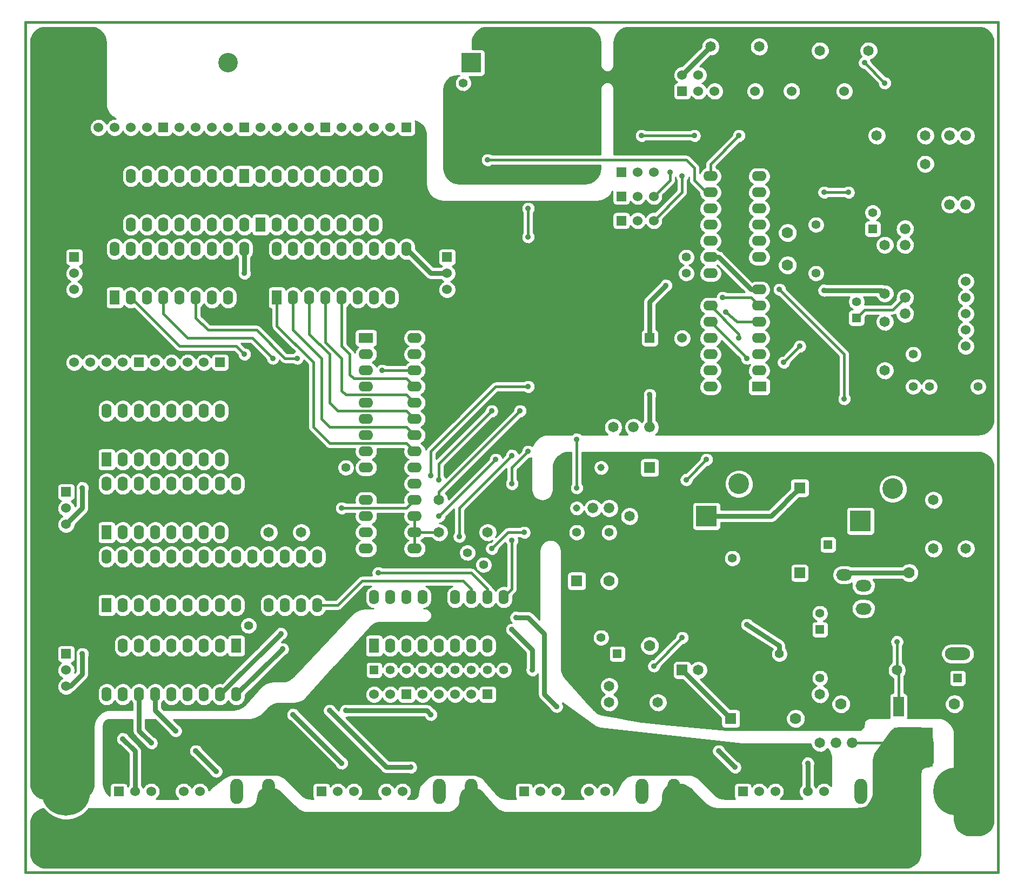
<source format=gbl>
G04 (created by PCBNEW-RS274X (2011-05-25)-stable) date Mon 06 Aug 2012 09:01:28 PM MDT*
G01*
G70*
G90*
%MOIN*%
G04 Gerber Fmt 3.4, Leading zero omitted, Abs format*
%FSLAX34Y34*%
G04 APERTURE LIST*
%ADD10C,0.006000*%
%ADD11C,0.015000*%
%ADD12R,0.120000X0.120000*%
%ADD13C,0.120000*%
%ADD14R,0.060000X0.060000*%
%ADD15C,0.060000*%
%ADD16C,0.066000*%
%ADD17O,0.090000X0.062000*%
%ADD18R,0.090000X0.062000*%
%ADD19O,0.062000X0.090000*%
%ADD20R,0.062000X0.090000*%
%ADD21C,0.070000*%
%ADD22R,0.070000X0.070000*%
%ADD23R,0.055000X0.055000*%
%ADD24C,0.055000*%
%ADD25O,0.156000X0.078000*%
%ADD26R,0.065000X0.065000*%
%ADD27C,0.065000*%
%ADD28O,0.078000X0.156000*%
%ADD29O,0.098400X0.070900*%
%ADD30C,0.300000*%
%ADD31R,0.065000X0.120000*%
%ADD32R,0.240000X0.240000*%
%ADD33R,0.127600X0.127600*%
%ADD34C,0.127600*%
%ADD35C,0.045000*%
%ADD36C,0.035000*%
%ADD37C,0.015800*%
%ADD38C,0.030000*%
%ADD39C,0.010000*%
G04 APERTURE END LIST*
G54D10*
G54D11*
X28250Y-64750D02*
X28250Y-62500D01*
X88250Y-64750D02*
X88250Y-62500D01*
X88250Y-61250D02*
X88250Y-62500D01*
X28250Y-62500D02*
X28250Y-60750D01*
X28250Y-12250D02*
X28250Y-62250D01*
X88250Y-12250D02*
X28250Y-12250D01*
X88250Y-62250D02*
X88250Y-12250D01*
X28250Y-64750D02*
X88250Y-64750D01*
G54D12*
X55750Y-14750D03*
G54D13*
X40750Y-14750D03*
G54D14*
X65000Y-23000D03*
G54D15*
X66000Y-23000D03*
X67000Y-23000D03*
G54D14*
X65000Y-24500D03*
G54D15*
X66000Y-24500D03*
X67000Y-24500D03*
G54D14*
X65000Y-21500D03*
G54D15*
X66000Y-21500D03*
X67000Y-21500D03*
G54D14*
X34000Y-59750D03*
G54D15*
X35000Y-59750D03*
X36000Y-59750D03*
X37000Y-59750D03*
X38000Y-59750D03*
X39000Y-59750D03*
G54D14*
X46500Y-59750D03*
G54D15*
X47500Y-59750D03*
X48500Y-59750D03*
X49500Y-59750D03*
X50500Y-59750D03*
X51500Y-59750D03*
G54D16*
X85250Y-19250D03*
X86250Y-19250D03*
X86250Y-23500D03*
X85250Y-23500D03*
G54D17*
X49250Y-32750D03*
X49250Y-33750D03*
X49250Y-34750D03*
X49250Y-35750D03*
X49250Y-36750D03*
X49250Y-37750D03*
X49250Y-38750D03*
X49250Y-39750D03*
X49250Y-40750D03*
X49250Y-41750D03*
X49250Y-42750D03*
X49250Y-43750D03*
X49250Y-44750D03*
G54D18*
X49250Y-31750D03*
G54D17*
X52250Y-44750D03*
X52250Y-43750D03*
X52250Y-42750D03*
X52250Y-41750D03*
X52250Y-40750D03*
X52250Y-39750D03*
X52250Y-38750D03*
X52250Y-37750D03*
X52250Y-36750D03*
X52250Y-35750D03*
X52250Y-34750D03*
X52250Y-33750D03*
X52250Y-32750D03*
X52250Y-31750D03*
G54D19*
X34250Y-48250D03*
X35250Y-48250D03*
X36250Y-48250D03*
X37250Y-48250D03*
X38250Y-48250D03*
X39250Y-48250D03*
X40250Y-48250D03*
X41250Y-48250D03*
X42250Y-48250D03*
X43250Y-48250D03*
X44250Y-48250D03*
X45250Y-48250D03*
X46250Y-48250D03*
G54D20*
X33250Y-48250D03*
G54D19*
X46250Y-45250D03*
X45250Y-45250D03*
X44250Y-45250D03*
X43250Y-45250D03*
X42250Y-45250D03*
X41250Y-45250D03*
X40250Y-45250D03*
X39250Y-45250D03*
X38250Y-45250D03*
X37250Y-45250D03*
X36250Y-45250D03*
X35250Y-45250D03*
X34250Y-45250D03*
X33250Y-45250D03*
G54D20*
X49750Y-50750D03*
G54D19*
X50750Y-50750D03*
X51750Y-50750D03*
X52750Y-50750D03*
X53750Y-50750D03*
X54750Y-50750D03*
X55750Y-50750D03*
X56750Y-50750D03*
X57750Y-50750D03*
X57750Y-47750D03*
X56750Y-47750D03*
X55750Y-47750D03*
X54750Y-47750D03*
X53750Y-47750D03*
X52750Y-47750D03*
X51750Y-47750D03*
X50750Y-47750D03*
X49750Y-47750D03*
G54D21*
X82750Y-46250D03*
G54D22*
X86750Y-46250D03*
G54D23*
X85750Y-52750D03*
G54D24*
X82750Y-52750D03*
X69000Y-26750D03*
X67000Y-26750D03*
X74750Y-51250D03*
X72750Y-51250D03*
X55250Y-18000D03*
X55250Y-16000D03*
X77000Y-26750D03*
X77000Y-27750D03*
X69850Y-45350D03*
X71850Y-45350D03*
X77000Y-25750D03*
X77000Y-24750D03*
G54D14*
X59000Y-59750D03*
G54D15*
X60000Y-59750D03*
X61000Y-59750D03*
X62000Y-59750D03*
X63000Y-59750D03*
X64000Y-59750D03*
G54D22*
X66750Y-39750D03*
G54D21*
X66750Y-41750D03*
G54D24*
X83000Y-34750D03*
X83000Y-32750D03*
G54D21*
X66750Y-50750D03*
G54D22*
X66750Y-45750D03*
G54D21*
X75750Y-55250D03*
G54D22*
X71750Y-55250D03*
G54D23*
X77250Y-49750D03*
G54D24*
X77250Y-52750D03*
G54D23*
X77750Y-44500D03*
G54D24*
X74750Y-44500D03*
G54D14*
X72500Y-59750D03*
G54D15*
X73500Y-59750D03*
X74500Y-59750D03*
X75500Y-59750D03*
X76500Y-59750D03*
X77500Y-59750D03*
G54D17*
X73500Y-33750D03*
X73500Y-32750D03*
X73500Y-31750D03*
X73500Y-30750D03*
X73500Y-29750D03*
X73500Y-28750D03*
X73500Y-27750D03*
X73500Y-26750D03*
X73500Y-25750D03*
X73500Y-24750D03*
X73500Y-23750D03*
X73500Y-22750D03*
X73500Y-21750D03*
G54D18*
X73500Y-34750D03*
G54D17*
X70500Y-21750D03*
X70500Y-22750D03*
X70500Y-23750D03*
X70500Y-24750D03*
X70500Y-25750D03*
X70500Y-26750D03*
X70500Y-27750D03*
X70500Y-28750D03*
X70500Y-29750D03*
X70500Y-30750D03*
X70500Y-31750D03*
X70500Y-32750D03*
X70500Y-33750D03*
X70500Y-34750D03*
G54D14*
X68750Y-16500D03*
G54D15*
X68750Y-15500D03*
X69750Y-16500D03*
X69750Y-15500D03*
X70750Y-16500D03*
X70750Y-15500D03*
G54D24*
X87000Y-34750D03*
X87000Y-36750D03*
X84000Y-34750D03*
X84000Y-36750D03*
G54D25*
X85750Y-51240D03*
X85750Y-49270D03*
G54D26*
X68750Y-52250D03*
G54D27*
X69750Y-52250D03*
G54D22*
X62250Y-46750D03*
G54D21*
X64250Y-46750D03*
G54D24*
X64250Y-43750D03*
X62250Y-43750D03*
G54D22*
X76000Y-41000D03*
G54D21*
X76000Y-43000D03*
G54D26*
X76000Y-46250D03*
G54D27*
X76000Y-47250D03*
G54D24*
X75250Y-48750D03*
X77250Y-48750D03*
X67000Y-27750D03*
X69000Y-27750D03*
G54D27*
X67250Y-54250D03*
X64250Y-54250D03*
X64250Y-53250D03*
X67250Y-53250D03*
X86250Y-41750D03*
X86250Y-44750D03*
X84250Y-44750D03*
X84250Y-41750D03*
X45250Y-43750D03*
X45250Y-40750D03*
X70500Y-13750D03*
X73500Y-13750D03*
G54D23*
X64750Y-51250D03*
G54D24*
X63750Y-51250D03*
X63750Y-50250D03*
G54D21*
X75250Y-25250D03*
X75250Y-27250D03*
G54D20*
X43750Y-29250D03*
G54D19*
X44750Y-29250D03*
X45750Y-29250D03*
X46750Y-29250D03*
X47750Y-29250D03*
X48750Y-29250D03*
X49750Y-29250D03*
X50750Y-29250D03*
X51750Y-29250D03*
X51750Y-26250D03*
X50750Y-26250D03*
X49750Y-26250D03*
X48750Y-26250D03*
X47750Y-26250D03*
X46750Y-26250D03*
X45750Y-26250D03*
X44750Y-26250D03*
X43750Y-26250D03*
G54D20*
X33750Y-29250D03*
G54D19*
X34750Y-29250D03*
X35750Y-29250D03*
X36750Y-29250D03*
X37750Y-29250D03*
X38750Y-29250D03*
X39750Y-29250D03*
X40750Y-29250D03*
X41750Y-29250D03*
X41750Y-26250D03*
X40750Y-26250D03*
X39750Y-26250D03*
X38750Y-26250D03*
X37750Y-26250D03*
X36750Y-26250D03*
X35750Y-26250D03*
X34750Y-26250D03*
X33750Y-26250D03*
G54D20*
X33250Y-43750D03*
G54D19*
X34250Y-43750D03*
X35250Y-43750D03*
X36250Y-43750D03*
X37250Y-43750D03*
X38250Y-43750D03*
X39250Y-43750D03*
X40250Y-43750D03*
X41250Y-43750D03*
X41250Y-40750D03*
X40250Y-40750D03*
X39250Y-40750D03*
X38250Y-40750D03*
X37250Y-40750D03*
X36250Y-40750D03*
X35250Y-40750D03*
X34250Y-40750D03*
X33250Y-40750D03*
G54D20*
X41250Y-50750D03*
G54D19*
X40250Y-50750D03*
X39250Y-50750D03*
X38250Y-50750D03*
X37250Y-50750D03*
X36250Y-50750D03*
X35250Y-50750D03*
X34250Y-50750D03*
X33250Y-50750D03*
X33250Y-53750D03*
X34250Y-53750D03*
X35250Y-53750D03*
X36250Y-53750D03*
X37250Y-53750D03*
X38250Y-53750D03*
X39250Y-53750D03*
X40250Y-53750D03*
X41250Y-53750D03*
G54D27*
X83750Y-21000D03*
X80750Y-21000D03*
X83750Y-19250D03*
X80750Y-19250D03*
X53750Y-43750D03*
X56750Y-43750D03*
G54D28*
X41270Y-59750D03*
X43240Y-59750D03*
X79760Y-59750D03*
X81730Y-59750D03*
X53760Y-59750D03*
X55730Y-59750D03*
X66260Y-59750D03*
X68230Y-59750D03*
G54D20*
X41750Y-21750D03*
G54D19*
X40750Y-21750D03*
X39750Y-21750D03*
X38750Y-21750D03*
X37750Y-21750D03*
X36750Y-21750D03*
X35750Y-21750D03*
X34750Y-21750D03*
X34750Y-24750D03*
X35750Y-24750D03*
X36750Y-24750D03*
X37750Y-24750D03*
X38750Y-24750D03*
X39750Y-24750D03*
X40750Y-24750D03*
X41750Y-24750D03*
G54D20*
X42750Y-24750D03*
G54D19*
X43750Y-24750D03*
X44750Y-24750D03*
X45750Y-24750D03*
X46750Y-24750D03*
X47750Y-24750D03*
X48750Y-24750D03*
X49750Y-24750D03*
X49750Y-21750D03*
X48750Y-21750D03*
X47750Y-21750D03*
X46750Y-21750D03*
X45750Y-21750D03*
X44750Y-21750D03*
X43750Y-21750D03*
X42750Y-21750D03*
G54D14*
X86250Y-33250D03*
G54D15*
X86250Y-32250D03*
X86250Y-31250D03*
X86250Y-30250D03*
X86250Y-29250D03*
X86250Y-28250D03*
G54D29*
X78754Y-47750D03*
X78754Y-46372D03*
X78754Y-49128D03*
X79935Y-48459D03*
X79935Y-47041D03*
G54D30*
X30750Y-14750D03*
X85750Y-14750D03*
X30750Y-59750D03*
X85750Y-59750D03*
G54D23*
X49750Y-52250D03*
G54D24*
X50750Y-52250D03*
X51750Y-52250D03*
X52750Y-52250D03*
X53750Y-52250D03*
X54750Y-52250D03*
X55750Y-52250D03*
X56750Y-52250D03*
X57750Y-52250D03*
G54D27*
X81250Y-29000D03*
X81250Y-26000D03*
X81250Y-30750D03*
X81250Y-33750D03*
X53750Y-41750D03*
X56750Y-41750D03*
X43250Y-43750D03*
X43250Y-40750D03*
G54D14*
X51750Y-53750D03*
G54D15*
X50750Y-53750D03*
X49750Y-53750D03*
G54D14*
X54250Y-26750D03*
G54D15*
X54250Y-27750D03*
X54250Y-28750D03*
G54D14*
X31250Y-26750D03*
G54D15*
X31250Y-27750D03*
X31250Y-28750D03*
G54D14*
X30750Y-41250D03*
G54D15*
X30750Y-42250D03*
X30750Y-43250D03*
G54D14*
X30750Y-51250D03*
G54D15*
X30750Y-52250D03*
X30750Y-53250D03*
G54D16*
X82500Y-30250D03*
X82500Y-29250D03*
X82500Y-26000D03*
X82500Y-25000D03*
G54D20*
X33250Y-39250D03*
G54D19*
X34250Y-39250D03*
X35250Y-39250D03*
X36250Y-39250D03*
X37250Y-39250D03*
X38250Y-39250D03*
X39250Y-39250D03*
X40250Y-39250D03*
X40250Y-36250D03*
X39250Y-36250D03*
X38250Y-36250D03*
X37250Y-36250D03*
X36250Y-36250D03*
X35250Y-36250D03*
X34250Y-36250D03*
X33250Y-36250D03*
G54D14*
X41750Y-18750D03*
G54D15*
X40750Y-18750D03*
X39750Y-18750D03*
X38750Y-18750D03*
X37750Y-18750D03*
G54D14*
X51750Y-18750D03*
G54D15*
X50750Y-18750D03*
X49750Y-18750D03*
X48750Y-18750D03*
X47750Y-18750D03*
G54D14*
X56750Y-53750D03*
G54D15*
X55750Y-53750D03*
X54750Y-53750D03*
X53750Y-53750D03*
X52750Y-53750D03*
G54D14*
X40250Y-33250D03*
G54D15*
X39250Y-33250D03*
X38250Y-33250D03*
X37250Y-33250D03*
X36250Y-33250D03*
G54D23*
X79500Y-30500D03*
G54D24*
X79500Y-29500D03*
X78500Y-29500D03*
G54D23*
X80500Y-25000D03*
G54D24*
X80500Y-24000D03*
X79500Y-24000D03*
G54D14*
X75500Y-15500D03*
G54D15*
X75500Y-16500D03*
G54D14*
X73250Y-15500D03*
G54D15*
X73250Y-16500D03*
G54D14*
X36750Y-18750D03*
G54D15*
X35750Y-18750D03*
X34750Y-18750D03*
X33750Y-18750D03*
X32750Y-18750D03*
G54D14*
X46750Y-18750D03*
G54D15*
X45750Y-18750D03*
X44750Y-18750D03*
X43750Y-18750D03*
X42750Y-18750D03*
G54D14*
X35250Y-33250D03*
G54D15*
X34250Y-33250D03*
X33250Y-33250D03*
X32250Y-33250D03*
X31250Y-33250D03*
G54D27*
X77250Y-14000D03*
X80250Y-14000D03*
G54D14*
X66750Y-31750D03*
G54D15*
X67750Y-31750D03*
X68750Y-31750D03*
G54D14*
X78750Y-17500D03*
G54D15*
X78750Y-16500D03*
X78750Y-15500D03*
G54D31*
X82100Y-54500D03*
G54D32*
X83000Y-57000D03*
G54D31*
X83900Y-54500D03*
G54D21*
X78550Y-54350D03*
X85550Y-54350D03*
G54D33*
X70250Y-42750D03*
G54D34*
X72250Y-40750D03*
G54D33*
X79750Y-43050D03*
G54D34*
X81750Y-41050D03*
G54D24*
X42000Y-49500D03*
X43000Y-49500D03*
X48000Y-39750D03*
X47000Y-39750D03*
X54500Y-45000D03*
X55500Y-45000D03*
X56500Y-45750D03*
X57500Y-45750D03*
G54D27*
X79000Y-52250D03*
X82000Y-52250D03*
G54D35*
X63750Y-39750D03*
X62250Y-42250D03*
G54D16*
X66750Y-37250D03*
X65750Y-37250D03*
X78250Y-56750D03*
X79250Y-56750D03*
X63250Y-42250D03*
X64250Y-42250D03*
G54D27*
X65500Y-45750D03*
X65500Y-42750D03*
X64500Y-34250D03*
X64500Y-37250D03*
X77250Y-53750D03*
X77250Y-56750D03*
G54D36*
X62250Y-38000D03*
X62250Y-41000D03*
X59000Y-43750D03*
X57000Y-44750D03*
X58250Y-44250D03*
X58250Y-40750D03*
X59250Y-38750D03*
X53250Y-40250D03*
X59250Y-34750D03*
X71450Y-30150D03*
X71250Y-29250D03*
X58750Y-36250D03*
X52250Y-41750D03*
X47750Y-42250D03*
X74750Y-28750D03*
X78750Y-35500D03*
X82000Y-50500D03*
X55000Y-44000D03*
X58250Y-39000D03*
X59250Y-23750D03*
X57250Y-39250D03*
X59250Y-25500D03*
X53750Y-42750D03*
X50000Y-46250D03*
X57000Y-36250D03*
X53750Y-40500D03*
X72750Y-33000D03*
X72250Y-31750D03*
X70250Y-39250D03*
X69000Y-40500D03*
X68750Y-50250D03*
X67000Y-52000D03*
X63000Y-14000D03*
X72500Y-52750D03*
X68750Y-21750D03*
X76000Y-32250D03*
X75000Y-33250D03*
X66250Y-19250D03*
X69500Y-19250D03*
X72250Y-19250D03*
X68000Y-21500D03*
X56750Y-20750D03*
X77500Y-22750D03*
X79000Y-22750D03*
X81250Y-16000D03*
X80000Y-14750D03*
X43500Y-33000D03*
X41750Y-32750D03*
X50250Y-33750D03*
X45000Y-33000D03*
X41750Y-27750D03*
X77500Y-28800D03*
X31750Y-41000D03*
X72750Y-49450D03*
X66750Y-35250D03*
X67750Y-28500D03*
X31750Y-51250D03*
X34250Y-56500D03*
X36000Y-56750D03*
X40000Y-58500D03*
X38750Y-57250D03*
X37500Y-56000D03*
X44750Y-55000D03*
X47750Y-58000D03*
X53250Y-55000D03*
X48000Y-54750D03*
X52000Y-58250D03*
X47000Y-54750D03*
X72000Y-58250D03*
X71000Y-57250D03*
X61000Y-54500D03*
X58500Y-49000D03*
X44000Y-50000D03*
X44100Y-50950D03*
X58250Y-49750D03*
X59500Y-52250D03*
X76500Y-58000D03*
G54D37*
X62250Y-41000D02*
X62250Y-38000D01*
X59000Y-43750D02*
X58000Y-43750D01*
X58000Y-43750D02*
X57000Y-44750D01*
X58250Y-47250D02*
X58250Y-44250D01*
X58250Y-40750D02*
X58250Y-39750D01*
X58250Y-39750D02*
X59250Y-38750D01*
X57750Y-47750D02*
X58250Y-47250D01*
X53250Y-40250D02*
X53250Y-38750D01*
X53250Y-38750D02*
X56750Y-35250D01*
X57250Y-34750D02*
X59250Y-34750D01*
X56750Y-35250D02*
X57250Y-34750D01*
X73500Y-30750D02*
X72150Y-30750D01*
X72150Y-30750D02*
X71450Y-30150D01*
X53750Y-41750D02*
X53750Y-41250D01*
X73000Y-29250D02*
X73500Y-29750D01*
X71250Y-29250D02*
X73000Y-29250D01*
X53750Y-41250D02*
X58750Y-36250D01*
X52250Y-41750D02*
X51750Y-42250D01*
X51750Y-42250D02*
X47750Y-42250D01*
X82100Y-52350D02*
X82100Y-54500D01*
X82000Y-52250D02*
X82100Y-52350D01*
X82000Y-52250D02*
X82000Y-50500D01*
X74750Y-28750D02*
X78750Y-32750D01*
X78750Y-32750D02*
X78750Y-35500D01*
X82000Y-54350D02*
X82100Y-54500D01*
X55000Y-42250D02*
X58250Y-39000D01*
X55000Y-44000D02*
X55000Y-42250D01*
X46250Y-48250D02*
X47250Y-48250D01*
X55750Y-47250D02*
X55750Y-47750D01*
X55250Y-46750D02*
X55750Y-47250D01*
X49000Y-46750D02*
X55250Y-46750D01*
X47500Y-48250D02*
X49000Y-46750D01*
X47250Y-48250D02*
X47500Y-48250D01*
X59250Y-23750D02*
X59250Y-25500D01*
X53750Y-42750D02*
X57250Y-39250D01*
X59250Y-25500D02*
X59250Y-25250D01*
X56750Y-47250D02*
X56750Y-47750D01*
X55750Y-46250D02*
X56750Y-47250D01*
X50000Y-46250D02*
X55750Y-46250D01*
X53750Y-40500D02*
X53750Y-39500D01*
X53750Y-39500D02*
X57000Y-36250D01*
X72500Y-32750D02*
X70500Y-30750D01*
X72750Y-33000D02*
X72500Y-32750D01*
X72250Y-31500D02*
X70500Y-29750D01*
X72250Y-31750D02*
X72250Y-31500D01*
X69000Y-40500D02*
X70250Y-39250D01*
X67000Y-52000D02*
X68750Y-50250D01*
X79250Y-56750D02*
X82750Y-56750D01*
X82750Y-56750D02*
X83000Y-57000D01*
X67000Y-24500D02*
X68750Y-22750D01*
X68750Y-22750D02*
X68750Y-21750D01*
X75000Y-33250D02*
X76000Y-32250D01*
X66250Y-19250D02*
X69500Y-19250D01*
X70500Y-21000D02*
X70500Y-21750D01*
X72250Y-19250D02*
X70500Y-21000D01*
X68000Y-22000D02*
X67000Y-23000D01*
X68000Y-21500D02*
X68000Y-22000D01*
X70500Y-22750D02*
X70250Y-22750D01*
X69000Y-20750D02*
X56750Y-20750D01*
X69500Y-21250D02*
X69000Y-20750D01*
X69500Y-22000D02*
X69500Y-21250D01*
X70250Y-22750D02*
X69500Y-22000D01*
X77500Y-22750D02*
X77500Y-22750D01*
X79000Y-22750D02*
X77500Y-22750D01*
X81250Y-16000D02*
X80000Y-14750D01*
X79500Y-30500D02*
X80000Y-30000D01*
X81750Y-30000D02*
X82500Y-29250D01*
X80000Y-30000D02*
X81750Y-30000D01*
G54D38*
X51750Y-26250D02*
X53250Y-27750D01*
X53250Y-27750D02*
X54250Y-27750D01*
G54D37*
X36750Y-30250D02*
X36750Y-29250D01*
X38250Y-31750D02*
X36750Y-30250D01*
X42250Y-31750D02*
X38250Y-31750D01*
X43500Y-33000D02*
X42250Y-31750D01*
X37750Y-32250D02*
X34750Y-29250D01*
X41250Y-32250D02*
X37750Y-32250D01*
X41750Y-32750D02*
X41250Y-32250D01*
X47750Y-29250D02*
X47750Y-31750D01*
X51750Y-34250D02*
X52250Y-34750D01*
X48500Y-34250D02*
X51750Y-34250D01*
X48250Y-34000D02*
X48500Y-34250D01*
X48250Y-32750D02*
X48250Y-34000D01*
X47750Y-32250D02*
X48250Y-32750D01*
X47750Y-31750D02*
X47750Y-32250D01*
X46750Y-29250D02*
X46750Y-31250D01*
X51750Y-35250D02*
X52250Y-35750D01*
X48000Y-35250D02*
X51750Y-35250D01*
X47750Y-35000D02*
X48000Y-35250D01*
X47750Y-33000D02*
X47750Y-35000D01*
X46750Y-32000D02*
X47750Y-33000D01*
X46750Y-31250D02*
X46750Y-32000D01*
X52250Y-33750D02*
X50250Y-33750D01*
X45750Y-29250D02*
X45750Y-31250D01*
X51750Y-36250D02*
X52250Y-36750D01*
X47500Y-36250D02*
X51750Y-36250D01*
X47000Y-35750D02*
X47500Y-36250D01*
X47000Y-32750D02*
X47000Y-35750D01*
X45750Y-31500D02*
X47000Y-32750D01*
X45750Y-31250D02*
X45750Y-31500D01*
X52250Y-38750D02*
X51750Y-38250D01*
X43750Y-31000D02*
X43750Y-29250D01*
X46000Y-33250D02*
X43750Y-31000D01*
X46000Y-37250D02*
X46000Y-33250D01*
X47000Y-38250D02*
X46000Y-37250D01*
X51750Y-38250D02*
X47000Y-38250D01*
X38750Y-30500D02*
X38750Y-29250D01*
X39500Y-31250D02*
X38750Y-30500D01*
X42500Y-31250D02*
X39500Y-31250D01*
X44250Y-33000D02*
X42500Y-31250D01*
X44500Y-33000D02*
X44250Y-33000D01*
X45000Y-33000D02*
X44500Y-33000D01*
X53750Y-43750D02*
X52250Y-43750D01*
X52250Y-43750D02*
X52250Y-42750D01*
X52250Y-42750D02*
X52250Y-44750D01*
G54D38*
X41750Y-26250D02*
X41750Y-27750D01*
G54D37*
X44750Y-29250D02*
X44750Y-31250D01*
X51750Y-37250D02*
X52250Y-37750D01*
X47000Y-37250D02*
X51750Y-37250D01*
X46500Y-36750D02*
X47000Y-37250D01*
X46500Y-33000D02*
X46500Y-36750D01*
X44750Y-31250D02*
X46500Y-33000D01*
G54D38*
X79000Y-46250D02*
X82750Y-46250D01*
X68750Y-52250D02*
X71750Y-55250D01*
X76000Y-41000D02*
X75250Y-41750D01*
X75250Y-41750D02*
X75000Y-42000D01*
X75250Y-41750D02*
X75000Y-42000D01*
X75000Y-42000D02*
X74250Y-42750D01*
X74250Y-42750D02*
X70250Y-42750D01*
X77500Y-28800D02*
X81050Y-28800D01*
X81050Y-28800D02*
X81250Y-29000D01*
X31750Y-41000D02*
X31750Y-42250D01*
X31750Y-42250D02*
X30750Y-43250D01*
X74750Y-51250D02*
X74750Y-50750D01*
X74750Y-50750D02*
X72750Y-49450D01*
X66750Y-35250D02*
X66750Y-37250D01*
X70500Y-26750D02*
X71000Y-26750D01*
X71000Y-26750D02*
X73000Y-28750D01*
X73000Y-28750D02*
X73500Y-28750D01*
X66750Y-31750D02*
X66750Y-29500D01*
X66750Y-29500D02*
X67750Y-28500D01*
X30750Y-53250D02*
X31000Y-53250D01*
X31000Y-53250D02*
X31750Y-52500D01*
X31750Y-52500D02*
X31750Y-51250D01*
X70500Y-13750D02*
X68750Y-15500D01*
X35000Y-57250D02*
X35000Y-59750D01*
X34250Y-56500D02*
X35000Y-57250D01*
X35250Y-56000D02*
X35250Y-53750D01*
X36000Y-56750D02*
X35250Y-56000D01*
X40000Y-58500D02*
X38750Y-57250D01*
X37500Y-56000D02*
X36250Y-54750D01*
X36250Y-54750D02*
X36250Y-53750D01*
X44750Y-55000D02*
X47750Y-58000D01*
X53250Y-55000D02*
X53000Y-54750D01*
X53000Y-54750D02*
X48000Y-54750D01*
X52000Y-58250D02*
X50500Y-58250D01*
X50500Y-58250D02*
X47000Y-54750D01*
X71000Y-57250D02*
X72000Y-58250D01*
X40250Y-53750D02*
X44000Y-50000D01*
X60250Y-53750D02*
X61000Y-54500D01*
X60250Y-50000D02*
X60250Y-53750D01*
X59250Y-49000D02*
X60250Y-50000D01*
X58500Y-49000D02*
X59250Y-49000D01*
X41250Y-53750D02*
X44100Y-50950D01*
X59500Y-51000D02*
X58250Y-49750D01*
X59500Y-52250D02*
X59500Y-51000D01*
X76500Y-58000D02*
X76500Y-59750D01*
G54D10*
G36*
X84200Y-57873D02*
X84194Y-57938D01*
X84175Y-58000D01*
X84145Y-58055D01*
X84104Y-58104D01*
X84055Y-58145D01*
X84000Y-58175D01*
X83938Y-58194D01*
X83792Y-58208D01*
X83712Y-58233D01*
X83639Y-58271D01*
X83574Y-58324D01*
X83521Y-58389D01*
X83483Y-58462D01*
X83458Y-58542D01*
X83450Y-58623D01*
X83450Y-63498D01*
X83432Y-63685D01*
X83378Y-63864D01*
X83289Y-64028D01*
X83171Y-64171D01*
X83028Y-64289D01*
X82864Y-64378D01*
X82708Y-64425D01*
X29291Y-64425D01*
X29136Y-64378D01*
X28972Y-64289D01*
X28829Y-64171D01*
X28711Y-64028D01*
X28622Y-63864D01*
X28575Y-63708D01*
X28575Y-62505D01*
X28575Y-62500D01*
X28575Y-62255D01*
X28575Y-62250D01*
X28575Y-61541D01*
X28622Y-61386D01*
X28711Y-61222D01*
X28829Y-61079D01*
X28972Y-60961D01*
X29136Y-60872D01*
X29315Y-60818D01*
X29353Y-60814D01*
X29372Y-60843D01*
X29611Y-61089D01*
X29892Y-61285D01*
X30207Y-61422D01*
X30542Y-61496D01*
X30885Y-61503D01*
X31223Y-61444D01*
X31543Y-61319D01*
X31833Y-61135D01*
X32081Y-60899D01*
X32150Y-60800D01*
X41877Y-60800D01*
X42007Y-60787D01*
X42133Y-60748D01*
X42250Y-60687D01*
X42353Y-60603D01*
X42437Y-60500D01*
X42498Y-60383D01*
X42537Y-60257D01*
X42561Y-60013D01*
X42594Y-59905D01*
X42647Y-59806D01*
X42719Y-59719D01*
X42806Y-59647D01*
X42905Y-59594D01*
X43013Y-59561D01*
X43127Y-59550D01*
X43334Y-59550D01*
X43521Y-59568D01*
X43699Y-59622D01*
X43863Y-59711D01*
X44009Y-59830D01*
X44923Y-60744D01*
X45081Y-60873D01*
X45263Y-60970D01*
X45459Y-61030D01*
X45662Y-61050D01*
X54252Y-61050D01*
X54406Y-61035D01*
X54556Y-60989D01*
X54695Y-60916D01*
X54816Y-60816D01*
X54916Y-60695D01*
X54989Y-60556D01*
X55035Y-60406D01*
X55050Y-60252D01*
X55050Y-60127D01*
X55061Y-60013D01*
X55094Y-59905D01*
X55147Y-59806D01*
X55219Y-59719D01*
X55306Y-59647D01*
X55405Y-59594D01*
X55513Y-59561D01*
X55627Y-59550D01*
X55780Y-59550D01*
X55947Y-59564D01*
X56108Y-59608D01*
X56258Y-59678D01*
X56394Y-59774D01*
X56513Y-59894D01*
X57163Y-60674D01*
X57292Y-60802D01*
X57442Y-60908D01*
X57608Y-60986D01*
X57785Y-61034D01*
X57966Y-61050D01*
X66627Y-61050D01*
X66806Y-61032D01*
X66979Y-60979D01*
X67139Y-60895D01*
X67280Y-60780D01*
X67395Y-60639D01*
X67479Y-60479D01*
X67532Y-60306D01*
X67550Y-60127D01*
X67550Y-60002D01*
X67563Y-59864D01*
X67603Y-59732D01*
X67668Y-59611D01*
X67756Y-59506D01*
X67861Y-59418D01*
X67982Y-59353D01*
X68114Y-59313D01*
X68252Y-59300D01*
X68584Y-59300D01*
X68771Y-59318D01*
X68949Y-59372D01*
X69113Y-59461D01*
X69259Y-59580D01*
X70173Y-60494D01*
X70331Y-60623D01*
X70513Y-60720D01*
X70709Y-60780D01*
X70912Y-60800D01*
X79502Y-60800D01*
X79704Y-60780D01*
X79705Y-60780D01*
X79818Y-60781D01*
X79940Y-60758D01*
X80056Y-60711D01*
X80161Y-60643D01*
X80250Y-60556D01*
X80321Y-60453D01*
X80370Y-60338D01*
X80370Y-60337D01*
X80373Y-60334D01*
X80470Y-60152D01*
X80530Y-59955D01*
X80550Y-59752D01*
X80550Y-57822D01*
X80562Y-57674D01*
X80596Y-57530D01*
X80651Y-57394D01*
X80728Y-57266D01*
X81490Y-56200D01*
X81610Y-56061D01*
X81752Y-55950D01*
X81912Y-55868D01*
X82085Y-55817D01*
X82267Y-55800D01*
X83248Y-55800D01*
X83435Y-55818D01*
X83614Y-55872D01*
X83778Y-55961D01*
X83921Y-56079D01*
X84039Y-56222D01*
X84128Y-56386D01*
X84182Y-56565D01*
X84200Y-56752D01*
X84200Y-57873D01*
X84200Y-57873D01*
G37*
G54D39*
X84200Y-57873D02*
X84194Y-57938D01*
X84175Y-58000D01*
X84145Y-58055D01*
X84104Y-58104D01*
X84055Y-58145D01*
X84000Y-58175D01*
X83938Y-58194D01*
X83792Y-58208D01*
X83712Y-58233D01*
X83639Y-58271D01*
X83574Y-58324D01*
X83521Y-58389D01*
X83483Y-58462D01*
X83458Y-58542D01*
X83450Y-58623D01*
X83450Y-63498D01*
X83432Y-63685D01*
X83378Y-63864D01*
X83289Y-64028D01*
X83171Y-64171D01*
X83028Y-64289D01*
X82864Y-64378D01*
X82708Y-64425D01*
X29291Y-64425D01*
X29136Y-64378D01*
X28972Y-64289D01*
X28829Y-64171D01*
X28711Y-64028D01*
X28622Y-63864D01*
X28575Y-63708D01*
X28575Y-62505D01*
X28575Y-62500D01*
X28575Y-62255D01*
X28575Y-62250D01*
X28575Y-61541D01*
X28622Y-61386D01*
X28711Y-61222D01*
X28829Y-61079D01*
X28972Y-60961D01*
X29136Y-60872D01*
X29315Y-60818D01*
X29353Y-60814D01*
X29372Y-60843D01*
X29611Y-61089D01*
X29892Y-61285D01*
X30207Y-61422D01*
X30542Y-61496D01*
X30885Y-61503D01*
X31223Y-61444D01*
X31543Y-61319D01*
X31833Y-61135D01*
X32081Y-60899D01*
X32150Y-60800D01*
X41877Y-60800D01*
X42007Y-60787D01*
X42133Y-60748D01*
X42250Y-60687D01*
X42353Y-60603D01*
X42437Y-60500D01*
X42498Y-60383D01*
X42537Y-60257D01*
X42561Y-60013D01*
X42594Y-59905D01*
X42647Y-59806D01*
X42719Y-59719D01*
X42806Y-59647D01*
X42905Y-59594D01*
X43013Y-59561D01*
X43127Y-59550D01*
X43334Y-59550D01*
X43521Y-59568D01*
X43699Y-59622D01*
X43863Y-59711D01*
X44009Y-59830D01*
X44923Y-60744D01*
X45081Y-60873D01*
X45263Y-60970D01*
X45459Y-61030D01*
X45662Y-61050D01*
X54252Y-61050D01*
X54406Y-61035D01*
X54556Y-60989D01*
X54695Y-60916D01*
X54816Y-60816D01*
X54916Y-60695D01*
X54989Y-60556D01*
X55035Y-60406D01*
X55050Y-60252D01*
X55050Y-60127D01*
X55061Y-60013D01*
X55094Y-59905D01*
X55147Y-59806D01*
X55219Y-59719D01*
X55306Y-59647D01*
X55405Y-59594D01*
X55513Y-59561D01*
X55627Y-59550D01*
X55780Y-59550D01*
X55947Y-59564D01*
X56108Y-59608D01*
X56258Y-59678D01*
X56394Y-59774D01*
X56513Y-59894D01*
X57163Y-60674D01*
X57292Y-60802D01*
X57442Y-60908D01*
X57608Y-60986D01*
X57785Y-61034D01*
X57966Y-61050D01*
X66627Y-61050D01*
X66806Y-61032D01*
X66979Y-60979D01*
X67139Y-60895D01*
X67280Y-60780D01*
X67395Y-60639D01*
X67479Y-60479D01*
X67532Y-60306D01*
X67550Y-60127D01*
X67550Y-60002D01*
X67563Y-59864D01*
X67603Y-59732D01*
X67668Y-59611D01*
X67756Y-59506D01*
X67861Y-59418D01*
X67982Y-59353D01*
X68114Y-59313D01*
X68252Y-59300D01*
X68584Y-59300D01*
X68771Y-59318D01*
X68949Y-59372D01*
X69113Y-59461D01*
X69259Y-59580D01*
X70173Y-60494D01*
X70331Y-60623D01*
X70513Y-60720D01*
X70709Y-60780D01*
X70912Y-60800D01*
X79502Y-60800D01*
X79704Y-60780D01*
X79705Y-60780D01*
X79818Y-60781D01*
X79940Y-60758D01*
X80056Y-60711D01*
X80161Y-60643D01*
X80250Y-60556D01*
X80321Y-60453D01*
X80370Y-60338D01*
X80370Y-60337D01*
X80373Y-60334D01*
X80470Y-60152D01*
X80530Y-59955D01*
X80550Y-59752D01*
X80550Y-57822D01*
X80562Y-57674D01*
X80596Y-57530D01*
X80651Y-57394D01*
X80728Y-57266D01*
X81490Y-56200D01*
X81610Y-56061D01*
X81752Y-55950D01*
X81912Y-55868D01*
X82085Y-55817D01*
X82267Y-55800D01*
X83248Y-55800D01*
X83435Y-55818D01*
X83614Y-55872D01*
X83778Y-55961D01*
X83921Y-56079D01*
X84039Y-56222D01*
X84128Y-56386D01*
X84182Y-56565D01*
X84200Y-56752D01*
X84200Y-57873D01*
G54D10*
G36*
X87925Y-61708D02*
X87878Y-61864D01*
X87789Y-62028D01*
X87671Y-62171D01*
X87528Y-62289D01*
X87364Y-62378D01*
X87185Y-62432D01*
X86998Y-62450D01*
X86824Y-62450D01*
X86824Y-44694D01*
X86802Y-44584D01*
X86759Y-44479D01*
X86697Y-44386D01*
X86618Y-44306D01*
X86525Y-44243D01*
X86421Y-44199D01*
X86311Y-44176D01*
X86198Y-44176D01*
X86087Y-44197D01*
X85983Y-44239D01*
X85889Y-44300D01*
X85808Y-44379D01*
X85745Y-44472D01*
X85700Y-44575D01*
X85677Y-44685D01*
X85675Y-44798D01*
X85696Y-44909D01*
X85737Y-45013D01*
X85798Y-45108D01*
X85876Y-45189D01*
X85968Y-45253D01*
X86072Y-45298D01*
X86181Y-45323D01*
X86294Y-45325D01*
X86405Y-45306D01*
X86510Y-45265D01*
X86605Y-45205D01*
X86686Y-45127D01*
X86751Y-45035D01*
X86797Y-44932D01*
X86822Y-44823D01*
X86824Y-44694D01*
X86824Y-62450D01*
X86781Y-62450D01*
X86781Y-51182D01*
X86758Y-51060D01*
X86711Y-50944D01*
X86643Y-50839D01*
X86556Y-50750D01*
X86453Y-50679D01*
X86338Y-50630D01*
X86216Y-50604D01*
X86091Y-50602D01*
X85294Y-50603D01*
X85171Y-50627D01*
X85056Y-50675D01*
X84952Y-50744D01*
X84863Y-50832D01*
X84824Y-50889D01*
X84824Y-44694D01*
X84824Y-41694D01*
X84802Y-41584D01*
X84759Y-41479D01*
X84697Y-41386D01*
X84618Y-41306D01*
X84525Y-41243D01*
X84421Y-41199D01*
X84311Y-41176D01*
X84198Y-41176D01*
X84087Y-41197D01*
X83983Y-41239D01*
X83889Y-41300D01*
X83808Y-41379D01*
X83745Y-41472D01*
X83700Y-41575D01*
X83677Y-41685D01*
X83675Y-41798D01*
X83696Y-41909D01*
X83737Y-42013D01*
X83798Y-42108D01*
X83876Y-42189D01*
X83968Y-42253D01*
X84072Y-42298D01*
X84181Y-42323D01*
X84294Y-42325D01*
X84405Y-42306D01*
X84510Y-42265D01*
X84605Y-42205D01*
X84686Y-42127D01*
X84751Y-42035D01*
X84797Y-41932D01*
X84822Y-41823D01*
X84824Y-41694D01*
X84824Y-44694D01*
X84802Y-44584D01*
X84759Y-44479D01*
X84697Y-44386D01*
X84618Y-44306D01*
X84525Y-44243D01*
X84421Y-44199D01*
X84311Y-44176D01*
X84198Y-44176D01*
X84087Y-44197D01*
X83983Y-44239D01*
X83889Y-44300D01*
X83808Y-44379D01*
X83745Y-44472D01*
X83700Y-44575D01*
X83677Y-44685D01*
X83675Y-44798D01*
X83696Y-44909D01*
X83737Y-45013D01*
X83798Y-45108D01*
X83876Y-45189D01*
X83968Y-45253D01*
X84072Y-45298D01*
X84181Y-45323D01*
X84294Y-45325D01*
X84405Y-45306D01*
X84510Y-45265D01*
X84605Y-45205D01*
X84686Y-45127D01*
X84751Y-45035D01*
X84797Y-44932D01*
X84822Y-44823D01*
X84824Y-44694D01*
X84824Y-50889D01*
X84793Y-50935D01*
X84745Y-51050D01*
X84720Y-51173D01*
X84719Y-51298D01*
X84742Y-51420D01*
X84789Y-51536D01*
X84857Y-51641D01*
X84944Y-51730D01*
X85047Y-51801D01*
X85162Y-51850D01*
X85284Y-51876D01*
X85409Y-51878D01*
X86206Y-51877D01*
X86329Y-51853D01*
X86444Y-51805D01*
X86548Y-51736D01*
X86637Y-51648D01*
X86707Y-51545D01*
X86755Y-51430D01*
X86780Y-51307D01*
X86781Y-51182D01*
X86781Y-62450D01*
X86502Y-62450D01*
X86315Y-62432D01*
X86275Y-62419D01*
X86275Y-53052D01*
X86275Y-53003D01*
X86275Y-52451D01*
X86266Y-52403D01*
X86247Y-52358D01*
X86220Y-52317D01*
X86185Y-52282D01*
X86145Y-52254D01*
X86100Y-52235D01*
X86052Y-52225D01*
X86003Y-52225D01*
X85451Y-52225D01*
X85403Y-52234D01*
X85358Y-52253D01*
X85317Y-52280D01*
X85282Y-52315D01*
X85254Y-52355D01*
X85235Y-52400D01*
X85225Y-52448D01*
X85225Y-52497D01*
X85225Y-53049D01*
X85234Y-53097D01*
X85253Y-53142D01*
X85280Y-53183D01*
X85315Y-53218D01*
X85355Y-53246D01*
X85400Y-53265D01*
X85448Y-53275D01*
X85497Y-53275D01*
X86049Y-53275D01*
X86097Y-53266D01*
X86142Y-53247D01*
X86183Y-53220D01*
X86218Y-53185D01*
X86246Y-53145D01*
X86265Y-53100D01*
X86275Y-53052D01*
X86275Y-62419D01*
X86149Y-62381D01*
X86149Y-54291D01*
X86126Y-54176D01*
X86081Y-54067D01*
X86016Y-53969D01*
X85933Y-53886D01*
X85836Y-53820D01*
X85728Y-53775D01*
X85613Y-53751D01*
X85495Y-53751D01*
X85380Y-53773D01*
X85271Y-53817D01*
X85173Y-53881D01*
X85089Y-53963D01*
X85022Y-54060D01*
X84976Y-54168D01*
X84952Y-54283D01*
X84950Y-54401D01*
X84971Y-54516D01*
X85015Y-54625D01*
X85078Y-54724D01*
X85160Y-54809D01*
X85257Y-54876D01*
X85364Y-54923D01*
X85479Y-54948D01*
X85596Y-54950D01*
X85712Y-54930D01*
X85822Y-54887D01*
X85921Y-54824D01*
X86006Y-54743D01*
X86073Y-54647D01*
X86121Y-54540D01*
X86147Y-54425D01*
X86149Y-54291D01*
X86149Y-62381D01*
X86136Y-62378D01*
X85972Y-62289D01*
X85829Y-62171D01*
X85711Y-62028D01*
X85622Y-61864D01*
X85568Y-61685D01*
X85550Y-61498D01*
X85550Y-56248D01*
X85530Y-56045D01*
X85470Y-55848D01*
X85373Y-55666D01*
X85243Y-55507D01*
X85084Y-55377D01*
X84902Y-55280D01*
X84705Y-55220D01*
X84502Y-55200D01*
X83349Y-55200D01*
X83349Y-46191D01*
X83326Y-46076D01*
X83281Y-45967D01*
X83216Y-45869D01*
X83133Y-45786D01*
X83036Y-45720D01*
X82928Y-45675D01*
X82813Y-45651D01*
X82695Y-45651D01*
X82638Y-45661D01*
X82638Y-40963D01*
X82604Y-40792D01*
X82538Y-40631D01*
X82441Y-40486D01*
X82319Y-40363D01*
X82174Y-40265D01*
X82014Y-40198D01*
X81843Y-40163D01*
X81669Y-40161D01*
X81498Y-40194D01*
X81337Y-40259D01*
X81191Y-40355D01*
X81067Y-40476D01*
X80968Y-40620D01*
X80900Y-40780D01*
X80863Y-40950D01*
X80861Y-41125D01*
X80892Y-41296D01*
X80956Y-41458D01*
X81051Y-41604D01*
X81172Y-41729D01*
X81315Y-41829D01*
X81474Y-41899D01*
X81644Y-41936D01*
X81818Y-41940D01*
X81990Y-41909D01*
X82152Y-41846D01*
X82299Y-41753D01*
X82425Y-41633D01*
X82526Y-41491D01*
X82597Y-41332D01*
X82635Y-41162D01*
X82638Y-40963D01*
X82638Y-45661D01*
X82580Y-45673D01*
X82471Y-45717D01*
X82373Y-45781D01*
X82302Y-45850D01*
X80638Y-45850D01*
X80638Y-43715D01*
X80638Y-43666D01*
X80638Y-42388D01*
X80629Y-42340D01*
X80610Y-42295D01*
X80583Y-42254D01*
X80548Y-42219D01*
X80508Y-42191D01*
X80463Y-42172D01*
X80415Y-42162D01*
X80366Y-42162D01*
X79088Y-42162D01*
X79040Y-42171D01*
X78995Y-42190D01*
X78954Y-42217D01*
X78919Y-42252D01*
X78891Y-42292D01*
X78872Y-42337D01*
X78862Y-42385D01*
X78862Y-42434D01*
X78862Y-43712D01*
X78871Y-43760D01*
X78890Y-43805D01*
X78917Y-43846D01*
X78952Y-43881D01*
X78992Y-43909D01*
X79037Y-43928D01*
X79085Y-43938D01*
X79134Y-43938D01*
X80412Y-43938D01*
X80460Y-43929D01*
X80505Y-43910D01*
X80546Y-43883D01*
X80581Y-43848D01*
X80609Y-43808D01*
X80628Y-43763D01*
X80638Y-43715D01*
X80638Y-45850D01*
X79196Y-45850D01*
X79186Y-45843D01*
X79078Y-45796D01*
X78962Y-45772D01*
X78844Y-45770D01*
X78554Y-45771D01*
X78438Y-45794D01*
X78329Y-45839D01*
X78275Y-45874D01*
X78275Y-44802D01*
X78275Y-44753D01*
X78275Y-44201D01*
X78266Y-44153D01*
X78247Y-44108D01*
X78220Y-44067D01*
X78185Y-44032D01*
X78145Y-44004D01*
X78100Y-43985D01*
X78052Y-43975D01*
X78003Y-43975D01*
X77451Y-43975D01*
X77403Y-43984D01*
X77358Y-44003D01*
X77317Y-44030D01*
X77282Y-44065D01*
X77254Y-44105D01*
X77235Y-44150D01*
X77225Y-44198D01*
X77225Y-44247D01*
X77225Y-44799D01*
X77234Y-44847D01*
X77253Y-44892D01*
X77280Y-44933D01*
X77315Y-44968D01*
X77355Y-44996D01*
X77400Y-45015D01*
X77448Y-45025D01*
X77497Y-45025D01*
X78049Y-45025D01*
X78097Y-45016D01*
X78142Y-44997D01*
X78183Y-44970D01*
X78218Y-44935D01*
X78246Y-44895D01*
X78265Y-44850D01*
X78275Y-44802D01*
X78275Y-45874D01*
X78231Y-45904D01*
X78148Y-45987D01*
X78082Y-46085D01*
X78036Y-46193D01*
X78012Y-46309D01*
X78012Y-46427D01*
X78034Y-46543D01*
X78078Y-46652D01*
X78142Y-46750D01*
X78225Y-46835D01*
X78322Y-46901D01*
X78430Y-46948D01*
X78546Y-46972D01*
X78664Y-46974D01*
X78954Y-46973D01*
X79070Y-46950D01*
X79179Y-46905D01*
X79212Y-46882D01*
X79193Y-46978D01*
X79193Y-47096D01*
X79215Y-47212D01*
X79259Y-47321D01*
X79323Y-47419D01*
X79406Y-47504D01*
X79503Y-47570D01*
X79611Y-47617D01*
X79727Y-47641D01*
X79845Y-47643D01*
X80135Y-47642D01*
X80251Y-47619D01*
X80360Y-47574D01*
X80458Y-47509D01*
X80541Y-47426D01*
X80607Y-47328D01*
X80653Y-47220D01*
X80677Y-47104D01*
X80677Y-46986D01*
X80655Y-46870D01*
X80611Y-46761D01*
X80547Y-46663D01*
X80534Y-46650D01*
X82303Y-46650D01*
X82360Y-46709D01*
X82457Y-46776D01*
X82564Y-46823D01*
X82679Y-46848D01*
X82796Y-46850D01*
X82912Y-46830D01*
X83022Y-46787D01*
X83121Y-46724D01*
X83206Y-46643D01*
X83273Y-46547D01*
X83321Y-46440D01*
X83347Y-46325D01*
X83349Y-46191D01*
X83349Y-55200D01*
X82654Y-55200D01*
X82665Y-55175D01*
X82675Y-55127D01*
X82675Y-55078D01*
X82675Y-53876D01*
X82666Y-53828D01*
X82647Y-53783D01*
X82620Y-53742D01*
X82585Y-53707D01*
X82545Y-53679D01*
X82500Y-53660D01*
X82452Y-53650D01*
X82429Y-53650D01*
X82429Y-52633D01*
X82436Y-52627D01*
X82501Y-52535D01*
X82547Y-52432D01*
X82572Y-52323D01*
X82574Y-52194D01*
X82552Y-52084D01*
X82509Y-51979D01*
X82447Y-51886D01*
X82368Y-51806D01*
X82329Y-51779D01*
X82329Y-50771D01*
X82371Y-50711D01*
X82405Y-50634D01*
X82424Y-50553D01*
X82425Y-50458D01*
X82409Y-50376D01*
X82377Y-50299D01*
X82331Y-50230D01*
X82272Y-50171D01*
X82203Y-50124D01*
X82126Y-50092D01*
X82044Y-50075D01*
X81961Y-50075D01*
X81879Y-50090D01*
X81802Y-50122D01*
X81732Y-50167D01*
X81673Y-50226D01*
X81626Y-50295D01*
X81593Y-50371D01*
X81576Y-50453D01*
X81574Y-50536D01*
X81590Y-50618D01*
X81620Y-50696D01*
X81666Y-50766D01*
X81671Y-50771D01*
X81671Y-51779D01*
X81639Y-51800D01*
X81558Y-51879D01*
X81495Y-51972D01*
X81450Y-52075D01*
X81427Y-52185D01*
X81425Y-52298D01*
X81446Y-52409D01*
X81487Y-52513D01*
X81548Y-52608D01*
X81626Y-52689D01*
X81718Y-52753D01*
X81771Y-52775D01*
X81771Y-53650D01*
X81751Y-53650D01*
X81703Y-53659D01*
X81658Y-53678D01*
X81617Y-53705D01*
X81582Y-53740D01*
X81554Y-53780D01*
X81535Y-53825D01*
X81525Y-53873D01*
X81525Y-53922D01*
X81525Y-55124D01*
X81534Y-55172D01*
X81545Y-55200D01*
X80677Y-55200D01*
X80677Y-48522D01*
X80677Y-48404D01*
X80655Y-48288D01*
X80611Y-48179D01*
X80547Y-48081D01*
X80464Y-47996D01*
X80367Y-47930D01*
X80259Y-47883D01*
X80143Y-47859D01*
X80025Y-47857D01*
X79735Y-47858D01*
X79619Y-47881D01*
X79510Y-47926D01*
X79412Y-47991D01*
X79329Y-48074D01*
X79263Y-48172D01*
X79217Y-48280D01*
X79193Y-48396D01*
X79193Y-48514D01*
X79215Y-48630D01*
X79259Y-48739D01*
X79323Y-48837D01*
X79406Y-48922D01*
X79503Y-48988D01*
X79611Y-49035D01*
X79727Y-49059D01*
X79845Y-49061D01*
X80135Y-49060D01*
X80251Y-49037D01*
X80360Y-48992D01*
X80458Y-48927D01*
X80541Y-48844D01*
X80607Y-48746D01*
X80653Y-48638D01*
X80677Y-48522D01*
X80677Y-55200D01*
X80373Y-55200D01*
X80292Y-55208D01*
X80212Y-55233D01*
X80139Y-55271D01*
X80074Y-55324D01*
X80021Y-55389D01*
X79983Y-55462D01*
X79958Y-55542D01*
X79944Y-55688D01*
X79925Y-55750D01*
X79895Y-55805D01*
X79854Y-55854D01*
X79805Y-55895D01*
X79750Y-55925D01*
X79688Y-55944D01*
X79623Y-55950D01*
X79149Y-55950D01*
X79149Y-54291D01*
X79126Y-54176D01*
X79081Y-54067D01*
X79016Y-53969D01*
X78933Y-53886D01*
X78836Y-53820D01*
X78728Y-53775D01*
X78613Y-53751D01*
X78495Y-53751D01*
X78380Y-53773D01*
X78271Y-53817D01*
X78173Y-53881D01*
X78089Y-53963D01*
X78022Y-54060D01*
X77976Y-54168D01*
X77952Y-54283D01*
X77950Y-54401D01*
X77971Y-54516D01*
X78015Y-54625D01*
X78078Y-54724D01*
X78160Y-54809D01*
X78257Y-54876D01*
X78364Y-54923D01*
X78479Y-54948D01*
X78596Y-54950D01*
X78712Y-54930D01*
X78822Y-54887D01*
X78921Y-54824D01*
X79006Y-54743D01*
X79073Y-54647D01*
X79121Y-54540D01*
X79147Y-54425D01*
X79149Y-54291D01*
X79149Y-55950D01*
X77824Y-55950D01*
X77824Y-53694D01*
X77802Y-53584D01*
X77775Y-53518D01*
X77775Y-50052D01*
X77775Y-50003D01*
X77775Y-49451D01*
X77766Y-49403D01*
X77747Y-49358D01*
X77720Y-49317D01*
X77685Y-49282D01*
X77645Y-49254D01*
X77600Y-49235D01*
X77552Y-49225D01*
X77503Y-49225D01*
X77474Y-49225D01*
X77487Y-49220D01*
X77574Y-49165D01*
X77648Y-49094D01*
X77708Y-49010D01*
X77749Y-48917D01*
X77772Y-48816D01*
X77774Y-48699D01*
X77754Y-48598D01*
X77715Y-48503D01*
X77658Y-48418D01*
X77586Y-48345D01*
X77501Y-48287D01*
X77406Y-48247D01*
X77305Y-48226D01*
X77203Y-48226D01*
X77102Y-48245D01*
X77006Y-48283D01*
X76920Y-48339D01*
X76847Y-48411D01*
X76789Y-48496D01*
X76748Y-48590D01*
X76727Y-48691D01*
X76725Y-48794D01*
X76744Y-48895D01*
X76782Y-48990D01*
X76837Y-49077D01*
X76908Y-49151D01*
X76993Y-49209D01*
X77028Y-49225D01*
X76951Y-49225D01*
X76903Y-49234D01*
X76858Y-49253D01*
X76817Y-49280D01*
X76782Y-49315D01*
X76754Y-49355D01*
X76735Y-49400D01*
X76725Y-49448D01*
X76725Y-49497D01*
X76725Y-50049D01*
X76734Y-50097D01*
X76753Y-50142D01*
X76780Y-50183D01*
X76815Y-50218D01*
X76855Y-50246D01*
X76900Y-50265D01*
X76948Y-50275D01*
X76997Y-50275D01*
X77549Y-50275D01*
X77597Y-50266D01*
X77642Y-50247D01*
X77683Y-50220D01*
X77718Y-50185D01*
X77746Y-50145D01*
X77765Y-50100D01*
X77775Y-50052D01*
X77775Y-53518D01*
X77759Y-53479D01*
X77697Y-53386D01*
X77618Y-53306D01*
X77525Y-53243D01*
X77478Y-53223D01*
X77487Y-53220D01*
X77574Y-53165D01*
X77648Y-53094D01*
X77708Y-53010D01*
X77749Y-52917D01*
X77772Y-52816D01*
X77774Y-52699D01*
X77754Y-52598D01*
X77715Y-52503D01*
X77658Y-52418D01*
X77586Y-52345D01*
X77501Y-52287D01*
X77406Y-52247D01*
X77305Y-52226D01*
X77203Y-52226D01*
X77102Y-52245D01*
X77006Y-52283D01*
X76920Y-52339D01*
X76847Y-52411D01*
X76789Y-52496D01*
X76748Y-52590D01*
X76727Y-52691D01*
X76725Y-52794D01*
X76744Y-52895D01*
X76782Y-52990D01*
X76837Y-53077D01*
X76908Y-53151D01*
X76993Y-53209D01*
X77023Y-53222D01*
X76983Y-53239D01*
X76889Y-53300D01*
X76808Y-53379D01*
X76745Y-53472D01*
X76700Y-53575D01*
X76677Y-53685D01*
X76675Y-53798D01*
X76696Y-53909D01*
X76737Y-54013D01*
X76798Y-54108D01*
X76876Y-54189D01*
X76968Y-54253D01*
X77072Y-54298D01*
X77181Y-54323D01*
X77294Y-54325D01*
X77405Y-54306D01*
X77510Y-54265D01*
X77605Y-54205D01*
X77686Y-54127D01*
X77751Y-54035D01*
X77797Y-53932D01*
X77822Y-53823D01*
X77824Y-53694D01*
X77824Y-55950D01*
X76600Y-55950D01*
X76600Y-41377D01*
X76600Y-41328D01*
X76600Y-40626D01*
X76591Y-40578D01*
X76572Y-40533D01*
X76545Y-40492D01*
X76510Y-40457D01*
X76470Y-40429D01*
X76425Y-40410D01*
X76377Y-40400D01*
X76328Y-40400D01*
X75626Y-40400D01*
X75578Y-40409D01*
X75533Y-40428D01*
X75492Y-40455D01*
X75457Y-40490D01*
X75429Y-40530D01*
X75410Y-40575D01*
X75400Y-40623D01*
X75400Y-40672D01*
X75400Y-41034D01*
X74971Y-41462D01*
X74971Y-41463D01*
X74970Y-41463D01*
X74967Y-41467D01*
X74962Y-41472D01*
X74721Y-41712D01*
X74721Y-41713D01*
X74720Y-41713D01*
X74717Y-41717D01*
X74712Y-41722D01*
X74084Y-42350D01*
X73138Y-42350D01*
X73138Y-40663D01*
X73104Y-40492D01*
X73038Y-40331D01*
X72941Y-40186D01*
X72819Y-40063D01*
X72674Y-39965D01*
X72514Y-39898D01*
X72343Y-39863D01*
X72169Y-39861D01*
X71998Y-39894D01*
X71837Y-39959D01*
X71691Y-40055D01*
X71567Y-40176D01*
X71468Y-40320D01*
X71400Y-40480D01*
X71363Y-40650D01*
X71361Y-40825D01*
X71392Y-40996D01*
X71456Y-41158D01*
X71551Y-41304D01*
X71672Y-41429D01*
X71815Y-41529D01*
X71974Y-41599D01*
X72144Y-41636D01*
X72318Y-41640D01*
X72490Y-41609D01*
X72652Y-41546D01*
X72799Y-41453D01*
X72925Y-41333D01*
X73026Y-41191D01*
X73097Y-41032D01*
X73135Y-40862D01*
X73138Y-40663D01*
X73138Y-42350D01*
X71138Y-42350D01*
X71138Y-42088D01*
X71129Y-42040D01*
X71110Y-41995D01*
X71083Y-41954D01*
X71048Y-41919D01*
X71008Y-41891D01*
X70963Y-41872D01*
X70915Y-41862D01*
X70866Y-41862D01*
X70675Y-41862D01*
X70675Y-39208D01*
X70659Y-39126D01*
X70627Y-39049D01*
X70581Y-38980D01*
X70522Y-38921D01*
X70453Y-38874D01*
X70376Y-38842D01*
X70294Y-38825D01*
X70211Y-38825D01*
X70129Y-38840D01*
X70052Y-38872D01*
X69982Y-38917D01*
X69923Y-38976D01*
X69876Y-39045D01*
X69843Y-39121D01*
X69826Y-39203D01*
X69825Y-39208D01*
X68958Y-40075D01*
X68879Y-40090D01*
X68802Y-40122D01*
X68732Y-40167D01*
X68673Y-40226D01*
X68626Y-40295D01*
X68593Y-40371D01*
X68576Y-40453D01*
X68574Y-40536D01*
X68590Y-40618D01*
X68620Y-40696D01*
X68666Y-40766D01*
X68723Y-40825D01*
X68792Y-40873D01*
X68868Y-40906D01*
X68950Y-40924D01*
X69033Y-40926D01*
X69115Y-40911D01*
X69193Y-40881D01*
X69263Y-40836D01*
X69324Y-40779D01*
X69371Y-40711D01*
X69405Y-40634D01*
X69424Y-40553D01*
X69424Y-40541D01*
X70290Y-39674D01*
X70365Y-39661D01*
X70443Y-39631D01*
X70513Y-39586D01*
X70574Y-39529D01*
X70621Y-39461D01*
X70655Y-39384D01*
X70674Y-39303D01*
X70675Y-39208D01*
X70675Y-41862D01*
X69588Y-41862D01*
X69540Y-41871D01*
X69495Y-41890D01*
X69454Y-41917D01*
X69419Y-41952D01*
X69391Y-41992D01*
X69372Y-42037D01*
X69362Y-42085D01*
X69362Y-42134D01*
X69362Y-43412D01*
X69371Y-43460D01*
X69390Y-43505D01*
X69417Y-43546D01*
X69452Y-43581D01*
X69492Y-43609D01*
X69537Y-43628D01*
X69585Y-43638D01*
X69634Y-43638D01*
X70912Y-43638D01*
X70960Y-43629D01*
X71005Y-43610D01*
X71046Y-43583D01*
X71081Y-43548D01*
X71109Y-43508D01*
X71128Y-43463D01*
X71138Y-43415D01*
X71138Y-43366D01*
X71138Y-43150D01*
X74246Y-43150D01*
X74250Y-43150D01*
X74278Y-43147D01*
X74324Y-43143D01*
X74327Y-43142D01*
X74328Y-43142D01*
X74338Y-43139D01*
X74398Y-43122D01*
X74401Y-43120D01*
X74402Y-43120D01*
X74416Y-43112D01*
X74468Y-43085D01*
X74469Y-43083D01*
X74471Y-43083D01*
X74493Y-43065D01*
X74529Y-43037D01*
X74532Y-43034D01*
X74533Y-43033D01*
X75274Y-42290D01*
X75279Y-42287D01*
X75282Y-42283D01*
X75283Y-42283D01*
X75524Y-42040D01*
X75529Y-42037D01*
X75532Y-42033D01*
X75533Y-42033D01*
X75965Y-41600D01*
X76374Y-41600D01*
X76422Y-41591D01*
X76467Y-41572D01*
X76508Y-41545D01*
X76543Y-41510D01*
X76571Y-41470D01*
X76590Y-41425D01*
X76600Y-41377D01*
X76600Y-55950D01*
X76575Y-55950D01*
X76575Y-46602D01*
X76575Y-46553D01*
X76575Y-45901D01*
X76566Y-45853D01*
X76547Y-45808D01*
X76520Y-45767D01*
X76485Y-45732D01*
X76445Y-45704D01*
X76400Y-45685D01*
X76352Y-45675D01*
X76303Y-45675D01*
X75651Y-45675D01*
X75603Y-45684D01*
X75558Y-45703D01*
X75517Y-45730D01*
X75482Y-45765D01*
X75454Y-45805D01*
X75435Y-45850D01*
X75425Y-45898D01*
X75425Y-45947D01*
X75425Y-46599D01*
X75434Y-46647D01*
X75453Y-46692D01*
X75480Y-46733D01*
X75515Y-46768D01*
X75555Y-46796D01*
X75600Y-46815D01*
X75648Y-46825D01*
X75697Y-46825D01*
X76349Y-46825D01*
X76397Y-46816D01*
X76442Y-46797D01*
X76483Y-46770D01*
X76518Y-46735D01*
X76546Y-46695D01*
X76565Y-46650D01*
X76575Y-46602D01*
X76575Y-55950D01*
X76349Y-55950D01*
X76349Y-55191D01*
X76326Y-55076D01*
X76281Y-54967D01*
X76216Y-54869D01*
X76133Y-54786D01*
X76036Y-54720D01*
X75928Y-54675D01*
X75813Y-54651D01*
X75695Y-54651D01*
X75580Y-54673D01*
X75471Y-54717D01*
X75373Y-54781D01*
X75289Y-54863D01*
X75274Y-54884D01*
X75274Y-51199D01*
X75254Y-51098D01*
X75215Y-51003D01*
X75158Y-50918D01*
X75150Y-50909D01*
X75150Y-50750D01*
X75149Y-50749D01*
X75150Y-50748D01*
X75143Y-50670D01*
X75120Y-50599D01*
X75120Y-50598D01*
X75119Y-50597D01*
X75119Y-50595D01*
X75083Y-50526D01*
X75034Y-50468D01*
X75033Y-50466D01*
X74974Y-50418D01*
X74973Y-50417D01*
X74968Y-50413D01*
X73090Y-49194D01*
X73081Y-49180D01*
X73022Y-49121D01*
X72953Y-49074D01*
X72876Y-49042D01*
X72794Y-49025D01*
X72711Y-49025D01*
X72629Y-49040D01*
X72552Y-49072D01*
X72482Y-49117D01*
X72423Y-49176D01*
X72376Y-49245D01*
X72374Y-49249D01*
X72374Y-45299D01*
X72354Y-45198D01*
X72315Y-45103D01*
X72258Y-45018D01*
X72186Y-44945D01*
X72101Y-44887D01*
X72006Y-44847D01*
X71905Y-44826D01*
X71803Y-44826D01*
X71702Y-44845D01*
X71606Y-44883D01*
X71520Y-44939D01*
X71447Y-45011D01*
X71389Y-45096D01*
X71348Y-45190D01*
X71327Y-45291D01*
X71325Y-45394D01*
X71344Y-45495D01*
X71382Y-45590D01*
X71437Y-45677D01*
X71508Y-45751D01*
X71593Y-45809D01*
X71687Y-45851D01*
X71787Y-45873D01*
X71890Y-45875D01*
X71991Y-45857D01*
X72087Y-45820D01*
X72174Y-45765D01*
X72248Y-45694D01*
X72308Y-45610D01*
X72349Y-45517D01*
X72372Y-45416D01*
X72374Y-45299D01*
X72374Y-49249D01*
X72343Y-49321D01*
X72326Y-49403D01*
X72324Y-49486D01*
X72340Y-49568D01*
X72370Y-49646D01*
X72416Y-49716D01*
X72473Y-49775D01*
X72542Y-49823D01*
X72618Y-49856D01*
X72653Y-49863D01*
X74322Y-50947D01*
X74289Y-50996D01*
X74248Y-51090D01*
X74227Y-51191D01*
X74225Y-51294D01*
X74244Y-51395D01*
X74282Y-51490D01*
X74337Y-51577D01*
X74408Y-51651D01*
X74493Y-51709D01*
X74587Y-51751D01*
X74687Y-51773D01*
X74790Y-51775D01*
X74891Y-51757D01*
X74987Y-51720D01*
X75074Y-51665D01*
X75148Y-51594D01*
X75208Y-51510D01*
X75249Y-51417D01*
X75272Y-51316D01*
X75274Y-51199D01*
X75274Y-54884D01*
X75222Y-54960D01*
X75176Y-55068D01*
X75152Y-55183D01*
X75150Y-55301D01*
X75171Y-55416D01*
X75215Y-55525D01*
X75278Y-55624D01*
X75360Y-55709D01*
X75457Y-55776D01*
X75564Y-55823D01*
X75679Y-55848D01*
X75796Y-55850D01*
X75912Y-55830D01*
X76022Y-55787D01*
X76121Y-55724D01*
X76206Y-55643D01*
X76273Y-55547D01*
X76321Y-55440D01*
X76347Y-55325D01*
X76349Y-55191D01*
X76349Y-55950D01*
X72350Y-55950D01*
X72350Y-55627D01*
X72350Y-55578D01*
X72350Y-54876D01*
X72341Y-54828D01*
X72322Y-54783D01*
X72295Y-54742D01*
X72260Y-54707D01*
X72220Y-54679D01*
X72175Y-54660D01*
X72127Y-54650D01*
X72078Y-54650D01*
X71715Y-54650D01*
X69876Y-52810D01*
X69905Y-52806D01*
X70010Y-52765D01*
X70105Y-52705D01*
X70186Y-52627D01*
X70251Y-52535D01*
X70297Y-52432D01*
X70322Y-52323D01*
X70324Y-52194D01*
X70302Y-52084D01*
X70259Y-51979D01*
X70197Y-51886D01*
X70118Y-51806D01*
X70025Y-51743D01*
X69921Y-51699D01*
X69811Y-51676D01*
X69698Y-51676D01*
X69587Y-51697D01*
X69483Y-51739D01*
X69389Y-51800D01*
X69318Y-51868D01*
X69316Y-51853D01*
X69297Y-51808D01*
X69270Y-51767D01*
X69235Y-51732D01*
X69195Y-51704D01*
X69175Y-51695D01*
X69175Y-50208D01*
X69159Y-50126D01*
X69127Y-50049D01*
X69081Y-49980D01*
X69022Y-49921D01*
X68953Y-49874D01*
X68876Y-49842D01*
X68794Y-49825D01*
X68711Y-49825D01*
X68629Y-49840D01*
X68552Y-49872D01*
X68482Y-49917D01*
X68423Y-49976D01*
X68376Y-50045D01*
X68343Y-50121D01*
X68326Y-50203D01*
X68325Y-50209D01*
X67350Y-51183D01*
X67350Y-40127D01*
X67350Y-40078D01*
X67350Y-39376D01*
X67341Y-39328D01*
X67322Y-39283D01*
X67295Y-39242D01*
X67260Y-39207D01*
X67220Y-39179D01*
X67175Y-39160D01*
X67127Y-39150D01*
X67078Y-39150D01*
X66376Y-39150D01*
X66328Y-39159D01*
X66283Y-39178D01*
X66242Y-39205D01*
X66207Y-39240D01*
X66179Y-39280D01*
X66160Y-39325D01*
X66150Y-39373D01*
X66150Y-39422D01*
X66150Y-40124D01*
X66159Y-40172D01*
X66178Y-40217D01*
X66205Y-40258D01*
X66240Y-40293D01*
X66280Y-40321D01*
X66325Y-40340D01*
X66373Y-40350D01*
X66422Y-40350D01*
X67124Y-40350D01*
X67172Y-40341D01*
X67217Y-40322D01*
X67258Y-40295D01*
X67293Y-40260D01*
X67321Y-40220D01*
X67340Y-40175D01*
X67350Y-40127D01*
X67350Y-51183D01*
X67349Y-51184D01*
X67349Y-50691D01*
X67326Y-50576D01*
X67281Y-50467D01*
X67216Y-50369D01*
X67133Y-50286D01*
X67036Y-50220D01*
X66928Y-50175D01*
X66813Y-50151D01*
X66695Y-50151D01*
X66580Y-50173D01*
X66471Y-50217D01*
X66373Y-50281D01*
X66289Y-50363D01*
X66222Y-50460D01*
X66176Y-50568D01*
X66152Y-50683D01*
X66150Y-50801D01*
X66171Y-50916D01*
X66215Y-51025D01*
X66278Y-51124D01*
X66360Y-51209D01*
X66457Y-51276D01*
X66564Y-51323D01*
X66679Y-51348D01*
X66796Y-51350D01*
X66912Y-51330D01*
X67022Y-51287D01*
X67121Y-51224D01*
X67206Y-51143D01*
X67273Y-51047D01*
X67321Y-50940D01*
X67347Y-50825D01*
X67349Y-50691D01*
X67349Y-51184D01*
X66958Y-51575D01*
X66879Y-51590D01*
X66802Y-51622D01*
X66732Y-51667D01*
X66673Y-51726D01*
X66626Y-51795D01*
X66593Y-51871D01*
X66576Y-51953D01*
X66574Y-52036D01*
X66590Y-52118D01*
X66620Y-52196D01*
X66666Y-52266D01*
X66723Y-52325D01*
X66792Y-52373D01*
X66868Y-52406D01*
X66950Y-52424D01*
X67033Y-52426D01*
X67115Y-52411D01*
X67193Y-52381D01*
X67263Y-52336D01*
X67324Y-52279D01*
X67371Y-52211D01*
X67405Y-52134D01*
X67424Y-52053D01*
X67424Y-52041D01*
X68790Y-50674D01*
X68865Y-50661D01*
X68943Y-50631D01*
X69013Y-50586D01*
X69074Y-50529D01*
X69121Y-50461D01*
X69155Y-50384D01*
X69174Y-50303D01*
X69175Y-50208D01*
X69175Y-51695D01*
X69150Y-51685D01*
X69102Y-51675D01*
X69053Y-51675D01*
X68401Y-51675D01*
X68353Y-51684D01*
X68308Y-51703D01*
X68267Y-51730D01*
X68232Y-51765D01*
X68204Y-51805D01*
X68185Y-51850D01*
X68175Y-51898D01*
X68175Y-51947D01*
X68175Y-52599D01*
X68184Y-52647D01*
X68203Y-52692D01*
X68230Y-52733D01*
X68265Y-52768D01*
X68305Y-52796D01*
X68350Y-52815D01*
X68398Y-52825D01*
X68447Y-52825D01*
X68759Y-52825D01*
X71150Y-55215D01*
X71150Y-55624D01*
X71159Y-55672D01*
X71178Y-55717D01*
X71205Y-55758D01*
X71240Y-55793D01*
X71280Y-55821D01*
X71325Y-55840D01*
X71373Y-55850D01*
X71422Y-55850D01*
X72124Y-55850D01*
X72172Y-55841D01*
X72217Y-55822D01*
X72258Y-55795D01*
X72293Y-55760D01*
X72321Y-55720D01*
X72340Y-55675D01*
X72350Y-55627D01*
X72350Y-55950D01*
X71549Y-55950D01*
X71457Y-55945D01*
X67824Y-55599D01*
X67824Y-54194D01*
X67802Y-54084D01*
X67759Y-53979D01*
X67697Y-53886D01*
X67618Y-53806D01*
X67525Y-53743D01*
X67421Y-53699D01*
X67311Y-53676D01*
X67198Y-53676D01*
X67087Y-53697D01*
X66983Y-53739D01*
X66889Y-53800D01*
X66808Y-53879D01*
X66745Y-53972D01*
X66700Y-54075D01*
X66677Y-54185D01*
X66675Y-54298D01*
X66696Y-54409D01*
X66737Y-54513D01*
X66798Y-54608D01*
X66876Y-54689D01*
X66968Y-54753D01*
X67072Y-54798D01*
X67181Y-54823D01*
X67294Y-54825D01*
X67405Y-54806D01*
X67510Y-54765D01*
X67605Y-54705D01*
X67686Y-54627D01*
X67751Y-54535D01*
X67797Y-54432D01*
X67822Y-54323D01*
X67824Y-54194D01*
X67824Y-55599D01*
X66298Y-55454D01*
X66216Y-55443D01*
X66074Y-55417D01*
X66074Y-42694D01*
X66052Y-42584D01*
X66009Y-42479D01*
X65947Y-42386D01*
X65868Y-42306D01*
X65775Y-42243D01*
X65671Y-42199D01*
X65561Y-42176D01*
X65448Y-42176D01*
X65337Y-42197D01*
X65233Y-42239D01*
X65139Y-42300D01*
X65058Y-42379D01*
X64995Y-42472D01*
X64950Y-42575D01*
X64927Y-42685D01*
X64925Y-42798D01*
X64946Y-42909D01*
X64987Y-43013D01*
X65048Y-43108D01*
X65126Y-43189D01*
X65218Y-43253D01*
X65322Y-43298D01*
X65431Y-43323D01*
X65544Y-43325D01*
X65655Y-43306D01*
X65760Y-43265D01*
X65855Y-43205D01*
X65936Y-43127D01*
X66001Y-43035D01*
X66047Y-42932D01*
X66072Y-42823D01*
X66074Y-42694D01*
X66074Y-55417D01*
X65275Y-55271D01*
X65275Y-51552D01*
X65275Y-51503D01*
X65275Y-50951D01*
X65266Y-50903D01*
X65247Y-50858D01*
X65220Y-50817D01*
X65185Y-50782D01*
X65145Y-50754D01*
X65100Y-50735D01*
X65052Y-50725D01*
X65003Y-50725D01*
X64849Y-50725D01*
X64849Y-46691D01*
X64829Y-46591D01*
X64829Y-42193D01*
X64807Y-42082D01*
X64764Y-41977D01*
X64701Y-41882D01*
X64621Y-41802D01*
X64527Y-41738D01*
X64422Y-41694D01*
X64311Y-41671D01*
X64225Y-41671D01*
X64225Y-39703D01*
X64207Y-39612D01*
X64171Y-39526D01*
X64120Y-39448D01*
X64054Y-39382D01*
X63977Y-39330D01*
X63891Y-39294D01*
X63799Y-39275D01*
X63706Y-39275D01*
X63615Y-39292D01*
X63528Y-39327D01*
X63451Y-39378D01*
X63384Y-39444D01*
X63332Y-39520D01*
X63295Y-39606D01*
X63276Y-39697D01*
X63274Y-39790D01*
X63291Y-39882D01*
X63326Y-39969D01*
X63376Y-40047D01*
X63441Y-40114D01*
X63518Y-40167D01*
X63603Y-40204D01*
X63694Y-40224D01*
X63787Y-40226D01*
X63879Y-40210D01*
X63966Y-40176D01*
X64044Y-40126D01*
X64112Y-40062D01*
X64165Y-39985D01*
X64203Y-39900D01*
X64224Y-39809D01*
X64225Y-39703D01*
X64225Y-41671D01*
X64197Y-41671D01*
X64086Y-41692D01*
X63980Y-41735D01*
X63885Y-41797D01*
X63804Y-41876D01*
X63749Y-41955D01*
X63701Y-41882D01*
X63621Y-41802D01*
X63527Y-41738D01*
X63422Y-41694D01*
X63311Y-41671D01*
X63197Y-41671D01*
X63086Y-41692D01*
X62980Y-41735D01*
X62885Y-41797D01*
X62804Y-41876D01*
X62740Y-41970D01*
X62695Y-42074D01*
X62693Y-42080D01*
X62671Y-42026D01*
X62620Y-41948D01*
X62554Y-41882D01*
X62477Y-41830D01*
X62391Y-41794D01*
X62299Y-41775D01*
X62206Y-41775D01*
X62115Y-41792D01*
X62028Y-41827D01*
X61951Y-41878D01*
X61884Y-41944D01*
X61832Y-42020D01*
X61795Y-42106D01*
X61776Y-42197D01*
X61774Y-42290D01*
X61791Y-42382D01*
X61826Y-42469D01*
X61876Y-42547D01*
X61941Y-42614D01*
X62018Y-42667D01*
X62103Y-42704D01*
X62194Y-42724D01*
X62287Y-42726D01*
X62379Y-42710D01*
X62466Y-42676D01*
X62544Y-42626D01*
X62612Y-42562D01*
X62665Y-42485D01*
X62694Y-42419D01*
X62733Y-42516D01*
X62794Y-42612D01*
X62873Y-42693D01*
X62966Y-42758D01*
X63070Y-42803D01*
X63181Y-42828D01*
X63295Y-42830D01*
X63407Y-42810D01*
X63513Y-42769D01*
X63608Y-42708D01*
X63691Y-42630D01*
X63750Y-42544D01*
X63794Y-42612D01*
X63873Y-42693D01*
X63966Y-42758D01*
X64070Y-42803D01*
X64181Y-42828D01*
X64295Y-42830D01*
X64407Y-42810D01*
X64513Y-42769D01*
X64608Y-42708D01*
X64691Y-42630D01*
X64756Y-42537D01*
X64802Y-42433D01*
X64827Y-42323D01*
X64829Y-42193D01*
X64829Y-46591D01*
X64826Y-46576D01*
X64781Y-46467D01*
X64774Y-46456D01*
X64774Y-43699D01*
X64754Y-43598D01*
X64715Y-43503D01*
X64658Y-43418D01*
X64586Y-43345D01*
X64501Y-43287D01*
X64406Y-43247D01*
X64305Y-43226D01*
X64203Y-43226D01*
X64102Y-43245D01*
X64006Y-43283D01*
X63920Y-43339D01*
X63847Y-43411D01*
X63789Y-43496D01*
X63748Y-43590D01*
X63727Y-43691D01*
X63725Y-43794D01*
X63744Y-43895D01*
X63782Y-43990D01*
X63837Y-44077D01*
X63908Y-44151D01*
X63993Y-44209D01*
X64087Y-44251D01*
X64187Y-44273D01*
X64290Y-44275D01*
X64391Y-44257D01*
X64487Y-44220D01*
X64574Y-44165D01*
X64648Y-44094D01*
X64708Y-44010D01*
X64749Y-43917D01*
X64772Y-43816D01*
X64774Y-43699D01*
X64774Y-46456D01*
X64716Y-46369D01*
X64633Y-46286D01*
X64536Y-46220D01*
X64428Y-46175D01*
X64313Y-46151D01*
X64195Y-46151D01*
X64080Y-46173D01*
X63971Y-46217D01*
X63873Y-46281D01*
X63789Y-46363D01*
X63722Y-46460D01*
X63676Y-46568D01*
X63652Y-46683D01*
X63650Y-46801D01*
X63671Y-46916D01*
X63715Y-47025D01*
X63778Y-47124D01*
X63860Y-47209D01*
X63957Y-47276D01*
X64064Y-47323D01*
X64179Y-47348D01*
X64296Y-47350D01*
X64412Y-47330D01*
X64522Y-47287D01*
X64621Y-47224D01*
X64706Y-47143D01*
X64773Y-47047D01*
X64821Y-46940D01*
X64847Y-46825D01*
X64849Y-46691D01*
X64849Y-50725D01*
X64451Y-50725D01*
X64403Y-50734D01*
X64358Y-50753D01*
X64317Y-50780D01*
X64282Y-50815D01*
X64274Y-50826D01*
X64274Y-50199D01*
X64254Y-50098D01*
X64215Y-50003D01*
X64158Y-49918D01*
X64086Y-49845D01*
X64001Y-49787D01*
X63906Y-49747D01*
X63805Y-49726D01*
X63703Y-49726D01*
X63602Y-49745D01*
X63506Y-49783D01*
X63420Y-49839D01*
X63347Y-49911D01*
X63289Y-49996D01*
X63248Y-50090D01*
X63227Y-50191D01*
X63225Y-50294D01*
X63244Y-50395D01*
X63282Y-50490D01*
X63337Y-50577D01*
X63408Y-50651D01*
X63493Y-50709D01*
X63587Y-50751D01*
X63687Y-50773D01*
X63790Y-50775D01*
X63891Y-50757D01*
X63987Y-50720D01*
X64074Y-50665D01*
X64148Y-50594D01*
X64208Y-50510D01*
X64249Y-50417D01*
X64272Y-50316D01*
X64274Y-50199D01*
X64274Y-50826D01*
X64254Y-50855D01*
X64235Y-50900D01*
X64225Y-50948D01*
X64225Y-50997D01*
X64225Y-51549D01*
X64234Y-51597D01*
X64253Y-51642D01*
X64280Y-51683D01*
X64315Y-51718D01*
X64355Y-51746D01*
X64400Y-51765D01*
X64448Y-51775D01*
X64497Y-51775D01*
X65049Y-51775D01*
X65097Y-51766D01*
X65142Y-51747D01*
X65183Y-51720D01*
X65218Y-51685D01*
X65246Y-51645D01*
X65265Y-51600D01*
X65275Y-51552D01*
X65275Y-55271D01*
X64824Y-55189D01*
X64824Y-54194D01*
X64802Y-54084D01*
X64759Y-53979D01*
X64697Y-53886D01*
X64618Y-53806D01*
X64534Y-53749D01*
X64605Y-53705D01*
X64686Y-53627D01*
X64751Y-53535D01*
X64797Y-53432D01*
X64822Y-53323D01*
X64824Y-53194D01*
X64802Y-53084D01*
X64759Y-52979D01*
X64697Y-52886D01*
X64618Y-52806D01*
X64525Y-52743D01*
X64421Y-52699D01*
X64311Y-52676D01*
X64198Y-52676D01*
X64087Y-52697D01*
X63983Y-52739D01*
X63889Y-52800D01*
X63808Y-52879D01*
X63745Y-52972D01*
X63700Y-53075D01*
X63677Y-53185D01*
X63675Y-53298D01*
X63696Y-53409D01*
X63737Y-53513D01*
X63798Y-53608D01*
X63876Y-53689D01*
X63964Y-53750D01*
X63889Y-53800D01*
X63808Y-53879D01*
X63745Y-53972D01*
X63700Y-54075D01*
X63677Y-54185D01*
X63675Y-54298D01*
X63696Y-54409D01*
X63737Y-54513D01*
X63798Y-54608D01*
X63876Y-54689D01*
X63968Y-54753D01*
X64072Y-54798D01*
X64181Y-54823D01*
X64294Y-54825D01*
X64405Y-54806D01*
X64510Y-54765D01*
X64605Y-54705D01*
X64686Y-54627D01*
X64751Y-54535D01*
X64797Y-54432D01*
X64822Y-54323D01*
X64824Y-54194D01*
X64824Y-55189D01*
X63847Y-55012D01*
X63694Y-54971D01*
X63552Y-54906D01*
X63422Y-54820D01*
X63308Y-54711D01*
X62850Y-54202D01*
X62850Y-47127D01*
X62850Y-47078D01*
X62850Y-46376D01*
X62841Y-46328D01*
X62822Y-46283D01*
X62795Y-46242D01*
X62774Y-46221D01*
X62774Y-43699D01*
X62754Y-43598D01*
X62715Y-43503D01*
X62658Y-43418D01*
X62586Y-43345D01*
X62501Y-43287D01*
X62406Y-43247D01*
X62305Y-43226D01*
X62203Y-43226D01*
X62102Y-43245D01*
X62006Y-43283D01*
X61920Y-43339D01*
X61847Y-43411D01*
X61789Y-43496D01*
X61748Y-43590D01*
X61727Y-43691D01*
X61725Y-43794D01*
X61744Y-43895D01*
X61782Y-43990D01*
X61837Y-44077D01*
X61908Y-44151D01*
X61993Y-44209D01*
X62087Y-44251D01*
X62187Y-44273D01*
X62290Y-44275D01*
X62391Y-44257D01*
X62487Y-44220D01*
X62574Y-44165D01*
X62648Y-44094D01*
X62708Y-44010D01*
X62749Y-43917D01*
X62772Y-43816D01*
X62774Y-43699D01*
X62774Y-46221D01*
X62760Y-46207D01*
X62720Y-46179D01*
X62675Y-46160D01*
X62627Y-46150D01*
X62578Y-46150D01*
X61876Y-46150D01*
X61828Y-46159D01*
X61783Y-46178D01*
X61742Y-46205D01*
X61707Y-46240D01*
X61679Y-46280D01*
X61660Y-46325D01*
X61650Y-46373D01*
X61650Y-46422D01*
X61650Y-47124D01*
X61659Y-47172D01*
X61678Y-47217D01*
X61705Y-47258D01*
X61740Y-47293D01*
X61780Y-47321D01*
X61825Y-47340D01*
X61873Y-47350D01*
X61922Y-47350D01*
X62624Y-47350D01*
X62672Y-47341D01*
X62717Y-47322D01*
X62758Y-47295D01*
X62793Y-47260D01*
X62821Y-47220D01*
X62840Y-47175D01*
X62850Y-47127D01*
X62850Y-54202D01*
X61546Y-52753D01*
X61440Y-52613D01*
X61363Y-52457D01*
X61316Y-52289D01*
X61300Y-52114D01*
X61300Y-44873D01*
X61287Y-44743D01*
X61248Y-44617D01*
X61187Y-44500D01*
X61103Y-44397D01*
X61000Y-44313D01*
X60883Y-44252D01*
X60757Y-44213D01*
X60625Y-44200D01*
X60493Y-44213D01*
X60367Y-44252D01*
X60250Y-44313D01*
X60147Y-44397D01*
X60063Y-44500D01*
X60002Y-44617D01*
X59963Y-44743D01*
X59950Y-44873D01*
X59950Y-49134D01*
X59536Y-48720D01*
X59533Y-48717D01*
X59516Y-48703D01*
X59476Y-48670D01*
X59472Y-48668D01*
X59408Y-48632D01*
X59404Y-48631D01*
X59333Y-48609D01*
X59331Y-48608D01*
X59329Y-48608D01*
X59291Y-48604D01*
X59256Y-48600D01*
X59251Y-48600D01*
X59250Y-48600D01*
X58645Y-48600D01*
X58626Y-48592D01*
X58544Y-48575D01*
X58461Y-48575D01*
X58379Y-48590D01*
X58302Y-48622D01*
X58232Y-48667D01*
X58173Y-48726D01*
X58126Y-48795D01*
X58093Y-48871D01*
X58076Y-48953D01*
X58074Y-49036D01*
X58090Y-49118D01*
X58120Y-49196D01*
X58166Y-49266D01*
X58223Y-49325D01*
X58211Y-49325D01*
X58129Y-49340D01*
X58052Y-49372D01*
X57982Y-49417D01*
X57923Y-49476D01*
X57876Y-49545D01*
X57843Y-49621D01*
X57826Y-49703D01*
X57824Y-49786D01*
X57840Y-49868D01*
X57870Y-49946D01*
X57916Y-50016D01*
X57973Y-50075D01*
X58042Y-50123D01*
X58068Y-50134D01*
X59100Y-51165D01*
X59100Y-52104D01*
X59093Y-52121D01*
X59076Y-52203D01*
X59074Y-52286D01*
X59090Y-52368D01*
X59120Y-52446D01*
X59166Y-52516D01*
X59223Y-52575D01*
X59292Y-52623D01*
X59368Y-52656D01*
X59450Y-52674D01*
X59533Y-52676D01*
X59615Y-52661D01*
X59693Y-52631D01*
X59763Y-52586D01*
X59824Y-52529D01*
X59850Y-52491D01*
X59850Y-53746D01*
X59850Y-53750D01*
X59852Y-53778D01*
X59857Y-53824D01*
X59857Y-53827D01*
X59858Y-53828D01*
X59860Y-53838D01*
X59878Y-53898D01*
X59879Y-53901D01*
X59880Y-53902D01*
X59888Y-53916D01*
X59915Y-53968D01*
X59916Y-53969D01*
X59917Y-53971D01*
X59934Y-53993D01*
X59963Y-54029D01*
X59966Y-54032D01*
X59967Y-54033D01*
X60613Y-54678D01*
X60620Y-54696D01*
X60666Y-54766D01*
X60723Y-54825D01*
X60792Y-54873D01*
X60868Y-54906D01*
X60950Y-54924D01*
X61033Y-54926D01*
X61115Y-54911D01*
X61193Y-54881D01*
X61263Y-54836D01*
X61324Y-54779D01*
X61371Y-54711D01*
X61405Y-54634D01*
X61424Y-54553D01*
X61425Y-54458D01*
X61409Y-54376D01*
X61377Y-54299D01*
X61371Y-54290D01*
X63261Y-55641D01*
X63412Y-55730D01*
X63578Y-55794D01*
X63751Y-55828D01*
X72441Y-56794D01*
X72554Y-56800D01*
X76675Y-56800D01*
X76696Y-56909D01*
X76737Y-57013D01*
X76798Y-57108D01*
X76876Y-57189D01*
X76968Y-57253D01*
X77072Y-57298D01*
X77181Y-57323D01*
X77294Y-57325D01*
X77405Y-57306D01*
X77510Y-57265D01*
X77605Y-57205D01*
X77686Y-57127D01*
X77697Y-57110D01*
X77789Y-57222D01*
X77878Y-57386D01*
X77932Y-57565D01*
X77950Y-57752D01*
X77950Y-59248D01*
X77934Y-59411D01*
X77927Y-59401D01*
X77852Y-59325D01*
X77762Y-59265D01*
X77663Y-59223D01*
X77557Y-59201D01*
X77450Y-59201D01*
X77344Y-59221D01*
X77244Y-59261D01*
X77154Y-59320D01*
X77077Y-59396D01*
X77017Y-59484D01*
X77000Y-59522D01*
X76987Y-59491D01*
X76927Y-59401D01*
X76900Y-59373D01*
X76900Y-58145D01*
X76905Y-58134D01*
X76924Y-58053D01*
X76925Y-57958D01*
X76909Y-57876D01*
X76877Y-57799D01*
X76831Y-57730D01*
X76772Y-57671D01*
X76703Y-57624D01*
X76626Y-57592D01*
X76544Y-57575D01*
X76461Y-57575D01*
X76379Y-57590D01*
X76302Y-57622D01*
X76232Y-57667D01*
X76173Y-57726D01*
X76126Y-57795D01*
X76093Y-57871D01*
X76076Y-57953D01*
X76074Y-58036D01*
X76090Y-58118D01*
X76100Y-58144D01*
X76100Y-59373D01*
X76077Y-59396D01*
X76017Y-59484D01*
X75974Y-59583D01*
X75952Y-59689D01*
X75950Y-59796D01*
X75970Y-59902D01*
X76009Y-60002D01*
X76068Y-60093D01*
X76143Y-60170D01*
X76185Y-60200D01*
X74816Y-60200D01*
X74840Y-60185D01*
X74918Y-60110D01*
X74980Y-60022D01*
X75024Y-59924D01*
X75047Y-59819D01*
X75049Y-59696D01*
X75028Y-59590D01*
X74987Y-59491D01*
X74927Y-59401D01*
X74852Y-59325D01*
X74762Y-59265D01*
X74663Y-59223D01*
X74557Y-59201D01*
X74450Y-59201D01*
X74344Y-59221D01*
X74244Y-59261D01*
X74154Y-59320D01*
X74077Y-59396D01*
X74017Y-59484D01*
X74000Y-59522D01*
X73987Y-59491D01*
X73927Y-59401D01*
X73852Y-59325D01*
X73762Y-59265D01*
X73663Y-59223D01*
X73557Y-59201D01*
X73450Y-59201D01*
X73344Y-59221D01*
X73244Y-59261D01*
X73154Y-59320D01*
X73077Y-59396D01*
X73050Y-59435D01*
X73050Y-59426D01*
X73041Y-59378D01*
X73022Y-59333D01*
X72995Y-59292D01*
X72960Y-59257D01*
X72920Y-59229D01*
X72875Y-59210D01*
X72827Y-59200D01*
X72778Y-59200D01*
X72425Y-59200D01*
X72425Y-58208D01*
X72409Y-58126D01*
X72377Y-58049D01*
X72331Y-57980D01*
X72272Y-57921D01*
X72203Y-57874D01*
X72180Y-57864D01*
X71385Y-57069D01*
X71377Y-57049D01*
X71331Y-56980D01*
X71272Y-56921D01*
X71203Y-56874D01*
X71126Y-56842D01*
X71044Y-56825D01*
X70961Y-56825D01*
X70879Y-56840D01*
X70802Y-56872D01*
X70732Y-56917D01*
X70673Y-56976D01*
X70626Y-57045D01*
X70593Y-57121D01*
X70576Y-57203D01*
X70574Y-57286D01*
X70590Y-57368D01*
X70620Y-57446D01*
X70666Y-57516D01*
X70723Y-57575D01*
X70792Y-57623D01*
X70818Y-57634D01*
X71613Y-58429D01*
X71620Y-58446D01*
X71666Y-58516D01*
X71723Y-58575D01*
X71792Y-58623D01*
X71868Y-58656D01*
X71950Y-58674D01*
X72033Y-58676D01*
X72115Y-58661D01*
X72193Y-58631D01*
X72263Y-58586D01*
X72324Y-58529D01*
X72371Y-58461D01*
X72405Y-58384D01*
X72424Y-58303D01*
X72425Y-58208D01*
X72425Y-59200D01*
X72176Y-59200D01*
X72128Y-59209D01*
X72083Y-59228D01*
X72042Y-59255D01*
X72007Y-59290D01*
X71979Y-59330D01*
X71960Y-59375D01*
X71950Y-59423D01*
X71950Y-59472D01*
X71950Y-60074D01*
X71959Y-60122D01*
X71978Y-60167D01*
X71999Y-60200D01*
X71416Y-60200D01*
X71229Y-60182D01*
X71051Y-60128D01*
X70887Y-60039D01*
X70741Y-59920D01*
X69827Y-59006D01*
X69669Y-58877D01*
X69487Y-58780D01*
X69291Y-58720D01*
X69088Y-58700D01*
X65866Y-58700D01*
X65676Y-58718D01*
X65489Y-58770D01*
X65316Y-58856D01*
X65161Y-58973D01*
X65031Y-59116D01*
X64930Y-59279D01*
X64732Y-59673D01*
X64639Y-59824D01*
X64521Y-59953D01*
X64505Y-59964D01*
X64524Y-59924D01*
X64547Y-59819D01*
X64549Y-59696D01*
X64528Y-59590D01*
X64487Y-59491D01*
X64427Y-59401D01*
X64352Y-59325D01*
X64262Y-59265D01*
X64163Y-59223D01*
X64057Y-59201D01*
X63950Y-59201D01*
X63844Y-59221D01*
X63744Y-59261D01*
X63654Y-59320D01*
X63577Y-59396D01*
X63517Y-59484D01*
X63500Y-59522D01*
X63487Y-59491D01*
X63427Y-59401D01*
X63352Y-59325D01*
X63262Y-59265D01*
X63163Y-59223D01*
X63057Y-59201D01*
X62950Y-59201D01*
X62844Y-59221D01*
X62744Y-59261D01*
X62654Y-59320D01*
X62577Y-59396D01*
X62517Y-59484D01*
X62474Y-59583D01*
X62452Y-59689D01*
X62450Y-59796D01*
X62470Y-59902D01*
X62509Y-60002D01*
X62568Y-60093D01*
X62643Y-60170D01*
X62685Y-60200D01*
X61316Y-60200D01*
X61340Y-60185D01*
X61418Y-60110D01*
X61480Y-60022D01*
X61524Y-59924D01*
X61547Y-59819D01*
X61549Y-59696D01*
X61528Y-59590D01*
X61487Y-59491D01*
X61427Y-59401D01*
X61352Y-59325D01*
X61262Y-59265D01*
X61163Y-59223D01*
X61057Y-59201D01*
X60950Y-59201D01*
X60844Y-59221D01*
X60744Y-59261D01*
X60654Y-59320D01*
X60577Y-59396D01*
X60517Y-59484D01*
X60500Y-59522D01*
X60487Y-59491D01*
X60427Y-59401D01*
X60352Y-59325D01*
X60262Y-59265D01*
X60163Y-59223D01*
X60057Y-59201D01*
X59950Y-59201D01*
X59844Y-59221D01*
X59744Y-59261D01*
X59654Y-59320D01*
X59577Y-59396D01*
X59550Y-59435D01*
X59550Y-59426D01*
X59541Y-59378D01*
X59522Y-59333D01*
X59495Y-59292D01*
X59460Y-59257D01*
X59420Y-59229D01*
X59375Y-59210D01*
X59327Y-59200D01*
X59278Y-59200D01*
X58676Y-59200D01*
X58628Y-59209D01*
X58583Y-59228D01*
X58542Y-59255D01*
X58507Y-59290D01*
X58479Y-59330D01*
X58460Y-59375D01*
X58450Y-59423D01*
X58450Y-59472D01*
X58450Y-60074D01*
X58459Y-60122D01*
X58478Y-60167D01*
X58499Y-60200D01*
X58274Y-60200D01*
X58274Y-52199D01*
X58254Y-52098D01*
X58215Y-52003D01*
X58158Y-51918D01*
X58086Y-51845D01*
X58001Y-51787D01*
X57906Y-51747D01*
X57805Y-51726D01*
X57703Y-51726D01*
X57602Y-51745D01*
X57506Y-51783D01*
X57420Y-51839D01*
X57347Y-51911D01*
X57308Y-51968D01*
X57308Y-50846D01*
X57307Y-50552D01*
X57286Y-50445D01*
X57244Y-50344D01*
X57184Y-50253D01*
X57106Y-50175D01*
X57016Y-50114D01*
X56915Y-50072D01*
X56808Y-50050D01*
X56699Y-50050D01*
X56592Y-50070D01*
X56490Y-50111D01*
X56399Y-50171D01*
X56321Y-50248D01*
X56259Y-50338D01*
X56250Y-50358D01*
X56244Y-50344D01*
X56184Y-50253D01*
X56106Y-50175D01*
X56016Y-50114D01*
X55915Y-50072D01*
X55808Y-50050D01*
X55699Y-50050D01*
X55592Y-50070D01*
X55490Y-50111D01*
X55399Y-50171D01*
X55321Y-50248D01*
X55259Y-50338D01*
X55250Y-50358D01*
X55244Y-50344D01*
X55184Y-50253D01*
X55106Y-50175D01*
X55016Y-50114D01*
X54915Y-50072D01*
X54808Y-50050D01*
X54699Y-50050D01*
X54592Y-50070D01*
X54490Y-50111D01*
X54399Y-50171D01*
X54321Y-50248D01*
X54259Y-50338D01*
X54250Y-50358D01*
X54244Y-50344D01*
X54184Y-50253D01*
X54106Y-50175D01*
X54016Y-50114D01*
X53915Y-50072D01*
X53808Y-50050D01*
X53699Y-50050D01*
X53592Y-50070D01*
X53490Y-50111D01*
X53399Y-50171D01*
X53321Y-50248D01*
X53259Y-50338D01*
X53250Y-50358D01*
X53244Y-50344D01*
X53184Y-50253D01*
X53106Y-50175D01*
X53016Y-50114D01*
X52915Y-50072D01*
X52808Y-50050D01*
X52699Y-50050D01*
X52592Y-50070D01*
X52490Y-50111D01*
X52399Y-50171D01*
X52321Y-50248D01*
X52259Y-50338D01*
X52250Y-50358D01*
X52244Y-50344D01*
X52184Y-50253D01*
X52106Y-50175D01*
X52016Y-50114D01*
X51915Y-50072D01*
X51808Y-50050D01*
X51699Y-50050D01*
X51592Y-50070D01*
X51490Y-50111D01*
X51399Y-50171D01*
X51321Y-50248D01*
X51259Y-50338D01*
X51250Y-50358D01*
X51244Y-50344D01*
X51184Y-50253D01*
X51106Y-50175D01*
X51016Y-50114D01*
X50915Y-50072D01*
X50808Y-50050D01*
X50699Y-50050D01*
X50592Y-50070D01*
X50490Y-50111D01*
X50399Y-50171D01*
X50321Y-50248D01*
X50308Y-50266D01*
X50301Y-50228D01*
X50282Y-50183D01*
X50255Y-50142D01*
X50220Y-50107D01*
X50180Y-50079D01*
X50135Y-50060D01*
X50087Y-50050D01*
X50038Y-50050D01*
X49416Y-50050D01*
X49368Y-50059D01*
X49323Y-50078D01*
X49282Y-50105D01*
X49247Y-50140D01*
X49219Y-50180D01*
X49200Y-50225D01*
X49190Y-50273D01*
X49190Y-50322D01*
X49190Y-51224D01*
X49199Y-51272D01*
X49218Y-51317D01*
X49245Y-51358D01*
X49280Y-51393D01*
X49320Y-51421D01*
X49365Y-51440D01*
X49413Y-51450D01*
X49462Y-51450D01*
X50084Y-51450D01*
X50132Y-51441D01*
X50177Y-51422D01*
X50218Y-51395D01*
X50253Y-51360D01*
X50281Y-51320D01*
X50300Y-51275D01*
X50308Y-51235D01*
X50316Y-51247D01*
X50394Y-51325D01*
X50484Y-51386D01*
X50585Y-51428D01*
X50692Y-51450D01*
X50801Y-51450D01*
X50908Y-51430D01*
X51010Y-51389D01*
X51101Y-51329D01*
X51179Y-51252D01*
X51241Y-51162D01*
X51249Y-51141D01*
X51256Y-51156D01*
X51316Y-51247D01*
X51394Y-51325D01*
X51484Y-51386D01*
X51585Y-51428D01*
X51692Y-51450D01*
X51801Y-51450D01*
X51908Y-51430D01*
X52010Y-51389D01*
X52101Y-51329D01*
X52179Y-51252D01*
X52241Y-51162D01*
X52249Y-51141D01*
X52256Y-51156D01*
X52316Y-51247D01*
X52394Y-51325D01*
X52484Y-51386D01*
X52585Y-51428D01*
X52692Y-51450D01*
X52801Y-51450D01*
X52908Y-51430D01*
X53010Y-51389D01*
X53101Y-51329D01*
X53179Y-51252D01*
X53241Y-51162D01*
X53249Y-51141D01*
X53256Y-51156D01*
X53316Y-51247D01*
X53394Y-51325D01*
X53484Y-51386D01*
X53585Y-51428D01*
X53692Y-51450D01*
X53801Y-51450D01*
X53908Y-51430D01*
X54010Y-51389D01*
X54101Y-51329D01*
X54179Y-51252D01*
X54241Y-51162D01*
X54249Y-51141D01*
X54256Y-51156D01*
X54316Y-51247D01*
X54394Y-51325D01*
X54484Y-51386D01*
X54585Y-51428D01*
X54692Y-51450D01*
X54801Y-51450D01*
X54908Y-51430D01*
X55010Y-51389D01*
X55101Y-51329D01*
X55179Y-51252D01*
X55241Y-51162D01*
X55249Y-51141D01*
X55256Y-51156D01*
X55316Y-51247D01*
X55394Y-51325D01*
X55484Y-51386D01*
X55585Y-51428D01*
X55692Y-51450D01*
X55801Y-51450D01*
X55908Y-51430D01*
X56010Y-51389D01*
X56101Y-51329D01*
X56179Y-51252D01*
X56241Y-51162D01*
X56249Y-51141D01*
X56256Y-51156D01*
X56316Y-51247D01*
X56394Y-51325D01*
X56484Y-51386D01*
X56585Y-51428D01*
X56692Y-51450D01*
X56801Y-51450D01*
X56908Y-51430D01*
X57010Y-51389D01*
X57101Y-51329D01*
X57179Y-51252D01*
X57241Y-51162D01*
X57284Y-51062D01*
X57306Y-50955D01*
X57308Y-50846D01*
X57308Y-51968D01*
X57289Y-51996D01*
X57249Y-52086D01*
X57215Y-52003D01*
X57158Y-51918D01*
X57086Y-51845D01*
X57001Y-51787D01*
X56906Y-51747D01*
X56805Y-51726D01*
X56703Y-51726D01*
X56602Y-51745D01*
X56506Y-51783D01*
X56420Y-51839D01*
X56347Y-51911D01*
X56289Y-51996D01*
X56249Y-52086D01*
X56215Y-52003D01*
X56158Y-51918D01*
X56086Y-51845D01*
X56001Y-51787D01*
X55906Y-51747D01*
X55805Y-51726D01*
X55703Y-51726D01*
X55602Y-51745D01*
X55506Y-51783D01*
X55420Y-51839D01*
X55347Y-51911D01*
X55289Y-51996D01*
X55249Y-52086D01*
X55215Y-52003D01*
X55158Y-51918D01*
X55086Y-51845D01*
X55001Y-51787D01*
X54906Y-51747D01*
X54805Y-51726D01*
X54703Y-51726D01*
X54602Y-51745D01*
X54506Y-51783D01*
X54420Y-51839D01*
X54347Y-51911D01*
X54289Y-51996D01*
X54249Y-52086D01*
X54215Y-52003D01*
X54158Y-51918D01*
X54086Y-51845D01*
X54001Y-51787D01*
X53906Y-51747D01*
X53805Y-51726D01*
X53703Y-51726D01*
X53602Y-51745D01*
X53506Y-51783D01*
X53420Y-51839D01*
X53347Y-51911D01*
X53289Y-51996D01*
X53249Y-52086D01*
X53215Y-52003D01*
X53158Y-51918D01*
X53086Y-51845D01*
X53001Y-51787D01*
X52906Y-51747D01*
X52805Y-51726D01*
X52703Y-51726D01*
X52602Y-51745D01*
X52506Y-51783D01*
X52420Y-51839D01*
X52347Y-51911D01*
X52289Y-51996D01*
X52249Y-52086D01*
X52215Y-52003D01*
X52158Y-51918D01*
X52086Y-51845D01*
X52001Y-51787D01*
X51906Y-51747D01*
X51805Y-51726D01*
X51703Y-51726D01*
X51602Y-51745D01*
X51506Y-51783D01*
X51420Y-51839D01*
X51347Y-51911D01*
X51289Y-51996D01*
X51249Y-52086D01*
X51215Y-52003D01*
X51158Y-51918D01*
X51086Y-51845D01*
X51001Y-51787D01*
X50906Y-51747D01*
X50805Y-51726D01*
X50703Y-51726D01*
X50602Y-51745D01*
X50506Y-51783D01*
X50420Y-51839D01*
X50347Y-51911D01*
X50289Y-51996D01*
X50275Y-52028D01*
X50275Y-51951D01*
X50266Y-51903D01*
X50247Y-51858D01*
X50220Y-51817D01*
X50185Y-51782D01*
X50145Y-51754D01*
X50100Y-51735D01*
X50052Y-51725D01*
X50003Y-51725D01*
X49451Y-51725D01*
X49403Y-51734D01*
X49358Y-51753D01*
X49317Y-51780D01*
X49282Y-51815D01*
X49254Y-51855D01*
X49235Y-51900D01*
X49225Y-51948D01*
X49225Y-51997D01*
X49225Y-52549D01*
X49234Y-52597D01*
X49253Y-52642D01*
X49280Y-52683D01*
X49315Y-52718D01*
X49355Y-52746D01*
X49400Y-52765D01*
X49448Y-52775D01*
X49497Y-52775D01*
X50049Y-52775D01*
X50097Y-52766D01*
X50142Y-52747D01*
X50183Y-52720D01*
X50218Y-52685D01*
X50246Y-52645D01*
X50265Y-52600D01*
X50275Y-52552D01*
X50275Y-52503D01*
X50275Y-52472D01*
X50282Y-52490D01*
X50337Y-52577D01*
X50408Y-52651D01*
X50493Y-52709D01*
X50587Y-52751D01*
X50687Y-52773D01*
X50790Y-52775D01*
X50891Y-52757D01*
X50987Y-52720D01*
X51074Y-52665D01*
X51148Y-52594D01*
X51208Y-52510D01*
X51249Y-52417D01*
X51250Y-52410D01*
X51282Y-52490D01*
X51337Y-52577D01*
X51408Y-52651D01*
X51493Y-52709D01*
X51587Y-52751D01*
X51687Y-52773D01*
X51790Y-52775D01*
X51891Y-52757D01*
X51987Y-52720D01*
X52074Y-52665D01*
X52148Y-52594D01*
X52208Y-52510D01*
X52249Y-52417D01*
X52250Y-52410D01*
X52282Y-52490D01*
X52337Y-52577D01*
X52408Y-52651D01*
X52493Y-52709D01*
X52587Y-52751D01*
X52687Y-52773D01*
X52790Y-52775D01*
X52891Y-52757D01*
X52987Y-52720D01*
X53074Y-52665D01*
X53148Y-52594D01*
X53208Y-52510D01*
X53249Y-52417D01*
X53250Y-52410D01*
X53282Y-52490D01*
X53337Y-52577D01*
X53408Y-52651D01*
X53493Y-52709D01*
X53587Y-52751D01*
X53687Y-52773D01*
X53790Y-52775D01*
X53891Y-52757D01*
X53987Y-52720D01*
X54074Y-52665D01*
X54148Y-52594D01*
X54208Y-52510D01*
X54249Y-52417D01*
X54250Y-52410D01*
X54282Y-52490D01*
X54337Y-52577D01*
X54408Y-52651D01*
X54493Y-52709D01*
X54587Y-52751D01*
X54687Y-52773D01*
X54790Y-52775D01*
X54891Y-52757D01*
X54987Y-52720D01*
X55074Y-52665D01*
X55148Y-52594D01*
X55208Y-52510D01*
X55249Y-52417D01*
X55250Y-52410D01*
X55282Y-52490D01*
X55337Y-52577D01*
X55408Y-52651D01*
X55493Y-52709D01*
X55587Y-52751D01*
X55687Y-52773D01*
X55790Y-52775D01*
X55891Y-52757D01*
X55987Y-52720D01*
X56074Y-52665D01*
X56148Y-52594D01*
X56208Y-52510D01*
X56249Y-52417D01*
X56250Y-52410D01*
X56282Y-52490D01*
X56337Y-52577D01*
X56408Y-52651D01*
X56493Y-52709D01*
X56587Y-52751D01*
X56687Y-52773D01*
X56790Y-52775D01*
X56891Y-52757D01*
X56987Y-52720D01*
X57074Y-52665D01*
X57148Y-52594D01*
X57208Y-52510D01*
X57249Y-52417D01*
X57250Y-52410D01*
X57282Y-52490D01*
X57337Y-52577D01*
X57408Y-52651D01*
X57493Y-52709D01*
X57587Y-52751D01*
X57687Y-52773D01*
X57790Y-52775D01*
X57891Y-52757D01*
X57987Y-52720D01*
X58074Y-52665D01*
X58148Y-52594D01*
X58208Y-52510D01*
X58249Y-52417D01*
X58272Y-52316D01*
X58274Y-52199D01*
X58274Y-60200D01*
X57970Y-60200D01*
X57803Y-60186D01*
X57642Y-60142D01*
X57492Y-60072D01*
X57356Y-59976D01*
X57300Y-59919D01*
X57300Y-54077D01*
X57300Y-54028D01*
X57300Y-53426D01*
X57291Y-53378D01*
X57272Y-53333D01*
X57245Y-53292D01*
X57210Y-53257D01*
X57170Y-53229D01*
X57125Y-53210D01*
X57077Y-53200D01*
X57028Y-53200D01*
X56426Y-53200D01*
X56378Y-53209D01*
X56333Y-53228D01*
X56292Y-53255D01*
X56257Y-53290D01*
X56229Y-53330D01*
X56210Y-53375D01*
X56200Y-53423D01*
X56200Y-53435D01*
X56177Y-53401D01*
X56102Y-53325D01*
X56012Y-53265D01*
X55913Y-53223D01*
X55807Y-53201D01*
X55700Y-53201D01*
X55594Y-53221D01*
X55494Y-53261D01*
X55404Y-53320D01*
X55327Y-53396D01*
X55267Y-53484D01*
X55250Y-53522D01*
X55237Y-53491D01*
X55177Y-53401D01*
X55102Y-53325D01*
X55012Y-53265D01*
X54913Y-53223D01*
X54807Y-53201D01*
X54700Y-53201D01*
X54594Y-53221D01*
X54494Y-53261D01*
X54404Y-53320D01*
X54327Y-53396D01*
X54267Y-53484D01*
X54250Y-53522D01*
X54237Y-53491D01*
X54177Y-53401D01*
X54102Y-53325D01*
X54012Y-53265D01*
X53913Y-53223D01*
X53807Y-53201D01*
X53700Y-53201D01*
X53594Y-53221D01*
X53494Y-53261D01*
X53404Y-53320D01*
X53327Y-53396D01*
X53267Y-53484D01*
X53250Y-53522D01*
X53237Y-53491D01*
X53177Y-53401D01*
X53102Y-53325D01*
X53012Y-53265D01*
X52913Y-53223D01*
X52807Y-53201D01*
X52700Y-53201D01*
X52594Y-53221D01*
X52494Y-53261D01*
X52404Y-53320D01*
X52327Y-53396D01*
X52300Y-53435D01*
X52300Y-53426D01*
X52291Y-53378D01*
X52272Y-53333D01*
X52245Y-53292D01*
X52210Y-53257D01*
X52170Y-53229D01*
X52125Y-53210D01*
X52077Y-53200D01*
X52028Y-53200D01*
X51426Y-53200D01*
X51378Y-53209D01*
X51333Y-53228D01*
X51292Y-53255D01*
X51257Y-53290D01*
X51229Y-53330D01*
X51210Y-53375D01*
X51200Y-53423D01*
X51200Y-53435D01*
X51177Y-53401D01*
X51102Y-53325D01*
X51012Y-53265D01*
X50913Y-53223D01*
X50807Y-53201D01*
X50700Y-53201D01*
X50594Y-53221D01*
X50494Y-53261D01*
X50404Y-53320D01*
X50327Y-53396D01*
X50267Y-53484D01*
X50250Y-53522D01*
X50237Y-53491D01*
X50177Y-53401D01*
X50102Y-53325D01*
X50012Y-53265D01*
X49913Y-53223D01*
X49807Y-53201D01*
X49700Y-53201D01*
X49594Y-53221D01*
X49494Y-53261D01*
X49404Y-53320D01*
X49327Y-53396D01*
X49267Y-53484D01*
X49224Y-53583D01*
X49202Y-53689D01*
X49200Y-53796D01*
X49220Y-53902D01*
X49259Y-54002D01*
X49318Y-54093D01*
X49393Y-54170D01*
X49481Y-54232D01*
X49580Y-54275D01*
X49685Y-54298D01*
X49792Y-54300D01*
X49899Y-54281D01*
X49999Y-54242D01*
X50090Y-54185D01*
X50168Y-54110D01*
X50230Y-54022D01*
X50249Y-53978D01*
X50259Y-54002D01*
X50318Y-54093D01*
X50393Y-54170D01*
X50481Y-54232D01*
X50580Y-54275D01*
X50685Y-54298D01*
X50792Y-54300D01*
X50899Y-54281D01*
X50999Y-54242D01*
X51090Y-54185D01*
X51168Y-54110D01*
X51200Y-54064D01*
X51200Y-54074D01*
X51209Y-54122D01*
X51228Y-54167D01*
X51255Y-54208D01*
X51290Y-54243D01*
X51330Y-54271D01*
X51375Y-54290D01*
X51423Y-54300D01*
X51472Y-54300D01*
X52074Y-54300D01*
X52122Y-54291D01*
X52167Y-54272D01*
X52208Y-54245D01*
X52243Y-54210D01*
X52271Y-54170D01*
X52290Y-54125D01*
X52300Y-54077D01*
X52300Y-54065D01*
X52318Y-54093D01*
X52393Y-54170D01*
X52481Y-54232D01*
X52580Y-54275D01*
X52685Y-54298D01*
X52792Y-54300D01*
X52899Y-54281D01*
X52999Y-54242D01*
X53090Y-54185D01*
X53168Y-54110D01*
X53230Y-54022D01*
X53249Y-53978D01*
X53259Y-54002D01*
X53318Y-54093D01*
X53393Y-54170D01*
X53481Y-54232D01*
X53580Y-54275D01*
X53685Y-54298D01*
X53792Y-54300D01*
X53899Y-54281D01*
X53999Y-54242D01*
X54090Y-54185D01*
X54168Y-54110D01*
X54230Y-54022D01*
X54249Y-53978D01*
X54259Y-54002D01*
X54318Y-54093D01*
X54393Y-54170D01*
X54481Y-54232D01*
X54580Y-54275D01*
X54685Y-54298D01*
X54792Y-54300D01*
X54899Y-54281D01*
X54999Y-54242D01*
X55090Y-54185D01*
X55168Y-54110D01*
X55230Y-54022D01*
X55249Y-53978D01*
X55259Y-54002D01*
X55318Y-54093D01*
X55393Y-54170D01*
X55481Y-54232D01*
X55580Y-54275D01*
X55685Y-54298D01*
X55792Y-54300D01*
X55899Y-54281D01*
X55999Y-54242D01*
X56090Y-54185D01*
X56168Y-54110D01*
X56200Y-54064D01*
X56200Y-54074D01*
X56209Y-54122D01*
X56228Y-54167D01*
X56255Y-54208D01*
X56290Y-54243D01*
X56330Y-54271D01*
X56375Y-54290D01*
X56423Y-54300D01*
X56472Y-54300D01*
X57074Y-54300D01*
X57122Y-54291D01*
X57167Y-54272D01*
X57208Y-54245D01*
X57243Y-54210D01*
X57271Y-54170D01*
X57290Y-54125D01*
X57300Y-54077D01*
X57300Y-59919D01*
X57237Y-59856D01*
X56587Y-59076D01*
X56458Y-58948D01*
X56308Y-58842D01*
X56142Y-58764D01*
X55965Y-58716D01*
X55784Y-58700D01*
X53675Y-58700D01*
X53675Y-54958D01*
X53659Y-54876D01*
X53627Y-54799D01*
X53581Y-54730D01*
X53522Y-54671D01*
X53453Y-54624D01*
X53429Y-54614D01*
X53286Y-54470D01*
X53285Y-54469D01*
X53283Y-54467D01*
X53266Y-54453D01*
X53226Y-54420D01*
X53222Y-54418D01*
X53158Y-54382D01*
X53154Y-54381D01*
X53083Y-54359D01*
X53081Y-54358D01*
X53079Y-54358D01*
X53041Y-54354D01*
X53006Y-54350D01*
X53001Y-54350D01*
X53000Y-54350D01*
X48145Y-54350D01*
X48126Y-54342D01*
X48044Y-54325D01*
X47961Y-54325D01*
X47879Y-54340D01*
X47802Y-54372D01*
X47732Y-54417D01*
X47673Y-54476D01*
X47626Y-54545D01*
X47593Y-54621D01*
X47576Y-54703D01*
X47574Y-54758D01*
X47385Y-54569D01*
X47377Y-54549D01*
X47331Y-54480D01*
X47272Y-54421D01*
X47203Y-54374D01*
X47126Y-54342D01*
X47044Y-54325D01*
X46961Y-54325D01*
X46879Y-54340D01*
X46802Y-54372D01*
X46732Y-54417D01*
X46673Y-54476D01*
X46626Y-54545D01*
X46593Y-54621D01*
X46576Y-54703D01*
X46574Y-54786D01*
X46590Y-54868D01*
X46620Y-54946D01*
X46666Y-55016D01*
X46723Y-55075D01*
X46792Y-55123D01*
X46818Y-55134D01*
X50209Y-58524D01*
X50214Y-58530D01*
X50217Y-58532D01*
X50274Y-58580D01*
X50275Y-58581D01*
X50277Y-58582D01*
X50299Y-58593D01*
X50342Y-58618D01*
X50344Y-58618D01*
X50345Y-58619D01*
X50351Y-58620D01*
X50417Y-58641D01*
X50420Y-58641D01*
X50494Y-58650D01*
X50498Y-58650D01*
X50500Y-58650D01*
X51854Y-58650D01*
X51868Y-58656D01*
X51950Y-58674D01*
X52033Y-58676D01*
X52115Y-58661D01*
X52193Y-58631D01*
X52263Y-58586D01*
X52324Y-58529D01*
X52371Y-58461D01*
X52405Y-58384D01*
X52424Y-58303D01*
X52425Y-58208D01*
X52409Y-58126D01*
X52377Y-58049D01*
X52331Y-57980D01*
X52272Y-57921D01*
X52203Y-57874D01*
X52126Y-57842D01*
X52044Y-57825D01*
X51961Y-57825D01*
X51879Y-57840D01*
X51854Y-57850D01*
X50665Y-57850D01*
X47990Y-55174D01*
X48033Y-55176D01*
X48115Y-55161D01*
X48143Y-55150D01*
X52834Y-55150D01*
X52863Y-55178D01*
X52870Y-55196D01*
X52916Y-55266D01*
X52973Y-55325D01*
X53042Y-55373D01*
X53118Y-55406D01*
X53200Y-55424D01*
X53283Y-55426D01*
X53365Y-55411D01*
X53443Y-55381D01*
X53513Y-55336D01*
X53574Y-55279D01*
X53621Y-55211D01*
X53655Y-55134D01*
X53674Y-55053D01*
X53675Y-54958D01*
X53675Y-58700D01*
X53662Y-58700D01*
X53459Y-58720D01*
X53263Y-58780D01*
X53081Y-58877D01*
X52923Y-59006D01*
X52728Y-59201D01*
X52632Y-59314D01*
X52554Y-59441D01*
X52496Y-59579D01*
X52461Y-59725D01*
X52450Y-59871D01*
X52444Y-59938D01*
X52425Y-60000D01*
X52395Y-60055D01*
X52354Y-60104D01*
X52305Y-60145D01*
X52250Y-60175D01*
X52188Y-60194D01*
X52123Y-60200D01*
X51816Y-60200D01*
X51840Y-60185D01*
X51918Y-60110D01*
X51980Y-60022D01*
X52024Y-59924D01*
X52047Y-59819D01*
X52049Y-59696D01*
X52028Y-59590D01*
X51987Y-59491D01*
X51927Y-59401D01*
X51852Y-59325D01*
X51762Y-59265D01*
X51663Y-59223D01*
X51557Y-59201D01*
X51450Y-59201D01*
X51344Y-59221D01*
X51244Y-59261D01*
X51154Y-59320D01*
X51077Y-59396D01*
X51017Y-59484D01*
X51000Y-59522D01*
X50987Y-59491D01*
X50927Y-59401D01*
X50852Y-59325D01*
X50762Y-59265D01*
X50663Y-59223D01*
X50557Y-59201D01*
X50450Y-59201D01*
X50344Y-59221D01*
X50244Y-59261D01*
X50154Y-59320D01*
X50077Y-59396D01*
X50017Y-59484D01*
X49974Y-59583D01*
X49952Y-59689D01*
X49950Y-59796D01*
X49970Y-59902D01*
X50009Y-60002D01*
X50068Y-60093D01*
X50143Y-60170D01*
X50185Y-60200D01*
X48816Y-60200D01*
X48840Y-60185D01*
X48918Y-60110D01*
X48980Y-60022D01*
X49024Y-59924D01*
X49047Y-59819D01*
X49049Y-59696D01*
X49028Y-59590D01*
X48987Y-59491D01*
X48927Y-59401D01*
X48852Y-59325D01*
X48762Y-59265D01*
X48663Y-59223D01*
X48557Y-59201D01*
X48450Y-59201D01*
X48344Y-59221D01*
X48244Y-59261D01*
X48175Y-59306D01*
X48175Y-57958D01*
X48159Y-57876D01*
X48127Y-57799D01*
X48081Y-57730D01*
X48022Y-57671D01*
X47953Y-57624D01*
X47929Y-57614D01*
X45135Y-54819D01*
X45127Y-54799D01*
X45081Y-54730D01*
X45022Y-54671D01*
X44953Y-54624D01*
X44876Y-54592D01*
X44794Y-54575D01*
X44711Y-54575D01*
X44629Y-54590D01*
X44552Y-54622D01*
X44482Y-54667D01*
X44423Y-54726D01*
X44376Y-54795D01*
X44343Y-54871D01*
X44326Y-54953D01*
X44324Y-55036D01*
X44340Y-55118D01*
X44370Y-55196D01*
X44416Y-55266D01*
X44473Y-55325D01*
X44542Y-55373D01*
X44568Y-55384D01*
X47363Y-58178D01*
X47370Y-58196D01*
X47416Y-58266D01*
X47473Y-58325D01*
X47542Y-58373D01*
X47618Y-58406D01*
X47700Y-58424D01*
X47783Y-58426D01*
X47865Y-58411D01*
X47943Y-58381D01*
X48013Y-58336D01*
X48074Y-58279D01*
X48121Y-58211D01*
X48155Y-58134D01*
X48174Y-58053D01*
X48175Y-57958D01*
X48175Y-59306D01*
X48154Y-59320D01*
X48077Y-59396D01*
X48017Y-59484D01*
X48000Y-59522D01*
X47987Y-59491D01*
X47927Y-59401D01*
X47852Y-59325D01*
X47762Y-59265D01*
X47663Y-59223D01*
X47557Y-59201D01*
X47450Y-59201D01*
X47344Y-59221D01*
X47244Y-59261D01*
X47154Y-59320D01*
X47077Y-59396D01*
X47050Y-59435D01*
X47050Y-59426D01*
X47041Y-59378D01*
X47022Y-59333D01*
X46995Y-59292D01*
X46960Y-59257D01*
X46920Y-59229D01*
X46875Y-59210D01*
X46827Y-59200D01*
X46778Y-59200D01*
X46176Y-59200D01*
X46128Y-59209D01*
X46083Y-59228D01*
X46042Y-59255D01*
X46007Y-59290D01*
X45979Y-59330D01*
X45960Y-59375D01*
X45950Y-59423D01*
X45950Y-59472D01*
X45950Y-60074D01*
X45959Y-60122D01*
X45978Y-60167D01*
X45999Y-60200D01*
X45916Y-60200D01*
X45729Y-60182D01*
X45551Y-60128D01*
X45387Y-60039D01*
X45241Y-59920D01*
X44327Y-59006D01*
X44169Y-58877D01*
X43987Y-58780D01*
X43791Y-58720D01*
X43588Y-58700D01*
X41099Y-58700D01*
X40925Y-58715D01*
X40753Y-58759D01*
X40592Y-58831D01*
X40446Y-58929D01*
X40425Y-58945D01*
X40425Y-58458D01*
X40409Y-58376D01*
X40377Y-58299D01*
X40331Y-58230D01*
X40272Y-58171D01*
X40203Y-58124D01*
X40179Y-58114D01*
X39135Y-57069D01*
X39127Y-57049D01*
X39081Y-56980D01*
X39022Y-56921D01*
X38953Y-56874D01*
X38876Y-56842D01*
X38794Y-56825D01*
X38711Y-56825D01*
X38629Y-56840D01*
X38552Y-56872D01*
X38482Y-56917D01*
X38423Y-56976D01*
X38376Y-57045D01*
X38343Y-57121D01*
X38326Y-57203D01*
X38324Y-57286D01*
X38340Y-57368D01*
X38370Y-57446D01*
X38416Y-57516D01*
X38473Y-57575D01*
X38542Y-57623D01*
X38568Y-57634D01*
X39613Y-58678D01*
X39620Y-58696D01*
X39666Y-58766D01*
X39723Y-58825D01*
X39792Y-58873D01*
X39868Y-58906D01*
X39950Y-58924D01*
X40033Y-58926D01*
X40115Y-58911D01*
X40193Y-58881D01*
X40263Y-58836D01*
X40324Y-58779D01*
X40371Y-58711D01*
X40405Y-58634D01*
X40424Y-58553D01*
X40425Y-58458D01*
X40425Y-58945D01*
X39662Y-59556D01*
X39590Y-59625D01*
X39546Y-59684D01*
X39528Y-59590D01*
X39487Y-59491D01*
X39427Y-59401D01*
X39352Y-59325D01*
X39262Y-59265D01*
X39163Y-59223D01*
X39057Y-59201D01*
X38950Y-59201D01*
X38844Y-59221D01*
X38744Y-59261D01*
X38654Y-59320D01*
X38577Y-59396D01*
X38517Y-59484D01*
X38500Y-59522D01*
X38487Y-59491D01*
X38427Y-59401D01*
X38352Y-59325D01*
X38262Y-59265D01*
X38163Y-59223D01*
X38057Y-59201D01*
X37950Y-59201D01*
X37844Y-59221D01*
X37744Y-59261D01*
X37654Y-59320D01*
X37577Y-59396D01*
X37517Y-59484D01*
X37474Y-59583D01*
X37452Y-59689D01*
X37450Y-59796D01*
X37470Y-59902D01*
X37509Y-60002D01*
X37568Y-60093D01*
X37643Y-60170D01*
X37685Y-60200D01*
X36316Y-60200D01*
X36340Y-60185D01*
X36418Y-60110D01*
X36480Y-60022D01*
X36524Y-59924D01*
X36547Y-59819D01*
X36549Y-59696D01*
X36528Y-59590D01*
X36487Y-59491D01*
X36427Y-59401D01*
X36352Y-59325D01*
X36262Y-59265D01*
X36163Y-59223D01*
X36057Y-59201D01*
X35950Y-59201D01*
X35844Y-59221D01*
X35744Y-59261D01*
X35654Y-59320D01*
X35577Y-59396D01*
X35517Y-59484D01*
X35500Y-59522D01*
X35487Y-59491D01*
X35427Y-59401D01*
X35400Y-59373D01*
X35400Y-57254D01*
X35400Y-57250D01*
X35397Y-57222D01*
X35393Y-57176D01*
X35392Y-57172D01*
X35379Y-57128D01*
X35371Y-57101D01*
X35370Y-57100D01*
X35370Y-57098D01*
X35349Y-57059D01*
X35335Y-57032D01*
X35333Y-57030D01*
X35333Y-57029D01*
X35315Y-57007D01*
X35287Y-56971D01*
X35285Y-56969D01*
X35284Y-56968D01*
X35282Y-56967D01*
X35278Y-56963D01*
X34635Y-56319D01*
X34627Y-56299D01*
X34581Y-56230D01*
X34522Y-56171D01*
X34453Y-56124D01*
X34376Y-56092D01*
X34294Y-56075D01*
X34211Y-56075D01*
X34129Y-56090D01*
X34052Y-56122D01*
X33982Y-56167D01*
X33923Y-56226D01*
X33876Y-56295D01*
X33843Y-56371D01*
X33826Y-56453D01*
X33824Y-56536D01*
X33840Y-56618D01*
X33870Y-56696D01*
X33916Y-56766D01*
X33973Y-56825D01*
X34042Y-56873D01*
X34068Y-56884D01*
X34600Y-57415D01*
X34600Y-59373D01*
X34577Y-59396D01*
X34550Y-59435D01*
X34550Y-59426D01*
X34541Y-59378D01*
X34522Y-59333D01*
X34495Y-59292D01*
X34460Y-59257D01*
X34420Y-59229D01*
X34375Y-59210D01*
X34327Y-59200D01*
X34278Y-59200D01*
X33676Y-59200D01*
X33628Y-59209D01*
X33583Y-59228D01*
X33542Y-59255D01*
X33507Y-59290D01*
X33479Y-59330D01*
X33460Y-59375D01*
X33450Y-59423D01*
X33450Y-59472D01*
X33450Y-60020D01*
X33329Y-59921D01*
X33211Y-59778D01*
X33122Y-59614D01*
X33068Y-59435D01*
X33050Y-59248D01*
X33050Y-55678D01*
X33057Y-55603D01*
X33078Y-55532D01*
X33114Y-55468D01*
X33161Y-55411D01*
X33218Y-55364D01*
X33282Y-55328D01*
X33353Y-55307D01*
X33428Y-55300D01*
X34850Y-55300D01*
X34850Y-55996D01*
X34850Y-56000D01*
X34852Y-56028D01*
X34857Y-56074D01*
X34857Y-56077D01*
X34858Y-56078D01*
X34860Y-56088D01*
X34878Y-56148D01*
X34879Y-56151D01*
X34880Y-56152D01*
X34888Y-56166D01*
X34915Y-56218D01*
X34916Y-56219D01*
X34917Y-56221D01*
X34934Y-56243D01*
X34963Y-56279D01*
X34966Y-56282D01*
X34967Y-56283D01*
X35613Y-56928D01*
X35620Y-56946D01*
X35666Y-57016D01*
X35723Y-57075D01*
X35792Y-57123D01*
X35868Y-57156D01*
X35950Y-57174D01*
X36033Y-57176D01*
X36115Y-57161D01*
X36193Y-57131D01*
X36263Y-57086D01*
X36324Y-57029D01*
X36371Y-56961D01*
X36405Y-56884D01*
X36424Y-56803D01*
X36425Y-56708D01*
X36409Y-56626D01*
X36377Y-56549D01*
X36331Y-56480D01*
X36272Y-56421D01*
X36203Y-56374D01*
X36179Y-56364D01*
X35650Y-55834D01*
X35650Y-55300D01*
X36234Y-55300D01*
X37113Y-56178D01*
X37120Y-56196D01*
X37166Y-56266D01*
X37223Y-56325D01*
X37292Y-56373D01*
X37368Y-56406D01*
X37450Y-56424D01*
X37533Y-56426D01*
X37615Y-56411D01*
X37693Y-56381D01*
X37763Y-56336D01*
X37824Y-56279D01*
X37871Y-56211D01*
X37905Y-56134D01*
X37924Y-56053D01*
X37925Y-55958D01*
X37909Y-55876D01*
X37877Y-55799D01*
X37831Y-55730D01*
X37772Y-55671D01*
X37703Y-55624D01*
X37679Y-55614D01*
X37365Y-55300D01*
X42088Y-55300D01*
X42291Y-55280D01*
X42487Y-55220D01*
X42669Y-55123D01*
X42827Y-54994D01*
X43241Y-54580D01*
X43387Y-54461D01*
X43551Y-54372D01*
X43729Y-54318D01*
X43916Y-54300D01*
X44803Y-54300D01*
X44977Y-54285D01*
X45149Y-54241D01*
X45310Y-54168D01*
X45457Y-54070D01*
X45584Y-53949D01*
X47282Y-52038D01*
X47290Y-52031D01*
X49488Y-49612D01*
X49605Y-49503D01*
X49737Y-49416D01*
X49881Y-49352D01*
X50035Y-49313D01*
X50194Y-49300D01*
X52877Y-49300D01*
X52958Y-49292D01*
X53038Y-49267D01*
X53111Y-49229D01*
X53176Y-49176D01*
X53229Y-49111D01*
X53267Y-49038D01*
X53292Y-48958D01*
X53300Y-48875D01*
X53292Y-48792D01*
X53267Y-48712D01*
X53229Y-48639D01*
X53176Y-48574D01*
X53111Y-48521D01*
X53038Y-48483D01*
X52958Y-48458D01*
X52877Y-48450D01*
X52801Y-48450D01*
X52908Y-48430D01*
X53010Y-48389D01*
X53101Y-48329D01*
X53179Y-48252D01*
X53241Y-48162D01*
X53284Y-48062D01*
X53306Y-47955D01*
X53308Y-47846D01*
X53307Y-47552D01*
X53286Y-47445D01*
X53244Y-47344D01*
X53184Y-47253D01*
X53106Y-47175D01*
X53016Y-47114D01*
X52931Y-47079D01*
X54569Y-47079D01*
X54490Y-47111D01*
X54399Y-47171D01*
X54321Y-47248D01*
X54259Y-47338D01*
X54216Y-47438D01*
X54194Y-47545D01*
X54192Y-47654D01*
X54193Y-47948D01*
X54214Y-48055D01*
X54256Y-48156D01*
X54316Y-48247D01*
X54394Y-48325D01*
X54484Y-48386D01*
X54585Y-48428D01*
X54692Y-48450D01*
X54801Y-48450D01*
X54908Y-48430D01*
X55010Y-48389D01*
X55101Y-48329D01*
X55179Y-48252D01*
X55241Y-48162D01*
X55249Y-48141D01*
X55256Y-48156D01*
X55316Y-48247D01*
X55394Y-48325D01*
X55484Y-48386D01*
X55585Y-48428D01*
X55692Y-48450D01*
X55801Y-48450D01*
X55908Y-48430D01*
X56010Y-48389D01*
X56101Y-48329D01*
X56179Y-48252D01*
X56241Y-48162D01*
X56249Y-48141D01*
X56256Y-48156D01*
X56316Y-48247D01*
X56394Y-48325D01*
X56484Y-48386D01*
X56585Y-48428D01*
X56692Y-48450D01*
X56801Y-48450D01*
X56908Y-48430D01*
X57010Y-48389D01*
X57101Y-48329D01*
X57179Y-48252D01*
X57241Y-48162D01*
X57249Y-48141D01*
X57256Y-48156D01*
X57316Y-48247D01*
X57394Y-48325D01*
X57484Y-48386D01*
X57585Y-48428D01*
X57692Y-48450D01*
X57801Y-48450D01*
X57908Y-48430D01*
X58010Y-48389D01*
X58101Y-48329D01*
X58179Y-48252D01*
X58241Y-48162D01*
X58284Y-48062D01*
X58306Y-47955D01*
X58308Y-47846D01*
X58307Y-47658D01*
X58480Y-47485D01*
X58483Y-47483D01*
X58521Y-47436D01*
X58524Y-47433D01*
X58543Y-47395D01*
X58552Y-47380D01*
X58552Y-47377D01*
X58553Y-47377D01*
X58553Y-47375D01*
X58572Y-47318D01*
X58572Y-47315D01*
X58579Y-47255D01*
X58579Y-47251D01*
X58579Y-47250D01*
X58579Y-44521D01*
X58621Y-44461D01*
X58655Y-44384D01*
X58674Y-44303D01*
X58675Y-44208D01*
X58659Y-44126D01*
X58639Y-44079D01*
X58728Y-44079D01*
X58792Y-44123D01*
X58868Y-44156D01*
X58950Y-44174D01*
X59033Y-44176D01*
X59115Y-44161D01*
X59193Y-44131D01*
X59263Y-44086D01*
X59324Y-44029D01*
X59371Y-43961D01*
X59405Y-43884D01*
X59424Y-43803D01*
X59425Y-43708D01*
X59409Y-43626D01*
X59377Y-43549D01*
X59331Y-43480D01*
X59272Y-43421D01*
X59203Y-43374D01*
X59126Y-43342D01*
X59044Y-43325D01*
X58961Y-43325D01*
X58879Y-43340D01*
X58802Y-43372D01*
X58732Y-43417D01*
X58728Y-43421D01*
X58003Y-43421D01*
X58000Y-43421D01*
X57936Y-43427D01*
X57881Y-43444D01*
X57878Y-43445D01*
X57877Y-43445D01*
X57875Y-43446D01*
X57856Y-43456D01*
X57820Y-43474D01*
X57771Y-43514D01*
X57768Y-43517D01*
X57767Y-43518D01*
X57252Y-44032D01*
X57297Y-43932D01*
X57322Y-43823D01*
X57324Y-43694D01*
X57302Y-43584D01*
X57259Y-43479D01*
X57197Y-43386D01*
X57118Y-43306D01*
X57025Y-43243D01*
X56921Y-43199D01*
X56811Y-43176D01*
X56698Y-43176D01*
X56587Y-43197D01*
X56483Y-43239D01*
X56389Y-43300D01*
X56308Y-43379D01*
X56245Y-43472D01*
X56200Y-43575D01*
X56177Y-43685D01*
X56175Y-43798D01*
X56196Y-43909D01*
X56237Y-44013D01*
X56298Y-44108D01*
X56376Y-44189D01*
X56468Y-44253D01*
X56572Y-44298D01*
X56681Y-44323D01*
X56794Y-44325D01*
X56905Y-44306D01*
X57010Y-44265D01*
X57035Y-44249D01*
X56958Y-44325D01*
X56879Y-44340D01*
X56802Y-44372D01*
X56732Y-44417D01*
X56673Y-44476D01*
X56626Y-44545D01*
X56593Y-44621D01*
X56576Y-44703D01*
X56574Y-44786D01*
X56590Y-44868D01*
X56620Y-44946D01*
X56666Y-45016D01*
X56723Y-45075D01*
X56792Y-45123D01*
X56868Y-45156D01*
X56950Y-45174D01*
X57033Y-45176D01*
X57115Y-45161D01*
X57193Y-45131D01*
X57263Y-45086D01*
X57324Y-45029D01*
X57371Y-44961D01*
X57405Y-44884D01*
X57424Y-44803D01*
X57424Y-44791D01*
X57842Y-44373D01*
X57870Y-44446D01*
X57916Y-44516D01*
X57921Y-44521D01*
X57921Y-47074D01*
X57915Y-47072D01*
X57808Y-47050D01*
X57699Y-47050D01*
X57592Y-47070D01*
X57490Y-47111D01*
X57399Y-47171D01*
X57321Y-47248D01*
X57259Y-47338D01*
X57250Y-47358D01*
X57244Y-47344D01*
X57184Y-47253D01*
X57106Y-47175D01*
X57059Y-47143D01*
X57055Y-47131D01*
X57055Y-47128D01*
X57054Y-47127D01*
X57054Y-47125D01*
X57044Y-47106D01*
X57026Y-47070D01*
X57024Y-47068D01*
X57024Y-45699D01*
X57004Y-45598D01*
X56965Y-45503D01*
X56908Y-45418D01*
X56836Y-45345D01*
X56751Y-45287D01*
X56656Y-45247D01*
X56555Y-45226D01*
X56453Y-45226D01*
X56352Y-45245D01*
X56256Y-45283D01*
X56170Y-45339D01*
X56097Y-45411D01*
X56039Y-45496D01*
X56024Y-45530D01*
X56024Y-44949D01*
X56004Y-44848D01*
X55965Y-44753D01*
X55908Y-44668D01*
X55836Y-44595D01*
X55751Y-44537D01*
X55656Y-44497D01*
X55555Y-44476D01*
X55453Y-44476D01*
X55352Y-44495D01*
X55256Y-44533D01*
X55170Y-44589D01*
X55097Y-44661D01*
X55039Y-44746D01*
X54998Y-44840D01*
X54977Y-44941D01*
X54975Y-45044D01*
X54994Y-45145D01*
X55032Y-45240D01*
X55087Y-45327D01*
X55158Y-45401D01*
X55243Y-45459D01*
X55337Y-45501D01*
X55437Y-45523D01*
X55540Y-45525D01*
X55641Y-45507D01*
X55737Y-45470D01*
X55824Y-45415D01*
X55898Y-45344D01*
X55958Y-45260D01*
X55999Y-45167D01*
X56022Y-45066D01*
X56024Y-44949D01*
X56024Y-45530D01*
X55998Y-45590D01*
X55977Y-45691D01*
X55975Y-45794D01*
X55994Y-45895D01*
X56032Y-45990D01*
X56087Y-46077D01*
X56158Y-46151D01*
X56243Y-46209D01*
X56337Y-46251D01*
X56437Y-46273D01*
X56540Y-46275D01*
X56641Y-46257D01*
X56737Y-46220D01*
X56824Y-46165D01*
X56898Y-46094D01*
X56958Y-46010D01*
X56999Y-45917D01*
X57022Y-45816D01*
X57024Y-45699D01*
X57024Y-47068D01*
X56986Y-47021D01*
X56983Y-47018D01*
X56982Y-47017D01*
X55985Y-46020D01*
X55983Y-46017D01*
X55936Y-45979D01*
X55933Y-45976D01*
X55895Y-45956D01*
X55880Y-45948D01*
X55877Y-45947D01*
X55875Y-45946D01*
X55818Y-45928D01*
X55755Y-45921D01*
X55751Y-45921D01*
X55750Y-45921D01*
X50272Y-45921D01*
X50203Y-45874D01*
X50126Y-45842D01*
X50044Y-45825D01*
X49961Y-45825D01*
X49879Y-45840D01*
X49802Y-45872D01*
X49732Y-45917D01*
X49673Y-45976D01*
X49626Y-46045D01*
X49593Y-46121D01*
X49576Y-46203D01*
X49574Y-46286D01*
X49590Y-46368D01*
X49610Y-46421D01*
X49003Y-46421D01*
X49000Y-46421D01*
X48936Y-46427D01*
X48881Y-46444D01*
X48878Y-46445D01*
X48877Y-46445D01*
X48875Y-46446D01*
X48856Y-46456D01*
X48820Y-46474D01*
X48771Y-46514D01*
X48768Y-46517D01*
X48767Y-46518D01*
X47363Y-47921D01*
X47255Y-47921D01*
X47250Y-47921D01*
X46808Y-47921D01*
X46808Y-45346D01*
X46807Y-45052D01*
X46786Y-44945D01*
X46744Y-44844D01*
X46684Y-44753D01*
X46606Y-44675D01*
X46516Y-44614D01*
X46415Y-44572D01*
X46308Y-44550D01*
X46199Y-44550D01*
X46092Y-44570D01*
X45990Y-44611D01*
X45899Y-44671D01*
X45824Y-44745D01*
X45824Y-43694D01*
X45802Y-43584D01*
X45759Y-43479D01*
X45697Y-43386D01*
X45618Y-43306D01*
X45525Y-43243D01*
X45421Y-43199D01*
X45311Y-43176D01*
X45198Y-43176D01*
X45087Y-43197D01*
X44983Y-43239D01*
X44889Y-43300D01*
X44808Y-43379D01*
X44745Y-43472D01*
X44700Y-43575D01*
X44677Y-43685D01*
X44675Y-43798D01*
X44696Y-43909D01*
X44737Y-44013D01*
X44798Y-44108D01*
X44876Y-44189D01*
X44968Y-44253D01*
X45072Y-44298D01*
X45181Y-44323D01*
X45294Y-44325D01*
X45405Y-44306D01*
X45510Y-44265D01*
X45605Y-44205D01*
X45686Y-44127D01*
X45751Y-44035D01*
X45797Y-43932D01*
X45822Y-43823D01*
X45824Y-43694D01*
X45824Y-44745D01*
X45821Y-44748D01*
X45759Y-44838D01*
X45750Y-44858D01*
X45744Y-44844D01*
X45684Y-44753D01*
X45606Y-44675D01*
X45516Y-44614D01*
X45415Y-44572D01*
X45308Y-44550D01*
X45199Y-44550D01*
X45092Y-44570D01*
X44990Y-44611D01*
X44899Y-44671D01*
X44821Y-44748D01*
X44759Y-44838D01*
X44750Y-44858D01*
X44744Y-44844D01*
X44684Y-44753D01*
X44606Y-44675D01*
X44516Y-44614D01*
X44415Y-44572D01*
X44308Y-44550D01*
X44199Y-44550D01*
X44092Y-44570D01*
X43990Y-44611D01*
X43899Y-44671D01*
X43824Y-44745D01*
X43824Y-43694D01*
X43802Y-43584D01*
X43759Y-43479D01*
X43697Y-43386D01*
X43618Y-43306D01*
X43525Y-43243D01*
X43421Y-43199D01*
X43311Y-43176D01*
X43198Y-43176D01*
X43087Y-43197D01*
X42983Y-43239D01*
X42889Y-43300D01*
X42808Y-43379D01*
X42745Y-43472D01*
X42700Y-43575D01*
X42677Y-43685D01*
X42675Y-43798D01*
X42696Y-43909D01*
X42737Y-44013D01*
X42798Y-44108D01*
X42876Y-44189D01*
X42968Y-44253D01*
X43072Y-44298D01*
X43181Y-44323D01*
X43294Y-44325D01*
X43405Y-44306D01*
X43510Y-44265D01*
X43605Y-44205D01*
X43686Y-44127D01*
X43751Y-44035D01*
X43797Y-43932D01*
X43822Y-43823D01*
X43824Y-43694D01*
X43824Y-44745D01*
X43821Y-44748D01*
X43759Y-44838D01*
X43750Y-44858D01*
X43744Y-44844D01*
X43684Y-44753D01*
X43606Y-44675D01*
X43516Y-44614D01*
X43415Y-44572D01*
X43308Y-44550D01*
X43199Y-44550D01*
X43092Y-44570D01*
X42990Y-44611D01*
X42899Y-44671D01*
X42821Y-44748D01*
X42759Y-44838D01*
X42750Y-44858D01*
X42744Y-44844D01*
X42684Y-44753D01*
X42606Y-44675D01*
X42516Y-44614D01*
X42415Y-44572D01*
X42308Y-44550D01*
X42199Y-44550D01*
X42092Y-44570D01*
X41990Y-44611D01*
X41899Y-44671D01*
X41821Y-44748D01*
X41808Y-44766D01*
X41808Y-40846D01*
X41807Y-40552D01*
X41786Y-40445D01*
X41744Y-40344D01*
X41684Y-40253D01*
X41606Y-40175D01*
X41516Y-40114D01*
X41415Y-40072D01*
X41308Y-40050D01*
X41199Y-40050D01*
X41092Y-40070D01*
X40990Y-40111D01*
X40899Y-40171D01*
X40821Y-40248D01*
X40808Y-40266D01*
X40808Y-39346D01*
X40808Y-36346D01*
X40807Y-36052D01*
X40800Y-36016D01*
X40800Y-33577D01*
X40800Y-33528D01*
X40800Y-32926D01*
X40791Y-32878D01*
X40772Y-32833D01*
X40745Y-32792D01*
X40710Y-32757D01*
X40670Y-32729D01*
X40625Y-32710D01*
X40577Y-32700D01*
X40528Y-32700D01*
X39926Y-32700D01*
X39878Y-32709D01*
X39833Y-32728D01*
X39792Y-32755D01*
X39757Y-32790D01*
X39729Y-32830D01*
X39710Y-32875D01*
X39700Y-32923D01*
X39700Y-32935D01*
X39677Y-32901D01*
X39602Y-32825D01*
X39512Y-32765D01*
X39413Y-32723D01*
X39307Y-32701D01*
X39200Y-32701D01*
X39094Y-32721D01*
X38994Y-32761D01*
X38904Y-32820D01*
X38827Y-32896D01*
X38767Y-32984D01*
X38750Y-33022D01*
X38737Y-32991D01*
X38677Y-32901D01*
X38602Y-32825D01*
X38512Y-32765D01*
X38413Y-32723D01*
X38307Y-32701D01*
X38200Y-32701D01*
X38094Y-32721D01*
X37994Y-32761D01*
X37904Y-32820D01*
X37827Y-32896D01*
X37767Y-32984D01*
X37750Y-33022D01*
X37737Y-32991D01*
X37677Y-32901D01*
X37602Y-32825D01*
X37512Y-32765D01*
X37413Y-32723D01*
X37307Y-32701D01*
X37200Y-32701D01*
X37094Y-32721D01*
X36994Y-32761D01*
X36904Y-32820D01*
X36827Y-32896D01*
X36767Y-32984D01*
X36750Y-33022D01*
X36737Y-32991D01*
X36677Y-32901D01*
X36602Y-32825D01*
X36512Y-32765D01*
X36413Y-32723D01*
X36307Y-32701D01*
X36200Y-32701D01*
X36094Y-32721D01*
X35994Y-32761D01*
X35904Y-32820D01*
X35827Y-32896D01*
X35800Y-32935D01*
X35800Y-32926D01*
X35791Y-32878D01*
X35772Y-32833D01*
X35745Y-32792D01*
X35710Y-32757D01*
X35670Y-32729D01*
X35625Y-32710D01*
X35577Y-32700D01*
X35528Y-32700D01*
X34926Y-32700D01*
X34878Y-32709D01*
X34833Y-32728D01*
X34792Y-32755D01*
X34757Y-32790D01*
X34729Y-32830D01*
X34710Y-32875D01*
X34700Y-32923D01*
X34700Y-32935D01*
X34677Y-32901D01*
X34602Y-32825D01*
X34512Y-32765D01*
X34413Y-32723D01*
X34307Y-32701D01*
X34200Y-32701D01*
X34094Y-32721D01*
X33994Y-32761D01*
X33904Y-32820D01*
X33827Y-32896D01*
X33767Y-32984D01*
X33750Y-33022D01*
X33737Y-32991D01*
X33677Y-32901D01*
X33602Y-32825D01*
X33512Y-32765D01*
X33413Y-32723D01*
X33307Y-32701D01*
X33200Y-32701D01*
X33094Y-32721D01*
X32994Y-32761D01*
X32904Y-32820D01*
X32827Y-32896D01*
X32767Y-32984D01*
X32750Y-33022D01*
X32737Y-32991D01*
X32677Y-32901D01*
X32602Y-32825D01*
X32512Y-32765D01*
X32413Y-32723D01*
X32307Y-32701D01*
X32200Y-32701D01*
X32094Y-32721D01*
X31994Y-32761D01*
X31904Y-32820D01*
X31827Y-32896D01*
X31800Y-32935D01*
X31800Y-27077D01*
X31800Y-27028D01*
X31800Y-26426D01*
X31791Y-26378D01*
X31772Y-26333D01*
X31745Y-26292D01*
X31710Y-26257D01*
X31670Y-26229D01*
X31625Y-26210D01*
X31577Y-26200D01*
X31528Y-26200D01*
X30926Y-26200D01*
X30878Y-26209D01*
X30833Y-26228D01*
X30792Y-26255D01*
X30757Y-26290D01*
X30729Y-26330D01*
X30710Y-26375D01*
X30700Y-26423D01*
X30700Y-26472D01*
X30700Y-27074D01*
X30709Y-27122D01*
X30728Y-27167D01*
X30755Y-27208D01*
X30790Y-27243D01*
X30830Y-27271D01*
X30875Y-27290D01*
X30923Y-27300D01*
X30934Y-27300D01*
X30904Y-27320D01*
X30827Y-27396D01*
X30767Y-27484D01*
X30724Y-27583D01*
X30702Y-27689D01*
X30700Y-27796D01*
X30720Y-27902D01*
X30759Y-28002D01*
X30818Y-28093D01*
X30893Y-28170D01*
X30981Y-28232D01*
X31021Y-28249D01*
X30994Y-28261D01*
X30904Y-28320D01*
X30827Y-28396D01*
X30767Y-28484D01*
X30724Y-28583D01*
X30702Y-28689D01*
X30700Y-28796D01*
X30720Y-28902D01*
X30759Y-29002D01*
X30818Y-29093D01*
X30893Y-29170D01*
X30981Y-29232D01*
X31080Y-29275D01*
X31185Y-29298D01*
X31292Y-29300D01*
X31399Y-29281D01*
X31499Y-29242D01*
X31590Y-29185D01*
X31668Y-29110D01*
X31730Y-29022D01*
X31774Y-28924D01*
X31797Y-28819D01*
X31799Y-28696D01*
X31778Y-28590D01*
X31737Y-28491D01*
X31677Y-28401D01*
X31602Y-28325D01*
X31512Y-28265D01*
X31477Y-28250D01*
X31499Y-28242D01*
X31590Y-28185D01*
X31668Y-28110D01*
X31730Y-28022D01*
X31774Y-27924D01*
X31797Y-27819D01*
X31799Y-27696D01*
X31778Y-27590D01*
X31737Y-27491D01*
X31677Y-27401D01*
X31602Y-27325D01*
X31564Y-27300D01*
X31574Y-27300D01*
X31622Y-27291D01*
X31667Y-27272D01*
X31708Y-27245D01*
X31743Y-27210D01*
X31771Y-27170D01*
X31790Y-27125D01*
X31800Y-27077D01*
X31800Y-32935D01*
X31767Y-32984D01*
X31750Y-33022D01*
X31737Y-32991D01*
X31677Y-32901D01*
X31602Y-32825D01*
X31512Y-32765D01*
X31413Y-32723D01*
X31307Y-32701D01*
X31200Y-32701D01*
X31094Y-32721D01*
X30994Y-32761D01*
X30904Y-32820D01*
X30827Y-32896D01*
X30767Y-32984D01*
X30724Y-33083D01*
X30702Y-33189D01*
X30700Y-33296D01*
X30720Y-33402D01*
X30759Y-33502D01*
X30818Y-33593D01*
X30893Y-33670D01*
X30981Y-33732D01*
X31080Y-33775D01*
X31185Y-33798D01*
X31292Y-33800D01*
X31399Y-33781D01*
X31499Y-33742D01*
X31590Y-33685D01*
X31668Y-33610D01*
X31730Y-33522D01*
X31749Y-33478D01*
X31759Y-33502D01*
X31818Y-33593D01*
X31893Y-33670D01*
X31981Y-33732D01*
X32080Y-33775D01*
X32185Y-33798D01*
X32292Y-33800D01*
X32399Y-33781D01*
X32499Y-33742D01*
X32590Y-33685D01*
X32668Y-33610D01*
X32730Y-33522D01*
X32749Y-33478D01*
X32759Y-33502D01*
X32818Y-33593D01*
X32893Y-33670D01*
X32981Y-33732D01*
X33080Y-33775D01*
X33185Y-33798D01*
X33292Y-33800D01*
X33399Y-33781D01*
X33499Y-33742D01*
X33590Y-33685D01*
X33668Y-33610D01*
X33730Y-33522D01*
X33749Y-33478D01*
X33759Y-33502D01*
X33818Y-33593D01*
X33893Y-33670D01*
X33981Y-33732D01*
X34080Y-33775D01*
X34185Y-33798D01*
X34292Y-33800D01*
X34399Y-33781D01*
X34499Y-33742D01*
X34590Y-33685D01*
X34668Y-33610D01*
X34700Y-33564D01*
X34700Y-33574D01*
X34709Y-33622D01*
X34728Y-33667D01*
X34755Y-33708D01*
X34790Y-33743D01*
X34830Y-33771D01*
X34875Y-33790D01*
X34923Y-33800D01*
X34972Y-33800D01*
X35574Y-33800D01*
X35622Y-33791D01*
X35667Y-33772D01*
X35708Y-33745D01*
X35743Y-33710D01*
X35771Y-33670D01*
X35790Y-33625D01*
X35800Y-33577D01*
X35800Y-33565D01*
X35818Y-33593D01*
X35893Y-33670D01*
X35981Y-33732D01*
X36080Y-33775D01*
X36185Y-33798D01*
X36292Y-33800D01*
X36399Y-33781D01*
X36499Y-33742D01*
X36590Y-33685D01*
X36668Y-33610D01*
X36730Y-33522D01*
X36749Y-33478D01*
X36759Y-33502D01*
X36818Y-33593D01*
X36893Y-33670D01*
X36981Y-33732D01*
X37080Y-33775D01*
X37185Y-33798D01*
X37292Y-33800D01*
X37399Y-33781D01*
X37499Y-33742D01*
X37590Y-33685D01*
X37668Y-33610D01*
X37730Y-33522D01*
X37749Y-33478D01*
X37759Y-33502D01*
X37818Y-33593D01*
X37893Y-33670D01*
X37981Y-33732D01*
X38080Y-33775D01*
X38185Y-33798D01*
X38292Y-33800D01*
X38399Y-33781D01*
X38499Y-33742D01*
X38590Y-33685D01*
X38668Y-33610D01*
X38730Y-33522D01*
X38749Y-33478D01*
X38759Y-33502D01*
X38818Y-33593D01*
X38893Y-33670D01*
X38981Y-33732D01*
X39080Y-33775D01*
X39185Y-33798D01*
X39292Y-33800D01*
X39399Y-33781D01*
X39499Y-33742D01*
X39590Y-33685D01*
X39668Y-33610D01*
X39700Y-33564D01*
X39700Y-33574D01*
X39709Y-33622D01*
X39728Y-33667D01*
X39755Y-33708D01*
X39790Y-33743D01*
X39830Y-33771D01*
X39875Y-33790D01*
X39923Y-33800D01*
X39972Y-33800D01*
X40574Y-33800D01*
X40622Y-33791D01*
X40667Y-33772D01*
X40708Y-33745D01*
X40743Y-33710D01*
X40771Y-33670D01*
X40790Y-33625D01*
X40800Y-33577D01*
X40800Y-36016D01*
X40786Y-35945D01*
X40744Y-35844D01*
X40684Y-35753D01*
X40606Y-35675D01*
X40516Y-35614D01*
X40415Y-35572D01*
X40308Y-35550D01*
X40199Y-35550D01*
X40092Y-35570D01*
X39990Y-35611D01*
X39899Y-35671D01*
X39821Y-35748D01*
X39759Y-35838D01*
X39750Y-35858D01*
X39744Y-35844D01*
X39684Y-35753D01*
X39606Y-35675D01*
X39516Y-35614D01*
X39415Y-35572D01*
X39308Y-35550D01*
X39199Y-35550D01*
X39092Y-35570D01*
X38990Y-35611D01*
X38899Y-35671D01*
X38821Y-35748D01*
X38759Y-35838D01*
X38750Y-35858D01*
X38744Y-35844D01*
X38684Y-35753D01*
X38606Y-35675D01*
X38516Y-35614D01*
X38415Y-35572D01*
X38308Y-35550D01*
X38199Y-35550D01*
X38092Y-35570D01*
X37990Y-35611D01*
X37899Y-35671D01*
X37821Y-35748D01*
X37759Y-35838D01*
X37750Y-35858D01*
X37744Y-35844D01*
X37684Y-35753D01*
X37606Y-35675D01*
X37516Y-35614D01*
X37415Y-35572D01*
X37308Y-35550D01*
X37199Y-35550D01*
X37092Y-35570D01*
X36990Y-35611D01*
X36899Y-35671D01*
X36821Y-35748D01*
X36759Y-35838D01*
X36750Y-35858D01*
X36744Y-35844D01*
X36684Y-35753D01*
X36606Y-35675D01*
X36516Y-35614D01*
X36415Y-35572D01*
X36308Y-35550D01*
X36199Y-35550D01*
X36092Y-35570D01*
X35990Y-35611D01*
X35899Y-35671D01*
X35821Y-35748D01*
X35759Y-35838D01*
X35750Y-35858D01*
X35744Y-35844D01*
X35684Y-35753D01*
X35606Y-35675D01*
X35516Y-35614D01*
X35415Y-35572D01*
X35308Y-35550D01*
X35199Y-35550D01*
X35092Y-35570D01*
X34990Y-35611D01*
X34899Y-35671D01*
X34821Y-35748D01*
X34759Y-35838D01*
X34750Y-35858D01*
X34744Y-35844D01*
X34684Y-35753D01*
X34606Y-35675D01*
X34516Y-35614D01*
X34415Y-35572D01*
X34308Y-35550D01*
X34199Y-35550D01*
X34092Y-35570D01*
X33990Y-35611D01*
X33899Y-35671D01*
X33821Y-35748D01*
X33759Y-35838D01*
X33750Y-35858D01*
X33744Y-35844D01*
X33684Y-35753D01*
X33606Y-35675D01*
X33516Y-35614D01*
X33415Y-35572D01*
X33308Y-35550D01*
X33199Y-35550D01*
X33092Y-35570D01*
X32990Y-35611D01*
X32899Y-35671D01*
X32821Y-35748D01*
X32759Y-35838D01*
X32716Y-35938D01*
X32694Y-36045D01*
X32692Y-36154D01*
X32693Y-36448D01*
X32714Y-36555D01*
X32756Y-36656D01*
X32816Y-36747D01*
X32894Y-36825D01*
X32984Y-36886D01*
X33085Y-36928D01*
X33192Y-36950D01*
X33301Y-36950D01*
X33408Y-36930D01*
X33510Y-36889D01*
X33601Y-36829D01*
X33679Y-36752D01*
X33741Y-36662D01*
X33749Y-36641D01*
X33756Y-36656D01*
X33816Y-36747D01*
X33894Y-36825D01*
X33984Y-36886D01*
X34085Y-36928D01*
X34192Y-36950D01*
X34301Y-36950D01*
X34408Y-36930D01*
X34510Y-36889D01*
X34601Y-36829D01*
X34679Y-36752D01*
X34741Y-36662D01*
X34749Y-36641D01*
X34756Y-36656D01*
X34816Y-36747D01*
X34894Y-36825D01*
X34984Y-36886D01*
X35085Y-36928D01*
X35192Y-36950D01*
X35301Y-36950D01*
X35408Y-36930D01*
X35510Y-36889D01*
X35601Y-36829D01*
X35679Y-36752D01*
X35741Y-36662D01*
X35749Y-36641D01*
X35756Y-36656D01*
X35816Y-36747D01*
X35894Y-36825D01*
X35984Y-36886D01*
X36085Y-36928D01*
X36192Y-36950D01*
X36301Y-36950D01*
X36408Y-36930D01*
X36510Y-36889D01*
X36601Y-36829D01*
X36679Y-36752D01*
X36741Y-36662D01*
X36749Y-36641D01*
X36756Y-36656D01*
X36816Y-36747D01*
X36894Y-36825D01*
X36984Y-36886D01*
X37085Y-36928D01*
X37192Y-36950D01*
X37301Y-36950D01*
X37408Y-36930D01*
X37510Y-36889D01*
X37601Y-36829D01*
X37679Y-36752D01*
X37741Y-36662D01*
X37749Y-36641D01*
X37756Y-36656D01*
X37816Y-36747D01*
X37894Y-36825D01*
X37984Y-36886D01*
X38085Y-36928D01*
X38192Y-36950D01*
X38301Y-36950D01*
X38408Y-36930D01*
X38510Y-36889D01*
X38601Y-36829D01*
X38679Y-36752D01*
X38741Y-36662D01*
X38749Y-36641D01*
X38756Y-36656D01*
X38816Y-36747D01*
X38894Y-36825D01*
X38984Y-36886D01*
X39085Y-36928D01*
X39192Y-36950D01*
X39301Y-36950D01*
X39408Y-36930D01*
X39510Y-36889D01*
X39601Y-36829D01*
X39679Y-36752D01*
X39741Y-36662D01*
X39749Y-36641D01*
X39756Y-36656D01*
X39816Y-36747D01*
X39894Y-36825D01*
X39984Y-36886D01*
X40085Y-36928D01*
X40192Y-36950D01*
X40301Y-36950D01*
X40408Y-36930D01*
X40510Y-36889D01*
X40601Y-36829D01*
X40679Y-36752D01*
X40741Y-36662D01*
X40784Y-36562D01*
X40806Y-36455D01*
X40808Y-36346D01*
X40808Y-39346D01*
X40807Y-39052D01*
X40786Y-38945D01*
X40744Y-38844D01*
X40684Y-38753D01*
X40606Y-38675D01*
X40516Y-38614D01*
X40415Y-38572D01*
X40308Y-38550D01*
X40199Y-38550D01*
X40092Y-38570D01*
X39990Y-38611D01*
X39899Y-38671D01*
X39821Y-38748D01*
X39759Y-38838D01*
X39750Y-38858D01*
X39744Y-38844D01*
X39684Y-38753D01*
X39606Y-38675D01*
X39516Y-38614D01*
X39415Y-38572D01*
X39308Y-38550D01*
X39199Y-38550D01*
X39092Y-38570D01*
X38990Y-38611D01*
X38899Y-38671D01*
X38821Y-38748D01*
X38759Y-38838D01*
X38750Y-38858D01*
X38744Y-38844D01*
X38684Y-38753D01*
X38606Y-38675D01*
X38516Y-38614D01*
X38415Y-38572D01*
X38308Y-38550D01*
X38199Y-38550D01*
X38092Y-38570D01*
X37990Y-38611D01*
X37899Y-38671D01*
X37821Y-38748D01*
X37759Y-38838D01*
X37750Y-38858D01*
X37744Y-38844D01*
X37684Y-38753D01*
X37606Y-38675D01*
X37516Y-38614D01*
X37415Y-38572D01*
X37308Y-38550D01*
X37199Y-38550D01*
X37092Y-38570D01*
X36990Y-38611D01*
X36899Y-38671D01*
X36821Y-38748D01*
X36759Y-38838D01*
X36750Y-38858D01*
X36744Y-38844D01*
X36684Y-38753D01*
X36606Y-38675D01*
X36516Y-38614D01*
X36415Y-38572D01*
X36308Y-38550D01*
X36199Y-38550D01*
X36092Y-38570D01*
X35990Y-38611D01*
X35899Y-38671D01*
X35821Y-38748D01*
X35759Y-38838D01*
X35750Y-38858D01*
X35744Y-38844D01*
X35684Y-38753D01*
X35606Y-38675D01*
X35516Y-38614D01*
X35415Y-38572D01*
X35308Y-38550D01*
X35199Y-38550D01*
X35092Y-38570D01*
X34990Y-38611D01*
X34899Y-38671D01*
X34821Y-38748D01*
X34759Y-38838D01*
X34750Y-38858D01*
X34744Y-38844D01*
X34684Y-38753D01*
X34606Y-38675D01*
X34516Y-38614D01*
X34415Y-38572D01*
X34308Y-38550D01*
X34199Y-38550D01*
X34092Y-38570D01*
X33990Y-38611D01*
X33899Y-38671D01*
X33821Y-38748D01*
X33808Y-38766D01*
X33801Y-38728D01*
X33782Y-38683D01*
X33755Y-38642D01*
X33720Y-38607D01*
X33680Y-38579D01*
X33635Y-38560D01*
X33587Y-38550D01*
X33538Y-38550D01*
X32916Y-38550D01*
X32868Y-38559D01*
X32823Y-38578D01*
X32782Y-38605D01*
X32747Y-38640D01*
X32719Y-38680D01*
X32700Y-38725D01*
X32690Y-38773D01*
X32690Y-38822D01*
X32690Y-39724D01*
X32699Y-39772D01*
X32718Y-39817D01*
X32745Y-39858D01*
X32780Y-39893D01*
X32820Y-39921D01*
X32865Y-39940D01*
X32913Y-39950D01*
X32962Y-39950D01*
X33584Y-39950D01*
X33632Y-39941D01*
X33677Y-39922D01*
X33718Y-39895D01*
X33753Y-39860D01*
X33781Y-39820D01*
X33800Y-39775D01*
X33808Y-39735D01*
X33816Y-39747D01*
X33894Y-39825D01*
X33984Y-39886D01*
X34085Y-39928D01*
X34192Y-39950D01*
X34301Y-39950D01*
X34408Y-39930D01*
X34510Y-39889D01*
X34601Y-39829D01*
X34679Y-39752D01*
X34741Y-39662D01*
X34749Y-39641D01*
X34756Y-39656D01*
X34816Y-39747D01*
X34894Y-39825D01*
X34984Y-39886D01*
X35085Y-39928D01*
X35192Y-39950D01*
X35301Y-39950D01*
X35408Y-39930D01*
X35510Y-39889D01*
X35601Y-39829D01*
X35679Y-39752D01*
X35741Y-39662D01*
X35749Y-39641D01*
X35756Y-39656D01*
X35816Y-39747D01*
X35894Y-39825D01*
X35984Y-39886D01*
X36085Y-39928D01*
X36192Y-39950D01*
X36301Y-39950D01*
X36408Y-39930D01*
X36510Y-39889D01*
X36601Y-39829D01*
X36679Y-39752D01*
X36741Y-39662D01*
X36749Y-39641D01*
X36756Y-39656D01*
X36816Y-39747D01*
X36894Y-39825D01*
X36984Y-39886D01*
X37085Y-39928D01*
X37192Y-39950D01*
X37301Y-39950D01*
X37408Y-39930D01*
X37510Y-39889D01*
X37601Y-39829D01*
X37679Y-39752D01*
X37741Y-39662D01*
X37749Y-39641D01*
X37756Y-39656D01*
X37816Y-39747D01*
X37894Y-39825D01*
X37984Y-39886D01*
X38085Y-39928D01*
X38192Y-39950D01*
X38301Y-39950D01*
X38408Y-39930D01*
X38510Y-39889D01*
X38601Y-39829D01*
X38679Y-39752D01*
X38741Y-39662D01*
X38749Y-39641D01*
X38756Y-39656D01*
X38816Y-39747D01*
X38894Y-39825D01*
X38984Y-39886D01*
X39085Y-39928D01*
X39192Y-39950D01*
X39301Y-39950D01*
X39408Y-39930D01*
X39510Y-39889D01*
X39601Y-39829D01*
X39679Y-39752D01*
X39741Y-39662D01*
X39749Y-39641D01*
X39756Y-39656D01*
X39816Y-39747D01*
X39894Y-39825D01*
X39984Y-39886D01*
X40085Y-39928D01*
X40192Y-39950D01*
X40301Y-39950D01*
X40408Y-39930D01*
X40510Y-39889D01*
X40601Y-39829D01*
X40679Y-39752D01*
X40741Y-39662D01*
X40784Y-39562D01*
X40806Y-39455D01*
X40808Y-39346D01*
X40808Y-40266D01*
X40759Y-40338D01*
X40750Y-40358D01*
X40744Y-40344D01*
X40684Y-40253D01*
X40606Y-40175D01*
X40516Y-40114D01*
X40415Y-40072D01*
X40308Y-40050D01*
X40199Y-40050D01*
X40092Y-40070D01*
X39990Y-40111D01*
X39899Y-40171D01*
X39821Y-40248D01*
X39759Y-40338D01*
X39750Y-40358D01*
X39744Y-40344D01*
X39684Y-40253D01*
X39606Y-40175D01*
X39516Y-40114D01*
X39415Y-40072D01*
X39308Y-40050D01*
X39199Y-40050D01*
X39092Y-40070D01*
X38990Y-40111D01*
X38899Y-40171D01*
X38821Y-40248D01*
X38759Y-40338D01*
X38750Y-40358D01*
X38744Y-40344D01*
X38684Y-40253D01*
X38606Y-40175D01*
X38516Y-40114D01*
X38415Y-40072D01*
X38308Y-40050D01*
X38199Y-40050D01*
X38092Y-40070D01*
X37990Y-40111D01*
X37899Y-40171D01*
X37821Y-40248D01*
X37759Y-40338D01*
X37750Y-40358D01*
X37744Y-40344D01*
X37684Y-40253D01*
X37606Y-40175D01*
X37516Y-40114D01*
X37415Y-40072D01*
X37308Y-40050D01*
X37199Y-40050D01*
X37092Y-40070D01*
X36990Y-40111D01*
X36899Y-40171D01*
X36821Y-40248D01*
X36759Y-40338D01*
X36750Y-40358D01*
X36744Y-40344D01*
X36684Y-40253D01*
X36606Y-40175D01*
X36516Y-40114D01*
X36415Y-40072D01*
X36308Y-40050D01*
X36199Y-40050D01*
X36092Y-40070D01*
X35990Y-40111D01*
X35899Y-40171D01*
X35821Y-40248D01*
X35759Y-40338D01*
X35750Y-40358D01*
X35744Y-40344D01*
X35684Y-40253D01*
X35606Y-40175D01*
X35516Y-40114D01*
X35415Y-40072D01*
X35308Y-40050D01*
X35199Y-40050D01*
X35092Y-40070D01*
X34990Y-40111D01*
X34899Y-40171D01*
X34821Y-40248D01*
X34759Y-40338D01*
X34750Y-40358D01*
X34744Y-40344D01*
X34684Y-40253D01*
X34606Y-40175D01*
X34516Y-40114D01*
X34415Y-40072D01*
X34308Y-40050D01*
X34199Y-40050D01*
X34092Y-40070D01*
X33990Y-40111D01*
X33899Y-40171D01*
X33821Y-40248D01*
X33759Y-40338D01*
X33750Y-40358D01*
X33744Y-40344D01*
X33684Y-40253D01*
X33606Y-40175D01*
X33516Y-40114D01*
X33415Y-40072D01*
X33308Y-40050D01*
X33199Y-40050D01*
X33092Y-40070D01*
X32990Y-40111D01*
X32899Y-40171D01*
X32821Y-40248D01*
X32759Y-40338D01*
X32716Y-40438D01*
X32694Y-40545D01*
X32692Y-40654D01*
X32693Y-40948D01*
X32714Y-41055D01*
X32756Y-41156D01*
X32816Y-41247D01*
X32894Y-41325D01*
X32984Y-41386D01*
X33085Y-41428D01*
X33192Y-41450D01*
X33301Y-41450D01*
X33408Y-41430D01*
X33510Y-41389D01*
X33601Y-41329D01*
X33679Y-41252D01*
X33741Y-41162D01*
X33749Y-41141D01*
X33756Y-41156D01*
X33816Y-41247D01*
X33894Y-41325D01*
X33984Y-41386D01*
X34085Y-41428D01*
X34192Y-41450D01*
X34301Y-41450D01*
X34408Y-41430D01*
X34510Y-41389D01*
X34601Y-41329D01*
X34679Y-41252D01*
X34741Y-41162D01*
X34749Y-41141D01*
X34756Y-41156D01*
X34816Y-41247D01*
X34894Y-41325D01*
X34984Y-41386D01*
X35085Y-41428D01*
X35192Y-41450D01*
X35301Y-41450D01*
X35408Y-41430D01*
X35510Y-41389D01*
X35601Y-41329D01*
X35679Y-41252D01*
X35741Y-41162D01*
X35749Y-41141D01*
X35756Y-41156D01*
X35816Y-41247D01*
X35894Y-41325D01*
X35984Y-41386D01*
X36085Y-41428D01*
X36192Y-41450D01*
X36301Y-41450D01*
X36408Y-41430D01*
X36510Y-41389D01*
X36601Y-41329D01*
X36679Y-41252D01*
X36741Y-41162D01*
X36749Y-41141D01*
X36756Y-41156D01*
X36816Y-41247D01*
X36894Y-41325D01*
X36984Y-41386D01*
X37085Y-41428D01*
X37192Y-41450D01*
X37301Y-41450D01*
X37408Y-41430D01*
X37510Y-41389D01*
X37601Y-41329D01*
X37679Y-41252D01*
X37741Y-41162D01*
X37749Y-41141D01*
X37756Y-41156D01*
X37816Y-41247D01*
X37894Y-41325D01*
X37984Y-41386D01*
X38085Y-41428D01*
X38192Y-41450D01*
X38301Y-41450D01*
X38408Y-41430D01*
X38510Y-41389D01*
X38601Y-41329D01*
X38679Y-41252D01*
X38741Y-41162D01*
X38749Y-41141D01*
X38756Y-41156D01*
X38816Y-41247D01*
X38894Y-41325D01*
X38984Y-41386D01*
X39085Y-41428D01*
X39192Y-41450D01*
X39301Y-41450D01*
X39408Y-41430D01*
X39510Y-41389D01*
X39601Y-41329D01*
X39679Y-41252D01*
X39741Y-41162D01*
X39749Y-41141D01*
X39756Y-41156D01*
X39816Y-41247D01*
X39894Y-41325D01*
X39984Y-41386D01*
X40085Y-41428D01*
X40192Y-41450D01*
X40301Y-41450D01*
X40408Y-41430D01*
X40510Y-41389D01*
X40601Y-41329D01*
X40679Y-41252D01*
X40741Y-41162D01*
X40749Y-41141D01*
X40756Y-41156D01*
X40816Y-41247D01*
X40894Y-41325D01*
X40984Y-41386D01*
X41085Y-41428D01*
X41192Y-41450D01*
X41301Y-41450D01*
X41408Y-41430D01*
X41510Y-41389D01*
X41601Y-41329D01*
X41679Y-41252D01*
X41741Y-41162D01*
X41784Y-41062D01*
X41806Y-40955D01*
X41808Y-40846D01*
X41808Y-44766D01*
X41759Y-44838D01*
X41750Y-44858D01*
X41744Y-44844D01*
X41684Y-44753D01*
X41606Y-44675D01*
X41516Y-44614D01*
X41415Y-44572D01*
X41308Y-44550D01*
X41199Y-44550D01*
X41092Y-44570D01*
X40990Y-44611D01*
X40899Y-44671D01*
X40821Y-44748D01*
X40808Y-44766D01*
X40808Y-43846D01*
X40807Y-43552D01*
X40786Y-43445D01*
X40744Y-43344D01*
X40684Y-43253D01*
X40606Y-43175D01*
X40516Y-43114D01*
X40415Y-43072D01*
X40308Y-43050D01*
X40199Y-43050D01*
X40092Y-43070D01*
X39990Y-43111D01*
X39899Y-43171D01*
X39821Y-43248D01*
X39759Y-43338D01*
X39750Y-43358D01*
X39744Y-43344D01*
X39684Y-43253D01*
X39606Y-43175D01*
X39516Y-43114D01*
X39415Y-43072D01*
X39308Y-43050D01*
X39199Y-43050D01*
X39092Y-43070D01*
X38990Y-43111D01*
X38899Y-43171D01*
X38821Y-43248D01*
X38759Y-43338D01*
X38750Y-43358D01*
X38744Y-43344D01*
X38684Y-43253D01*
X38606Y-43175D01*
X38516Y-43114D01*
X38415Y-43072D01*
X38308Y-43050D01*
X38199Y-43050D01*
X38092Y-43070D01*
X37990Y-43111D01*
X37899Y-43171D01*
X37821Y-43248D01*
X37759Y-43338D01*
X37750Y-43358D01*
X37744Y-43344D01*
X37684Y-43253D01*
X37606Y-43175D01*
X37516Y-43114D01*
X37415Y-43072D01*
X37308Y-43050D01*
X37199Y-43050D01*
X37092Y-43070D01*
X36990Y-43111D01*
X36899Y-43171D01*
X36821Y-43248D01*
X36759Y-43338D01*
X36750Y-43358D01*
X36744Y-43344D01*
X36684Y-43253D01*
X36606Y-43175D01*
X36516Y-43114D01*
X36415Y-43072D01*
X36308Y-43050D01*
X36199Y-43050D01*
X36092Y-43070D01*
X35990Y-43111D01*
X35899Y-43171D01*
X35821Y-43248D01*
X35759Y-43338D01*
X35750Y-43358D01*
X35744Y-43344D01*
X35684Y-43253D01*
X35606Y-43175D01*
X35516Y-43114D01*
X35415Y-43072D01*
X35308Y-43050D01*
X35199Y-43050D01*
X35092Y-43070D01*
X34990Y-43111D01*
X34899Y-43171D01*
X34821Y-43248D01*
X34759Y-43338D01*
X34750Y-43358D01*
X34744Y-43344D01*
X34684Y-43253D01*
X34606Y-43175D01*
X34516Y-43114D01*
X34415Y-43072D01*
X34308Y-43050D01*
X34199Y-43050D01*
X34092Y-43070D01*
X33990Y-43111D01*
X33899Y-43171D01*
X33821Y-43248D01*
X33808Y-43266D01*
X33801Y-43228D01*
X33782Y-43183D01*
X33755Y-43142D01*
X33720Y-43107D01*
X33680Y-43079D01*
X33635Y-43060D01*
X33587Y-43050D01*
X33538Y-43050D01*
X32916Y-43050D01*
X32868Y-43059D01*
X32823Y-43078D01*
X32782Y-43105D01*
X32747Y-43140D01*
X32719Y-43180D01*
X32700Y-43225D01*
X32690Y-43273D01*
X32690Y-43322D01*
X32690Y-44224D01*
X32699Y-44272D01*
X32718Y-44317D01*
X32745Y-44358D01*
X32780Y-44393D01*
X32820Y-44421D01*
X32865Y-44440D01*
X32913Y-44450D01*
X32962Y-44450D01*
X33584Y-44450D01*
X33632Y-44441D01*
X33677Y-44422D01*
X33718Y-44395D01*
X33753Y-44360D01*
X33781Y-44320D01*
X33800Y-44275D01*
X33808Y-44235D01*
X33816Y-44247D01*
X33894Y-44325D01*
X33984Y-44386D01*
X34085Y-44428D01*
X34192Y-44450D01*
X34301Y-44450D01*
X34408Y-44430D01*
X34510Y-44389D01*
X34601Y-44329D01*
X34679Y-44252D01*
X34741Y-44162D01*
X34749Y-44141D01*
X34756Y-44156D01*
X34816Y-44247D01*
X34894Y-44325D01*
X34984Y-44386D01*
X35085Y-44428D01*
X35192Y-44450D01*
X35301Y-44450D01*
X35408Y-44430D01*
X35510Y-44389D01*
X35601Y-44329D01*
X35679Y-44252D01*
X35741Y-44162D01*
X35749Y-44141D01*
X35756Y-44156D01*
X35816Y-44247D01*
X35894Y-44325D01*
X35984Y-44386D01*
X36085Y-44428D01*
X36192Y-44450D01*
X36301Y-44450D01*
X36408Y-44430D01*
X36510Y-44389D01*
X36601Y-44329D01*
X36679Y-44252D01*
X36741Y-44162D01*
X36749Y-44141D01*
X36756Y-44156D01*
X36816Y-44247D01*
X36894Y-44325D01*
X36984Y-44386D01*
X37085Y-44428D01*
X37192Y-44450D01*
X37301Y-44450D01*
X37408Y-44430D01*
X37510Y-44389D01*
X37601Y-44329D01*
X37679Y-44252D01*
X37741Y-44162D01*
X37749Y-44141D01*
X37756Y-44156D01*
X37816Y-44247D01*
X37894Y-44325D01*
X37984Y-44386D01*
X38085Y-44428D01*
X38192Y-44450D01*
X38301Y-44450D01*
X38408Y-44430D01*
X38510Y-44389D01*
X38601Y-44329D01*
X38679Y-44252D01*
X38741Y-44162D01*
X38749Y-44141D01*
X38756Y-44156D01*
X38816Y-44247D01*
X38894Y-44325D01*
X38984Y-44386D01*
X39085Y-44428D01*
X39192Y-44450D01*
X39301Y-44450D01*
X39408Y-44430D01*
X39510Y-44389D01*
X39601Y-44329D01*
X39679Y-44252D01*
X39741Y-44162D01*
X39749Y-44141D01*
X39756Y-44156D01*
X39816Y-44247D01*
X39894Y-44325D01*
X39984Y-44386D01*
X40085Y-44428D01*
X40192Y-44450D01*
X40301Y-44450D01*
X40408Y-44430D01*
X40510Y-44389D01*
X40601Y-44329D01*
X40679Y-44252D01*
X40741Y-44162D01*
X40784Y-44062D01*
X40806Y-43955D01*
X40808Y-43846D01*
X40808Y-44766D01*
X40759Y-44838D01*
X40750Y-44858D01*
X40744Y-44844D01*
X40684Y-44753D01*
X40606Y-44675D01*
X40516Y-44614D01*
X40415Y-44572D01*
X40308Y-44550D01*
X40199Y-44550D01*
X40092Y-44570D01*
X39990Y-44611D01*
X39899Y-44671D01*
X39821Y-44748D01*
X39759Y-44838D01*
X39750Y-44858D01*
X39744Y-44844D01*
X39684Y-44753D01*
X39606Y-44675D01*
X39516Y-44614D01*
X39415Y-44572D01*
X39308Y-44550D01*
X39199Y-44550D01*
X39092Y-44570D01*
X38990Y-44611D01*
X38899Y-44671D01*
X38821Y-44748D01*
X38759Y-44838D01*
X38750Y-44858D01*
X38744Y-44844D01*
X38684Y-44753D01*
X38606Y-44675D01*
X38516Y-44614D01*
X38415Y-44572D01*
X38308Y-44550D01*
X38199Y-44550D01*
X38092Y-44570D01*
X37990Y-44611D01*
X37899Y-44671D01*
X37821Y-44748D01*
X37759Y-44838D01*
X37750Y-44858D01*
X37744Y-44844D01*
X37684Y-44753D01*
X37606Y-44675D01*
X37516Y-44614D01*
X37415Y-44572D01*
X37308Y-44550D01*
X37199Y-44550D01*
X37092Y-44570D01*
X36990Y-44611D01*
X36899Y-44671D01*
X36821Y-44748D01*
X36759Y-44838D01*
X36750Y-44858D01*
X36744Y-44844D01*
X36684Y-44753D01*
X36606Y-44675D01*
X36516Y-44614D01*
X36415Y-44572D01*
X36308Y-44550D01*
X36199Y-44550D01*
X36092Y-44570D01*
X35990Y-44611D01*
X35899Y-44671D01*
X35821Y-44748D01*
X35759Y-44838D01*
X35750Y-44858D01*
X35744Y-44844D01*
X35684Y-44753D01*
X35606Y-44675D01*
X35516Y-44614D01*
X35415Y-44572D01*
X35308Y-44550D01*
X35199Y-44550D01*
X35092Y-44570D01*
X34990Y-44611D01*
X34899Y-44671D01*
X34821Y-44748D01*
X34759Y-44838D01*
X34750Y-44858D01*
X34744Y-44844D01*
X34684Y-44753D01*
X34606Y-44675D01*
X34516Y-44614D01*
X34415Y-44572D01*
X34308Y-44550D01*
X34199Y-44550D01*
X34092Y-44570D01*
X33990Y-44611D01*
X33899Y-44671D01*
X33821Y-44748D01*
X33759Y-44838D01*
X33750Y-44858D01*
X33744Y-44844D01*
X33684Y-44753D01*
X33606Y-44675D01*
X33516Y-44614D01*
X33415Y-44572D01*
X33308Y-44550D01*
X33199Y-44550D01*
X33092Y-44570D01*
X32990Y-44611D01*
X32899Y-44671D01*
X32821Y-44748D01*
X32759Y-44838D01*
X32716Y-44938D01*
X32694Y-45045D01*
X32692Y-45154D01*
X32693Y-45448D01*
X32714Y-45555D01*
X32756Y-45656D01*
X32816Y-45747D01*
X32894Y-45825D01*
X32984Y-45886D01*
X33085Y-45928D01*
X33192Y-45950D01*
X33301Y-45950D01*
X33408Y-45930D01*
X33510Y-45889D01*
X33601Y-45829D01*
X33679Y-45752D01*
X33741Y-45662D01*
X33749Y-45641D01*
X33756Y-45656D01*
X33816Y-45747D01*
X33894Y-45825D01*
X33984Y-45886D01*
X34085Y-45928D01*
X34192Y-45950D01*
X34301Y-45950D01*
X34408Y-45930D01*
X34510Y-45889D01*
X34601Y-45829D01*
X34679Y-45752D01*
X34741Y-45662D01*
X34749Y-45641D01*
X34756Y-45656D01*
X34816Y-45747D01*
X34894Y-45825D01*
X34984Y-45886D01*
X35085Y-45928D01*
X35192Y-45950D01*
X35301Y-45950D01*
X35408Y-45930D01*
X35510Y-45889D01*
X35601Y-45829D01*
X35679Y-45752D01*
X35741Y-45662D01*
X35749Y-45641D01*
X35756Y-45656D01*
X35816Y-45747D01*
X35894Y-45825D01*
X35984Y-45886D01*
X36085Y-45928D01*
X36192Y-45950D01*
X36301Y-45950D01*
X36408Y-45930D01*
X36510Y-45889D01*
X36601Y-45829D01*
X36679Y-45752D01*
X36741Y-45662D01*
X36749Y-45641D01*
X36756Y-45656D01*
X36816Y-45747D01*
X36894Y-45825D01*
X36984Y-45886D01*
X37085Y-45928D01*
X37192Y-45950D01*
X37301Y-45950D01*
X37408Y-45930D01*
X37510Y-45889D01*
X37601Y-45829D01*
X37679Y-45752D01*
X37741Y-45662D01*
X37749Y-45641D01*
X37756Y-45656D01*
X37816Y-45747D01*
X37894Y-45825D01*
X37984Y-45886D01*
X38085Y-45928D01*
X38192Y-45950D01*
X38301Y-45950D01*
X38408Y-45930D01*
X38510Y-45889D01*
X38601Y-45829D01*
X38679Y-45752D01*
X38741Y-45662D01*
X38749Y-45641D01*
X38756Y-45656D01*
X38816Y-45747D01*
X38894Y-45825D01*
X38984Y-45886D01*
X39085Y-45928D01*
X39192Y-45950D01*
X39301Y-45950D01*
X39408Y-45930D01*
X39510Y-45889D01*
X39601Y-45829D01*
X39679Y-45752D01*
X39741Y-45662D01*
X39749Y-45641D01*
X39756Y-45656D01*
X39816Y-45747D01*
X39894Y-45825D01*
X39984Y-45886D01*
X40085Y-45928D01*
X40192Y-45950D01*
X40301Y-45950D01*
X40408Y-45930D01*
X40510Y-45889D01*
X40601Y-45829D01*
X40679Y-45752D01*
X40741Y-45662D01*
X40749Y-45641D01*
X40756Y-45656D01*
X40816Y-45747D01*
X40894Y-45825D01*
X40984Y-45886D01*
X41085Y-45928D01*
X41192Y-45950D01*
X41301Y-45950D01*
X41408Y-45930D01*
X41510Y-45889D01*
X41601Y-45829D01*
X41679Y-45752D01*
X41741Y-45662D01*
X41749Y-45641D01*
X41756Y-45656D01*
X41816Y-45747D01*
X41894Y-45825D01*
X41984Y-45886D01*
X42085Y-45928D01*
X42192Y-45950D01*
X42301Y-45950D01*
X42408Y-45930D01*
X42510Y-45889D01*
X42601Y-45829D01*
X42679Y-45752D01*
X42741Y-45662D01*
X42749Y-45641D01*
X42756Y-45656D01*
X42816Y-45747D01*
X42894Y-45825D01*
X42984Y-45886D01*
X43085Y-45928D01*
X43192Y-45950D01*
X43301Y-45950D01*
X43408Y-45930D01*
X43510Y-45889D01*
X43601Y-45829D01*
X43679Y-45752D01*
X43741Y-45662D01*
X43749Y-45641D01*
X43756Y-45656D01*
X43816Y-45747D01*
X43894Y-45825D01*
X43984Y-45886D01*
X44085Y-45928D01*
X44192Y-45950D01*
X44301Y-45950D01*
X44408Y-45930D01*
X44510Y-45889D01*
X44601Y-45829D01*
X44679Y-45752D01*
X44741Y-45662D01*
X44749Y-45641D01*
X44756Y-45656D01*
X44816Y-45747D01*
X44894Y-45825D01*
X44984Y-45886D01*
X45085Y-45928D01*
X45192Y-45950D01*
X45301Y-45950D01*
X45408Y-45930D01*
X45510Y-45889D01*
X45601Y-45829D01*
X45679Y-45752D01*
X45741Y-45662D01*
X45749Y-45641D01*
X45756Y-45656D01*
X45816Y-45747D01*
X45894Y-45825D01*
X45984Y-45886D01*
X46085Y-45928D01*
X46192Y-45950D01*
X46301Y-45950D01*
X46408Y-45930D01*
X46510Y-45889D01*
X46601Y-45829D01*
X46679Y-45752D01*
X46741Y-45662D01*
X46784Y-45562D01*
X46806Y-45455D01*
X46808Y-45346D01*
X46808Y-47921D01*
X46776Y-47921D01*
X46744Y-47844D01*
X46684Y-47753D01*
X46606Y-47675D01*
X46516Y-47614D01*
X46415Y-47572D01*
X46308Y-47550D01*
X46199Y-47550D01*
X46092Y-47570D01*
X45990Y-47611D01*
X45899Y-47671D01*
X45821Y-47748D01*
X45759Y-47838D01*
X45750Y-47858D01*
X45744Y-47844D01*
X45684Y-47753D01*
X45606Y-47675D01*
X45516Y-47614D01*
X45415Y-47572D01*
X45308Y-47550D01*
X45199Y-47550D01*
X45092Y-47570D01*
X44990Y-47611D01*
X44899Y-47671D01*
X44821Y-47748D01*
X44759Y-47838D01*
X44750Y-47858D01*
X44744Y-47844D01*
X44684Y-47753D01*
X44606Y-47675D01*
X44516Y-47614D01*
X44415Y-47572D01*
X44308Y-47550D01*
X44199Y-47550D01*
X44092Y-47570D01*
X43990Y-47611D01*
X43899Y-47671D01*
X43821Y-47748D01*
X43759Y-47838D01*
X43750Y-47858D01*
X43744Y-47844D01*
X43684Y-47753D01*
X43606Y-47675D01*
X43516Y-47614D01*
X43415Y-47572D01*
X43308Y-47550D01*
X43199Y-47550D01*
X43092Y-47570D01*
X42990Y-47611D01*
X42899Y-47671D01*
X42821Y-47748D01*
X42759Y-47838D01*
X42716Y-47938D01*
X42694Y-48045D01*
X42692Y-48154D01*
X42693Y-48448D01*
X42714Y-48555D01*
X42756Y-48656D01*
X42816Y-48747D01*
X42894Y-48825D01*
X42984Y-48886D01*
X43085Y-48928D01*
X43192Y-48950D01*
X43301Y-48950D01*
X43408Y-48930D01*
X43510Y-48889D01*
X43601Y-48829D01*
X43679Y-48752D01*
X43741Y-48662D01*
X43749Y-48641D01*
X43756Y-48656D01*
X43816Y-48747D01*
X43894Y-48825D01*
X43984Y-48886D01*
X44085Y-48928D01*
X44192Y-48950D01*
X44301Y-48950D01*
X44408Y-48930D01*
X44510Y-48889D01*
X44601Y-48829D01*
X44679Y-48752D01*
X44741Y-48662D01*
X44749Y-48641D01*
X44756Y-48656D01*
X44816Y-48747D01*
X44894Y-48825D01*
X44984Y-48886D01*
X45085Y-48928D01*
X45192Y-48950D01*
X45301Y-48950D01*
X45408Y-48930D01*
X45510Y-48889D01*
X45601Y-48829D01*
X45679Y-48752D01*
X45741Y-48662D01*
X45749Y-48641D01*
X45756Y-48656D01*
X45816Y-48747D01*
X45894Y-48825D01*
X45984Y-48886D01*
X46085Y-48928D01*
X46192Y-48950D01*
X46301Y-48950D01*
X46408Y-48930D01*
X46510Y-48889D01*
X46601Y-48829D01*
X46679Y-48752D01*
X46741Y-48662D01*
X46776Y-48579D01*
X47245Y-48579D01*
X47250Y-48579D01*
X47496Y-48579D01*
X47500Y-48579D01*
X47560Y-48573D01*
X47564Y-48573D01*
X47618Y-48555D01*
X47622Y-48555D01*
X47622Y-48554D01*
X47625Y-48554D01*
X47644Y-48544D01*
X47680Y-48526D01*
X47682Y-48524D01*
X47729Y-48486D01*
X47732Y-48483D01*
X47733Y-48483D01*
X49136Y-47079D01*
X49569Y-47079D01*
X49490Y-47111D01*
X49399Y-47171D01*
X49321Y-47248D01*
X49259Y-47338D01*
X49216Y-47438D01*
X49194Y-47545D01*
X49192Y-47654D01*
X49193Y-47948D01*
X49214Y-48055D01*
X49256Y-48156D01*
X49316Y-48247D01*
X49394Y-48325D01*
X49484Y-48386D01*
X49585Y-48428D01*
X49692Y-48450D01*
X49179Y-48450D01*
X49011Y-48463D01*
X48845Y-48505D01*
X48688Y-48573D01*
X48545Y-48665D01*
X48419Y-48777D01*
X44761Y-52651D01*
X44645Y-52755D01*
X44514Y-52839D01*
X44373Y-52899D01*
X44223Y-52937D01*
X44067Y-52950D01*
X43547Y-52950D01*
X43376Y-52965D01*
X43208Y-53007D01*
X43049Y-53077D01*
X42903Y-53171D01*
X42778Y-53288D01*
X41762Y-54392D01*
X41645Y-54499D01*
X41513Y-54585D01*
X41370Y-54649D01*
X41218Y-54687D01*
X41059Y-54700D01*
X36765Y-54700D01*
X36650Y-54584D01*
X36650Y-54280D01*
X36679Y-54252D01*
X36741Y-54162D01*
X36749Y-54141D01*
X36756Y-54156D01*
X36816Y-54247D01*
X36894Y-54325D01*
X36984Y-54386D01*
X37085Y-54428D01*
X37192Y-54450D01*
X37301Y-54450D01*
X37408Y-54430D01*
X37510Y-54389D01*
X37601Y-54329D01*
X37679Y-54252D01*
X37741Y-54162D01*
X37749Y-54141D01*
X37756Y-54156D01*
X37816Y-54247D01*
X37894Y-54325D01*
X37984Y-54386D01*
X38085Y-54428D01*
X38192Y-54450D01*
X38301Y-54450D01*
X38408Y-54430D01*
X38510Y-54389D01*
X38601Y-54329D01*
X38679Y-54252D01*
X38741Y-54162D01*
X38749Y-54141D01*
X38756Y-54156D01*
X38816Y-54247D01*
X38894Y-54325D01*
X38984Y-54386D01*
X39085Y-54428D01*
X39192Y-54450D01*
X39301Y-54450D01*
X39408Y-54430D01*
X39510Y-54389D01*
X39601Y-54329D01*
X39679Y-54252D01*
X39741Y-54162D01*
X39749Y-54141D01*
X39756Y-54156D01*
X39816Y-54247D01*
X39894Y-54325D01*
X39984Y-54386D01*
X40085Y-54428D01*
X40192Y-54450D01*
X40301Y-54450D01*
X40408Y-54430D01*
X40510Y-54389D01*
X40601Y-54329D01*
X40679Y-54252D01*
X40741Y-54162D01*
X40749Y-54141D01*
X40756Y-54156D01*
X40816Y-54247D01*
X40894Y-54325D01*
X40984Y-54386D01*
X41085Y-54428D01*
X41192Y-54450D01*
X41301Y-54450D01*
X41408Y-54430D01*
X41510Y-54389D01*
X41601Y-54329D01*
X41679Y-54252D01*
X41741Y-54162D01*
X41784Y-54062D01*
X41806Y-53955D01*
X41808Y-53846D01*
X41807Y-53762D01*
X44275Y-51337D01*
X44293Y-51331D01*
X44363Y-51286D01*
X44424Y-51229D01*
X44471Y-51161D01*
X44505Y-51084D01*
X44524Y-51003D01*
X44525Y-50908D01*
X44509Y-50826D01*
X44477Y-50749D01*
X44431Y-50680D01*
X44372Y-50621D01*
X44303Y-50574D01*
X44226Y-50542D01*
X44144Y-50525D01*
X44061Y-50525D01*
X44036Y-50529D01*
X44180Y-50386D01*
X44193Y-50381D01*
X44263Y-50336D01*
X44324Y-50279D01*
X44371Y-50211D01*
X44405Y-50134D01*
X44424Y-50053D01*
X44425Y-49958D01*
X44409Y-49876D01*
X44377Y-49799D01*
X44331Y-49730D01*
X44272Y-49671D01*
X44203Y-49624D01*
X44126Y-49592D01*
X44044Y-49575D01*
X43961Y-49575D01*
X43879Y-49590D01*
X43802Y-49622D01*
X43732Y-49667D01*
X43673Y-49726D01*
X43626Y-49795D01*
X43616Y-49817D01*
X42524Y-50909D01*
X42524Y-49449D01*
X42504Y-49348D01*
X42465Y-49253D01*
X42408Y-49168D01*
X42336Y-49095D01*
X42251Y-49037D01*
X42156Y-48997D01*
X42055Y-48976D01*
X41953Y-48976D01*
X41852Y-48995D01*
X41808Y-49012D01*
X41808Y-48346D01*
X41807Y-48052D01*
X41786Y-47945D01*
X41744Y-47844D01*
X41684Y-47753D01*
X41606Y-47675D01*
X41516Y-47614D01*
X41415Y-47572D01*
X41308Y-47550D01*
X41199Y-47550D01*
X41092Y-47570D01*
X40990Y-47611D01*
X40899Y-47671D01*
X40821Y-47748D01*
X40759Y-47838D01*
X40750Y-47858D01*
X40744Y-47844D01*
X40684Y-47753D01*
X40606Y-47675D01*
X40516Y-47614D01*
X40415Y-47572D01*
X40308Y-47550D01*
X40199Y-47550D01*
X40092Y-47570D01*
X39990Y-47611D01*
X39899Y-47671D01*
X39821Y-47748D01*
X39759Y-47838D01*
X39750Y-47858D01*
X39744Y-47844D01*
X39684Y-47753D01*
X39606Y-47675D01*
X39516Y-47614D01*
X39415Y-47572D01*
X39308Y-47550D01*
X39199Y-47550D01*
X39092Y-47570D01*
X38990Y-47611D01*
X38899Y-47671D01*
X38821Y-47748D01*
X38759Y-47838D01*
X38750Y-47858D01*
X38744Y-47844D01*
X38684Y-47753D01*
X38606Y-47675D01*
X38516Y-47614D01*
X38415Y-47572D01*
X38308Y-47550D01*
X38199Y-47550D01*
X38092Y-47570D01*
X37990Y-47611D01*
X37899Y-47671D01*
X37821Y-47748D01*
X37759Y-47838D01*
X37750Y-47858D01*
X37744Y-47844D01*
X37684Y-47753D01*
X37606Y-47675D01*
X37516Y-47614D01*
X37415Y-47572D01*
X37308Y-47550D01*
X37199Y-47550D01*
X37092Y-47570D01*
X36990Y-47611D01*
X36899Y-47671D01*
X36821Y-47748D01*
X36759Y-47838D01*
X36750Y-47858D01*
X36744Y-47844D01*
X36684Y-47753D01*
X36606Y-47675D01*
X36516Y-47614D01*
X36415Y-47572D01*
X36308Y-47550D01*
X36199Y-47550D01*
X36092Y-47570D01*
X35990Y-47611D01*
X35899Y-47671D01*
X35821Y-47748D01*
X35759Y-47838D01*
X35750Y-47858D01*
X35744Y-47844D01*
X35684Y-47753D01*
X35606Y-47675D01*
X35516Y-47614D01*
X35415Y-47572D01*
X35308Y-47550D01*
X35199Y-47550D01*
X35092Y-47570D01*
X34990Y-47611D01*
X34899Y-47671D01*
X34821Y-47748D01*
X34759Y-47838D01*
X34750Y-47858D01*
X34744Y-47844D01*
X34684Y-47753D01*
X34606Y-47675D01*
X34516Y-47614D01*
X34415Y-47572D01*
X34308Y-47550D01*
X34199Y-47550D01*
X34092Y-47570D01*
X33990Y-47611D01*
X33899Y-47671D01*
X33821Y-47748D01*
X33808Y-47766D01*
X33801Y-47728D01*
X33782Y-47683D01*
X33755Y-47642D01*
X33720Y-47607D01*
X33680Y-47579D01*
X33635Y-47560D01*
X33587Y-47550D01*
X33538Y-47550D01*
X32916Y-47550D01*
X32868Y-47559D01*
X32823Y-47578D01*
X32782Y-47605D01*
X32747Y-47640D01*
X32719Y-47680D01*
X32700Y-47725D01*
X32690Y-47773D01*
X32690Y-47822D01*
X32690Y-48724D01*
X32699Y-48772D01*
X32718Y-48817D01*
X32745Y-48858D01*
X32780Y-48893D01*
X32820Y-48921D01*
X32865Y-48940D01*
X32913Y-48950D01*
X32962Y-48950D01*
X33584Y-48950D01*
X33632Y-48941D01*
X33677Y-48922D01*
X33718Y-48895D01*
X33753Y-48860D01*
X33781Y-48820D01*
X33800Y-48775D01*
X33808Y-48735D01*
X33816Y-48747D01*
X33894Y-48825D01*
X33984Y-48886D01*
X34085Y-48928D01*
X34192Y-48950D01*
X34301Y-48950D01*
X34408Y-48930D01*
X34510Y-48889D01*
X34601Y-48829D01*
X34679Y-48752D01*
X34741Y-48662D01*
X34749Y-48641D01*
X34756Y-48656D01*
X34816Y-48747D01*
X34894Y-48825D01*
X34984Y-48886D01*
X35085Y-48928D01*
X35192Y-48950D01*
X35301Y-48950D01*
X35408Y-48930D01*
X35510Y-48889D01*
X35601Y-48829D01*
X35679Y-48752D01*
X35741Y-48662D01*
X35749Y-48641D01*
X35756Y-48656D01*
X35816Y-48747D01*
X35894Y-48825D01*
X35984Y-48886D01*
X36085Y-48928D01*
X36192Y-48950D01*
X36301Y-48950D01*
X36408Y-48930D01*
X36510Y-48889D01*
X36601Y-48829D01*
X36679Y-48752D01*
X36741Y-48662D01*
X36749Y-48641D01*
X36756Y-48656D01*
X36816Y-48747D01*
X36894Y-48825D01*
X36984Y-48886D01*
X37085Y-48928D01*
X37192Y-48950D01*
X37301Y-48950D01*
X37408Y-48930D01*
X37510Y-48889D01*
X37601Y-48829D01*
X37679Y-48752D01*
X37741Y-48662D01*
X37749Y-48641D01*
X37756Y-48656D01*
X37816Y-48747D01*
X37894Y-48825D01*
X37984Y-48886D01*
X38085Y-48928D01*
X38192Y-48950D01*
X38301Y-48950D01*
X38408Y-48930D01*
X38510Y-48889D01*
X38601Y-48829D01*
X38679Y-48752D01*
X38741Y-48662D01*
X38749Y-48641D01*
X38756Y-48656D01*
X38816Y-48747D01*
X38894Y-48825D01*
X38984Y-48886D01*
X39085Y-48928D01*
X39192Y-48950D01*
X39301Y-48950D01*
X39408Y-48930D01*
X39510Y-48889D01*
X39601Y-48829D01*
X39679Y-48752D01*
X39741Y-48662D01*
X39749Y-48641D01*
X39756Y-48656D01*
X39816Y-48747D01*
X39894Y-48825D01*
X39984Y-48886D01*
X40085Y-48928D01*
X40192Y-48950D01*
X40301Y-48950D01*
X40408Y-48930D01*
X40510Y-48889D01*
X40601Y-48829D01*
X40679Y-48752D01*
X40741Y-48662D01*
X40749Y-48641D01*
X40756Y-48656D01*
X40816Y-48747D01*
X40894Y-48825D01*
X40984Y-48886D01*
X41085Y-48928D01*
X41192Y-48950D01*
X41301Y-48950D01*
X41408Y-48930D01*
X41510Y-48889D01*
X41601Y-48829D01*
X41679Y-48752D01*
X41741Y-48662D01*
X41784Y-48562D01*
X41806Y-48455D01*
X41808Y-48346D01*
X41808Y-49012D01*
X41756Y-49033D01*
X41670Y-49089D01*
X41597Y-49161D01*
X41539Y-49246D01*
X41498Y-49340D01*
X41477Y-49441D01*
X41475Y-49544D01*
X41494Y-49645D01*
X41532Y-49740D01*
X41587Y-49827D01*
X41658Y-49901D01*
X41743Y-49959D01*
X41837Y-50001D01*
X41937Y-50023D01*
X42040Y-50025D01*
X42141Y-50007D01*
X42237Y-49970D01*
X42324Y-49915D01*
X42398Y-49844D01*
X42458Y-49760D01*
X42499Y-49667D01*
X42522Y-49566D01*
X42524Y-49449D01*
X42524Y-50909D01*
X41810Y-51623D01*
X41810Y-51227D01*
X41810Y-51178D01*
X41810Y-50276D01*
X41801Y-50228D01*
X41782Y-50183D01*
X41755Y-50142D01*
X41720Y-50107D01*
X41680Y-50079D01*
X41635Y-50060D01*
X41587Y-50050D01*
X41538Y-50050D01*
X40916Y-50050D01*
X40868Y-50059D01*
X40823Y-50078D01*
X40782Y-50105D01*
X40747Y-50140D01*
X40719Y-50180D01*
X40700Y-50225D01*
X40691Y-50264D01*
X40684Y-50253D01*
X40606Y-50175D01*
X40516Y-50114D01*
X40415Y-50072D01*
X40308Y-50050D01*
X40199Y-50050D01*
X40092Y-50070D01*
X39990Y-50111D01*
X39899Y-50171D01*
X39821Y-50248D01*
X39759Y-50338D01*
X39750Y-50358D01*
X39744Y-50344D01*
X39684Y-50253D01*
X39606Y-50175D01*
X39516Y-50114D01*
X39415Y-50072D01*
X39308Y-50050D01*
X39199Y-50050D01*
X39092Y-50070D01*
X38990Y-50111D01*
X38899Y-50171D01*
X38821Y-50248D01*
X38759Y-50338D01*
X38750Y-50358D01*
X38744Y-50344D01*
X38684Y-50253D01*
X38606Y-50175D01*
X38516Y-50114D01*
X38415Y-50072D01*
X38308Y-50050D01*
X38199Y-50050D01*
X38092Y-50070D01*
X37990Y-50111D01*
X37899Y-50171D01*
X37821Y-50248D01*
X37759Y-50338D01*
X37750Y-50358D01*
X37744Y-50344D01*
X37684Y-50253D01*
X37606Y-50175D01*
X37516Y-50114D01*
X37415Y-50072D01*
X37308Y-50050D01*
X37199Y-50050D01*
X37092Y-50070D01*
X36990Y-50111D01*
X36899Y-50171D01*
X36821Y-50248D01*
X36759Y-50338D01*
X36750Y-50358D01*
X36744Y-50344D01*
X36684Y-50253D01*
X36606Y-50175D01*
X36516Y-50114D01*
X36415Y-50072D01*
X36308Y-50050D01*
X36199Y-50050D01*
X36092Y-50070D01*
X35990Y-50111D01*
X35899Y-50171D01*
X35821Y-50248D01*
X35759Y-50338D01*
X35750Y-50358D01*
X35744Y-50344D01*
X35684Y-50253D01*
X35606Y-50175D01*
X35516Y-50114D01*
X35415Y-50072D01*
X35308Y-50050D01*
X35199Y-50050D01*
X35092Y-50070D01*
X34990Y-50111D01*
X34899Y-50171D01*
X34821Y-50248D01*
X34759Y-50338D01*
X34750Y-50358D01*
X34744Y-50344D01*
X34684Y-50253D01*
X34606Y-50175D01*
X34516Y-50114D01*
X34415Y-50072D01*
X34308Y-50050D01*
X34199Y-50050D01*
X34092Y-50070D01*
X33990Y-50111D01*
X33899Y-50171D01*
X33821Y-50248D01*
X33759Y-50338D01*
X33716Y-50438D01*
X33694Y-50545D01*
X33692Y-50654D01*
X33693Y-50948D01*
X33714Y-51055D01*
X33756Y-51156D01*
X33816Y-51247D01*
X33894Y-51325D01*
X33984Y-51386D01*
X34085Y-51428D01*
X34192Y-51450D01*
X34301Y-51450D01*
X34408Y-51430D01*
X34510Y-51389D01*
X34601Y-51329D01*
X34679Y-51252D01*
X34741Y-51162D01*
X34749Y-51141D01*
X34756Y-51156D01*
X34816Y-51247D01*
X34894Y-51325D01*
X34984Y-51386D01*
X35085Y-51428D01*
X35192Y-51450D01*
X35301Y-51450D01*
X35408Y-51430D01*
X35510Y-51389D01*
X35601Y-51329D01*
X35679Y-51252D01*
X35741Y-51162D01*
X35749Y-51141D01*
X35756Y-51156D01*
X35816Y-51247D01*
X35894Y-51325D01*
X35984Y-51386D01*
X36085Y-51428D01*
X36192Y-51450D01*
X36301Y-51450D01*
X36408Y-51430D01*
X36510Y-51389D01*
X36601Y-51329D01*
X36679Y-51252D01*
X36741Y-51162D01*
X36749Y-51141D01*
X36756Y-51156D01*
X36816Y-51247D01*
X36894Y-51325D01*
X36984Y-51386D01*
X37085Y-51428D01*
X37192Y-51450D01*
X37301Y-51450D01*
X37408Y-51430D01*
X37510Y-51389D01*
X37601Y-51329D01*
X37679Y-51252D01*
X37741Y-51162D01*
X37749Y-51141D01*
X37756Y-51156D01*
X37816Y-51247D01*
X37894Y-51325D01*
X37984Y-51386D01*
X38085Y-51428D01*
X38192Y-51450D01*
X38301Y-51450D01*
X38408Y-51430D01*
X38510Y-51389D01*
X38601Y-51329D01*
X38679Y-51252D01*
X38741Y-51162D01*
X38749Y-51141D01*
X38756Y-51156D01*
X38816Y-51247D01*
X38894Y-51325D01*
X38984Y-51386D01*
X39085Y-51428D01*
X39192Y-51450D01*
X39301Y-51450D01*
X39408Y-51430D01*
X39510Y-51389D01*
X39601Y-51329D01*
X39679Y-51252D01*
X39741Y-51162D01*
X39749Y-51141D01*
X39756Y-51156D01*
X39816Y-51247D01*
X39894Y-51325D01*
X39984Y-51386D01*
X40085Y-51428D01*
X40192Y-51450D01*
X40301Y-51450D01*
X40408Y-51430D01*
X40510Y-51389D01*
X40601Y-51329D01*
X40679Y-51252D01*
X40691Y-51233D01*
X40699Y-51272D01*
X40718Y-51317D01*
X40745Y-51358D01*
X40780Y-51393D01*
X40820Y-51421D01*
X40865Y-51440D01*
X40913Y-51450D01*
X40962Y-51450D01*
X41584Y-51450D01*
X41632Y-51441D01*
X41677Y-51422D01*
X41718Y-51395D01*
X41753Y-51360D01*
X41781Y-51320D01*
X41800Y-51275D01*
X41810Y-51227D01*
X41810Y-51623D01*
X40371Y-53062D01*
X40308Y-53050D01*
X40199Y-53050D01*
X40092Y-53070D01*
X39990Y-53111D01*
X39899Y-53171D01*
X39821Y-53248D01*
X39759Y-53338D01*
X39750Y-53358D01*
X39744Y-53344D01*
X39684Y-53253D01*
X39606Y-53175D01*
X39516Y-53114D01*
X39415Y-53072D01*
X39308Y-53050D01*
X39199Y-53050D01*
X39092Y-53070D01*
X38990Y-53111D01*
X38899Y-53171D01*
X38821Y-53248D01*
X38759Y-53338D01*
X38750Y-53358D01*
X38744Y-53344D01*
X38684Y-53253D01*
X38606Y-53175D01*
X38516Y-53114D01*
X38415Y-53072D01*
X38308Y-53050D01*
X38199Y-53050D01*
X38092Y-53070D01*
X37990Y-53111D01*
X37899Y-53171D01*
X37821Y-53248D01*
X37759Y-53338D01*
X37750Y-53358D01*
X37744Y-53344D01*
X37684Y-53253D01*
X37606Y-53175D01*
X37516Y-53114D01*
X37415Y-53072D01*
X37308Y-53050D01*
X37199Y-53050D01*
X37092Y-53070D01*
X36990Y-53111D01*
X36899Y-53171D01*
X36821Y-53248D01*
X36759Y-53338D01*
X36750Y-53358D01*
X36744Y-53344D01*
X36684Y-53253D01*
X36606Y-53175D01*
X36516Y-53114D01*
X36415Y-53072D01*
X36308Y-53050D01*
X36199Y-53050D01*
X36092Y-53070D01*
X35990Y-53111D01*
X35899Y-53171D01*
X35821Y-53248D01*
X35759Y-53338D01*
X35750Y-53358D01*
X35744Y-53344D01*
X35684Y-53253D01*
X35606Y-53175D01*
X35516Y-53114D01*
X35415Y-53072D01*
X35308Y-53050D01*
X35199Y-53050D01*
X35092Y-53070D01*
X34990Y-53111D01*
X34899Y-53171D01*
X34821Y-53248D01*
X34759Y-53338D01*
X34750Y-53358D01*
X34744Y-53344D01*
X34684Y-53253D01*
X34606Y-53175D01*
X34516Y-53114D01*
X34415Y-53072D01*
X34308Y-53050D01*
X34199Y-53050D01*
X34092Y-53070D01*
X33990Y-53111D01*
X33899Y-53171D01*
X33821Y-53248D01*
X33759Y-53338D01*
X33750Y-53358D01*
X33744Y-53344D01*
X33684Y-53253D01*
X33606Y-53175D01*
X33516Y-53114D01*
X33415Y-53072D01*
X33308Y-53050D01*
X33199Y-53050D01*
X33092Y-53070D01*
X32990Y-53111D01*
X32899Y-53171D01*
X32821Y-53248D01*
X32759Y-53338D01*
X32716Y-53438D01*
X32694Y-53545D01*
X32692Y-53654D01*
X32693Y-53948D01*
X32714Y-54055D01*
X32756Y-54156D01*
X32816Y-54247D01*
X32894Y-54325D01*
X32984Y-54386D01*
X33085Y-54428D01*
X33192Y-54450D01*
X33301Y-54450D01*
X33408Y-54430D01*
X33510Y-54389D01*
X33601Y-54329D01*
X33679Y-54252D01*
X33741Y-54162D01*
X33749Y-54141D01*
X33756Y-54156D01*
X33816Y-54247D01*
X33894Y-54325D01*
X33984Y-54386D01*
X34085Y-54428D01*
X34192Y-54450D01*
X34301Y-54450D01*
X34408Y-54430D01*
X34510Y-54389D01*
X34601Y-54329D01*
X34679Y-54252D01*
X34741Y-54162D01*
X34749Y-54141D01*
X34756Y-54156D01*
X34816Y-54247D01*
X34850Y-54281D01*
X34850Y-54700D01*
X33498Y-54700D01*
X33295Y-54720D01*
X33098Y-54780D01*
X32916Y-54877D01*
X32757Y-55007D01*
X32627Y-55166D01*
X32530Y-55348D01*
X32470Y-55545D01*
X32450Y-55748D01*
X32450Y-59248D01*
X32432Y-59435D01*
X32378Y-59614D01*
X32289Y-59778D01*
X32175Y-59916D01*
X32175Y-51208D01*
X32175Y-40958D01*
X32159Y-40876D01*
X32127Y-40799D01*
X32081Y-40730D01*
X32022Y-40671D01*
X31953Y-40624D01*
X31876Y-40592D01*
X31794Y-40575D01*
X31711Y-40575D01*
X31629Y-40590D01*
X31552Y-40622D01*
X31482Y-40667D01*
X31423Y-40726D01*
X31376Y-40795D01*
X31343Y-40871D01*
X31326Y-40953D01*
X31324Y-41036D01*
X31340Y-41118D01*
X31350Y-41144D01*
X31350Y-42084D01*
X31288Y-42145D01*
X31278Y-42090D01*
X31237Y-41991D01*
X31177Y-41901D01*
X31102Y-41825D01*
X31064Y-41800D01*
X31074Y-41800D01*
X31122Y-41791D01*
X31167Y-41772D01*
X31208Y-41745D01*
X31243Y-41710D01*
X31271Y-41670D01*
X31290Y-41625D01*
X31300Y-41577D01*
X31300Y-41528D01*
X31300Y-40926D01*
X31291Y-40878D01*
X31272Y-40833D01*
X31245Y-40792D01*
X31210Y-40757D01*
X31170Y-40729D01*
X31125Y-40710D01*
X31077Y-40700D01*
X31028Y-40700D01*
X30426Y-40700D01*
X30378Y-40709D01*
X30333Y-40728D01*
X30292Y-40755D01*
X30257Y-40790D01*
X30229Y-40830D01*
X30210Y-40875D01*
X30200Y-40923D01*
X30200Y-40972D01*
X30200Y-41574D01*
X30209Y-41622D01*
X30228Y-41667D01*
X30255Y-41708D01*
X30290Y-41743D01*
X30330Y-41771D01*
X30375Y-41790D01*
X30423Y-41800D01*
X30434Y-41800D01*
X30404Y-41820D01*
X30327Y-41896D01*
X30267Y-41984D01*
X30224Y-42083D01*
X30202Y-42189D01*
X30200Y-42296D01*
X30220Y-42402D01*
X30259Y-42502D01*
X30318Y-42593D01*
X30393Y-42670D01*
X30481Y-42732D01*
X30521Y-42749D01*
X30494Y-42761D01*
X30404Y-42820D01*
X30327Y-42896D01*
X30267Y-42984D01*
X30224Y-43083D01*
X30202Y-43189D01*
X30200Y-43296D01*
X30220Y-43402D01*
X30259Y-43502D01*
X30318Y-43593D01*
X30393Y-43670D01*
X30481Y-43732D01*
X30580Y-43775D01*
X30685Y-43798D01*
X30792Y-43800D01*
X30899Y-43781D01*
X30999Y-43742D01*
X31090Y-43685D01*
X31168Y-43610D01*
X31230Y-43522D01*
X31274Y-43424D01*
X31297Y-43319D01*
X31297Y-43268D01*
X32030Y-42536D01*
X32033Y-42533D01*
X32046Y-42516D01*
X32080Y-42476D01*
X32082Y-42472D01*
X32118Y-42408D01*
X32119Y-42404D01*
X32141Y-42333D01*
X32141Y-42331D01*
X32142Y-42329D01*
X32146Y-42288D01*
X32150Y-42256D01*
X32150Y-42252D01*
X32150Y-42250D01*
X32150Y-41145D01*
X32155Y-41134D01*
X32174Y-41053D01*
X32175Y-40958D01*
X32175Y-51208D01*
X32159Y-51126D01*
X32127Y-51049D01*
X32081Y-50980D01*
X32022Y-50921D01*
X31953Y-50874D01*
X31876Y-50842D01*
X31794Y-50825D01*
X31711Y-50825D01*
X31629Y-50840D01*
X31552Y-50872D01*
X31482Y-50917D01*
X31423Y-50976D01*
X31376Y-51045D01*
X31343Y-51121D01*
X31326Y-51203D01*
X31324Y-51286D01*
X31340Y-51368D01*
X31350Y-51394D01*
X31350Y-52334D01*
X31277Y-52407D01*
X31297Y-52319D01*
X31299Y-52196D01*
X31278Y-52090D01*
X31237Y-51991D01*
X31177Y-51901D01*
X31102Y-51825D01*
X31064Y-51800D01*
X31074Y-51800D01*
X31122Y-51791D01*
X31167Y-51772D01*
X31208Y-51745D01*
X31243Y-51710D01*
X31271Y-51670D01*
X31290Y-51625D01*
X31300Y-51577D01*
X31300Y-51528D01*
X31300Y-50926D01*
X31291Y-50878D01*
X31272Y-50833D01*
X31245Y-50792D01*
X31210Y-50757D01*
X31170Y-50729D01*
X31125Y-50710D01*
X31077Y-50700D01*
X31028Y-50700D01*
X30426Y-50700D01*
X30378Y-50709D01*
X30333Y-50728D01*
X30292Y-50755D01*
X30257Y-50790D01*
X30229Y-50830D01*
X30210Y-50875D01*
X30200Y-50923D01*
X30200Y-50972D01*
X30200Y-51574D01*
X30209Y-51622D01*
X30228Y-51667D01*
X30255Y-51708D01*
X30290Y-51743D01*
X30330Y-51771D01*
X30375Y-51790D01*
X30423Y-51800D01*
X30434Y-51800D01*
X30404Y-51820D01*
X30327Y-51896D01*
X30267Y-51984D01*
X30224Y-52083D01*
X30202Y-52189D01*
X30200Y-52296D01*
X30220Y-52402D01*
X30259Y-52502D01*
X30318Y-52593D01*
X30393Y-52670D01*
X30481Y-52732D01*
X30521Y-52749D01*
X30494Y-52761D01*
X30404Y-52820D01*
X30327Y-52896D01*
X30267Y-52984D01*
X30224Y-53083D01*
X30202Y-53189D01*
X30200Y-53296D01*
X30220Y-53402D01*
X30259Y-53502D01*
X30318Y-53593D01*
X30393Y-53670D01*
X30481Y-53732D01*
X30580Y-53775D01*
X30685Y-53798D01*
X30792Y-53800D01*
X30899Y-53781D01*
X30999Y-53742D01*
X31090Y-53685D01*
X31164Y-53613D01*
X31166Y-53612D01*
X31168Y-53610D01*
X31218Y-53585D01*
X31219Y-53583D01*
X31221Y-53583D01*
X31243Y-53565D01*
X31279Y-53537D01*
X31282Y-53534D01*
X31283Y-53533D01*
X32024Y-52790D01*
X32030Y-52786D01*
X32032Y-52783D01*
X32080Y-52726D01*
X32082Y-52722D01*
X32118Y-52658D01*
X32118Y-52655D01*
X32119Y-52655D01*
X32120Y-52649D01*
X32141Y-52583D01*
X32141Y-52580D01*
X32150Y-52506D01*
X32150Y-52502D01*
X32150Y-52500D01*
X32150Y-51395D01*
X32155Y-51384D01*
X32174Y-51303D01*
X32175Y-51208D01*
X32175Y-59916D01*
X32171Y-59921D01*
X32028Y-60039D01*
X31864Y-60128D01*
X31685Y-60182D01*
X31498Y-60200D01*
X29502Y-60200D01*
X29315Y-60182D01*
X29136Y-60128D01*
X28972Y-60039D01*
X28829Y-59921D01*
X28711Y-59778D01*
X28622Y-59614D01*
X28575Y-59458D01*
X28575Y-13291D01*
X28622Y-13136D01*
X28711Y-12972D01*
X28829Y-12829D01*
X28972Y-12711D01*
X29136Y-12622D01*
X29291Y-12575D01*
X32458Y-12575D01*
X32614Y-12622D01*
X32778Y-12711D01*
X32921Y-12829D01*
X33039Y-12972D01*
X33128Y-13136D01*
X33182Y-13315D01*
X33200Y-13502D01*
X33200Y-17252D01*
X33220Y-17455D01*
X33280Y-17652D01*
X33377Y-17834D01*
X33507Y-17993D01*
X33666Y-18123D01*
X33815Y-18202D01*
X33807Y-18201D01*
X33700Y-18201D01*
X33594Y-18221D01*
X33494Y-18261D01*
X33404Y-18320D01*
X33327Y-18396D01*
X33267Y-18484D01*
X33250Y-18522D01*
X33237Y-18491D01*
X33177Y-18401D01*
X33102Y-18325D01*
X33012Y-18265D01*
X32913Y-18223D01*
X32807Y-18201D01*
X32700Y-18201D01*
X32594Y-18221D01*
X32494Y-18261D01*
X32404Y-18320D01*
X32327Y-18396D01*
X32267Y-18484D01*
X32224Y-18583D01*
X32202Y-18689D01*
X32200Y-18796D01*
X32220Y-18902D01*
X32259Y-19002D01*
X32318Y-19093D01*
X32393Y-19170D01*
X32481Y-19232D01*
X32580Y-19275D01*
X32685Y-19298D01*
X32792Y-19300D01*
X32899Y-19281D01*
X32999Y-19242D01*
X33090Y-19185D01*
X33168Y-19110D01*
X33230Y-19022D01*
X33249Y-18978D01*
X33259Y-19002D01*
X33318Y-19093D01*
X33393Y-19170D01*
X33481Y-19232D01*
X33580Y-19275D01*
X33685Y-19298D01*
X33792Y-19300D01*
X33899Y-19281D01*
X33999Y-19242D01*
X34090Y-19185D01*
X34168Y-19110D01*
X34230Y-19022D01*
X34249Y-18978D01*
X34259Y-19002D01*
X34318Y-19093D01*
X34393Y-19170D01*
X34481Y-19232D01*
X34580Y-19275D01*
X34685Y-19298D01*
X34792Y-19300D01*
X34899Y-19281D01*
X34999Y-19242D01*
X35090Y-19185D01*
X35168Y-19110D01*
X35230Y-19022D01*
X35249Y-18978D01*
X35259Y-19002D01*
X35318Y-19093D01*
X35393Y-19170D01*
X35481Y-19232D01*
X35580Y-19275D01*
X35685Y-19298D01*
X35792Y-19300D01*
X35899Y-19281D01*
X35999Y-19242D01*
X36090Y-19185D01*
X36168Y-19110D01*
X36200Y-19064D01*
X36200Y-19074D01*
X36209Y-19122D01*
X36228Y-19167D01*
X36255Y-19208D01*
X36290Y-19243D01*
X36330Y-19271D01*
X36375Y-19290D01*
X36423Y-19300D01*
X36472Y-19300D01*
X37074Y-19300D01*
X37122Y-19291D01*
X37167Y-19272D01*
X37208Y-19245D01*
X37243Y-19210D01*
X37271Y-19170D01*
X37290Y-19125D01*
X37300Y-19077D01*
X37300Y-19065D01*
X37318Y-19093D01*
X37393Y-19170D01*
X37481Y-19232D01*
X37580Y-19275D01*
X37685Y-19298D01*
X37792Y-19300D01*
X37899Y-19281D01*
X37999Y-19242D01*
X38090Y-19185D01*
X38168Y-19110D01*
X38230Y-19022D01*
X38249Y-18978D01*
X38259Y-19002D01*
X38318Y-19093D01*
X38393Y-19170D01*
X38481Y-19232D01*
X38580Y-19275D01*
X38685Y-19298D01*
X38792Y-19300D01*
X38899Y-19281D01*
X38999Y-19242D01*
X39090Y-19185D01*
X39168Y-19110D01*
X39230Y-19022D01*
X39249Y-18978D01*
X39259Y-19002D01*
X39318Y-19093D01*
X39393Y-19170D01*
X39481Y-19232D01*
X39580Y-19275D01*
X39685Y-19298D01*
X39792Y-19300D01*
X39899Y-19281D01*
X39999Y-19242D01*
X40090Y-19185D01*
X40168Y-19110D01*
X40230Y-19022D01*
X40249Y-18978D01*
X40259Y-19002D01*
X40318Y-19093D01*
X40393Y-19170D01*
X40481Y-19232D01*
X40580Y-19275D01*
X40685Y-19298D01*
X40792Y-19300D01*
X40899Y-19281D01*
X40999Y-19242D01*
X41090Y-19185D01*
X41168Y-19110D01*
X41200Y-19064D01*
X41200Y-19074D01*
X41209Y-19122D01*
X41228Y-19167D01*
X41255Y-19208D01*
X41290Y-19243D01*
X41330Y-19271D01*
X41375Y-19290D01*
X41423Y-19300D01*
X41472Y-19300D01*
X42074Y-19300D01*
X42122Y-19291D01*
X42167Y-19272D01*
X42208Y-19245D01*
X42243Y-19210D01*
X42271Y-19170D01*
X42290Y-19125D01*
X42300Y-19077D01*
X42300Y-19065D01*
X42318Y-19093D01*
X42393Y-19170D01*
X42481Y-19232D01*
X42580Y-19275D01*
X42685Y-19298D01*
X42792Y-19300D01*
X42899Y-19281D01*
X42999Y-19242D01*
X43090Y-19185D01*
X43168Y-19110D01*
X43230Y-19022D01*
X43249Y-18978D01*
X43259Y-19002D01*
X43318Y-19093D01*
X43393Y-19170D01*
X43481Y-19232D01*
X43580Y-19275D01*
X43685Y-19298D01*
X43792Y-19300D01*
X43899Y-19281D01*
X43999Y-19242D01*
X44090Y-19185D01*
X44168Y-19110D01*
X44230Y-19022D01*
X44249Y-18978D01*
X44259Y-19002D01*
X44318Y-19093D01*
X44393Y-19170D01*
X44481Y-19232D01*
X44580Y-19275D01*
X44685Y-19298D01*
X44792Y-19300D01*
X44899Y-19281D01*
X44999Y-19242D01*
X45090Y-19185D01*
X45168Y-19110D01*
X45230Y-19022D01*
X45249Y-18978D01*
X45259Y-19002D01*
X45318Y-19093D01*
X45393Y-19170D01*
X45481Y-19232D01*
X45580Y-19275D01*
X45685Y-19298D01*
X45792Y-19300D01*
X45899Y-19281D01*
X45999Y-19242D01*
X46090Y-19185D01*
X46168Y-19110D01*
X46200Y-19064D01*
X46200Y-19074D01*
X46209Y-19122D01*
X46228Y-19167D01*
X46255Y-19208D01*
X46290Y-19243D01*
X46330Y-19271D01*
X46375Y-19290D01*
X46423Y-19300D01*
X46472Y-19300D01*
X47074Y-19300D01*
X47122Y-19291D01*
X47167Y-19272D01*
X47208Y-19245D01*
X47243Y-19210D01*
X47271Y-19170D01*
X47290Y-19125D01*
X47300Y-19077D01*
X47300Y-19065D01*
X47318Y-19093D01*
X47393Y-19170D01*
X47481Y-19232D01*
X47580Y-19275D01*
X47685Y-19298D01*
X47792Y-19300D01*
X47899Y-19281D01*
X47999Y-19242D01*
X48090Y-19185D01*
X48168Y-19110D01*
X48230Y-19022D01*
X48249Y-18978D01*
X48259Y-19002D01*
X48318Y-19093D01*
X48393Y-19170D01*
X48481Y-19232D01*
X48580Y-19275D01*
X48685Y-19298D01*
X48792Y-19300D01*
X48899Y-19281D01*
X48999Y-19242D01*
X49090Y-19185D01*
X49168Y-19110D01*
X49230Y-19022D01*
X49249Y-18978D01*
X49259Y-19002D01*
X49318Y-19093D01*
X49393Y-19170D01*
X49481Y-19232D01*
X49580Y-19275D01*
X49685Y-19298D01*
X49792Y-19300D01*
X49899Y-19281D01*
X49999Y-19242D01*
X50090Y-19185D01*
X50168Y-19110D01*
X50230Y-19022D01*
X50249Y-18978D01*
X50259Y-19002D01*
X50318Y-19093D01*
X50393Y-19170D01*
X50481Y-19232D01*
X50580Y-19275D01*
X50685Y-19298D01*
X50792Y-19300D01*
X50899Y-19281D01*
X50999Y-19242D01*
X51090Y-19185D01*
X51168Y-19110D01*
X51200Y-19064D01*
X51200Y-19074D01*
X51209Y-19122D01*
X51228Y-19167D01*
X51255Y-19208D01*
X51290Y-19243D01*
X51330Y-19271D01*
X51375Y-19290D01*
X51423Y-19300D01*
X51472Y-19300D01*
X52074Y-19300D01*
X52122Y-19291D01*
X52167Y-19272D01*
X52208Y-19245D01*
X52243Y-19210D01*
X52271Y-19170D01*
X52290Y-19125D01*
X52300Y-19077D01*
X52300Y-19028D01*
X52300Y-18426D01*
X52291Y-18378D01*
X52277Y-18345D01*
X52364Y-18372D01*
X52528Y-18461D01*
X52671Y-18579D01*
X52789Y-18722D01*
X52878Y-18886D01*
X52932Y-19065D01*
X52950Y-19252D01*
X52950Y-22252D01*
X52970Y-22455D01*
X53030Y-22652D01*
X53127Y-22834D01*
X53257Y-22993D01*
X53416Y-23123D01*
X53598Y-23220D01*
X53795Y-23280D01*
X53998Y-23300D01*
X63502Y-23300D01*
X63705Y-23280D01*
X63902Y-23220D01*
X64084Y-23123D01*
X64243Y-22993D01*
X64373Y-22834D01*
X64450Y-22689D01*
X64450Y-22722D01*
X64450Y-23324D01*
X64459Y-23372D01*
X64478Y-23417D01*
X64505Y-23458D01*
X64540Y-23493D01*
X64580Y-23521D01*
X64625Y-23540D01*
X64673Y-23550D01*
X64722Y-23550D01*
X65324Y-23550D01*
X65372Y-23541D01*
X65417Y-23522D01*
X65458Y-23495D01*
X65493Y-23460D01*
X65521Y-23420D01*
X65540Y-23375D01*
X65550Y-23327D01*
X65550Y-23315D01*
X65568Y-23343D01*
X65643Y-23420D01*
X65731Y-23482D01*
X65830Y-23525D01*
X65935Y-23548D01*
X66042Y-23550D01*
X66149Y-23531D01*
X66249Y-23492D01*
X66340Y-23435D01*
X66418Y-23360D01*
X66480Y-23272D01*
X66499Y-23228D01*
X66509Y-23252D01*
X66568Y-23343D01*
X66643Y-23420D01*
X66731Y-23482D01*
X66830Y-23525D01*
X66935Y-23548D01*
X67042Y-23550D01*
X67149Y-23531D01*
X67249Y-23492D01*
X67340Y-23435D01*
X67418Y-23360D01*
X67480Y-23272D01*
X67524Y-23174D01*
X67547Y-23069D01*
X67549Y-22946D01*
X67544Y-22921D01*
X68230Y-22235D01*
X68232Y-22233D01*
X68248Y-22213D01*
X68271Y-22186D01*
X68271Y-22184D01*
X68273Y-22183D01*
X68283Y-22164D01*
X68302Y-22130D01*
X68302Y-22127D01*
X68303Y-22127D01*
X68303Y-22125D01*
X68322Y-22068D01*
X68322Y-22065D01*
X68329Y-22005D01*
X68329Y-22001D01*
X68329Y-22000D01*
X68329Y-21811D01*
X68340Y-21868D01*
X68370Y-21946D01*
X68416Y-22016D01*
X68421Y-22021D01*
X68421Y-22613D01*
X67078Y-23955D01*
X67057Y-23951D01*
X66950Y-23951D01*
X66844Y-23971D01*
X66744Y-24011D01*
X66654Y-24070D01*
X66577Y-24146D01*
X66517Y-24234D01*
X66500Y-24272D01*
X66487Y-24241D01*
X66427Y-24151D01*
X66352Y-24075D01*
X66262Y-24015D01*
X66163Y-23973D01*
X66057Y-23951D01*
X65950Y-23951D01*
X65844Y-23971D01*
X65744Y-24011D01*
X65654Y-24070D01*
X65577Y-24146D01*
X65550Y-24185D01*
X65550Y-24176D01*
X65541Y-24128D01*
X65522Y-24083D01*
X65495Y-24042D01*
X65460Y-24007D01*
X65420Y-23979D01*
X65375Y-23960D01*
X65327Y-23950D01*
X65278Y-23950D01*
X64676Y-23950D01*
X64628Y-23959D01*
X64583Y-23978D01*
X64542Y-24005D01*
X64507Y-24040D01*
X64479Y-24080D01*
X64460Y-24125D01*
X64450Y-24173D01*
X64450Y-24222D01*
X64450Y-24824D01*
X64459Y-24872D01*
X64478Y-24917D01*
X64505Y-24958D01*
X64540Y-24993D01*
X64580Y-25021D01*
X64625Y-25040D01*
X64673Y-25050D01*
X64722Y-25050D01*
X65324Y-25050D01*
X65372Y-25041D01*
X65417Y-25022D01*
X65458Y-24995D01*
X65493Y-24960D01*
X65521Y-24920D01*
X65540Y-24875D01*
X65550Y-24827D01*
X65550Y-24815D01*
X65568Y-24843D01*
X65643Y-24920D01*
X65731Y-24982D01*
X65830Y-25025D01*
X65935Y-25048D01*
X66042Y-25050D01*
X66149Y-25031D01*
X66249Y-24992D01*
X66340Y-24935D01*
X66418Y-24860D01*
X66480Y-24772D01*
X66499Y-24728D01*
X66509Y-24752D01*
X66568Y-24843D01*
X66643Y-24920D01*
X66731Y-24982D01*
X66830Y-25025D01*
X66935Y-25048D01*
X67042Y-25050D01*
X67149Y-25031D01*
X67249Y-24992D01*
X67340Y-24935D01*
X67418Y-24860D01*
X67480Y-24772D01*
X67524Y-24674D01*
X67547Y-24569D01*
X67549Y-24446D01*
X67544Y-24421D01*
X68980Y-22985D01*
X68982Y-22983D01*
X69021Y-22936D01*
X69023Y-22934D01*
X69040Y-22901D01*
X69052Y-22880D01*
X69052Y-22877D01*
X69053Y-22877D01*
X69053Y-22874D01*
X69072Y-22818D01*
X69072Y-22816D01*
X69079Y-22755D01*
X69079Y-22750D01*
X69079Y-22021D01*
X69121Y-21961D01*
X69155Y-21884D01*
X69171Y-21815D01*
X69171Y-21996D01*
X69171Y-22000D01*
X69177Y-22064D01*
X69194Y-22118D01*
X69195Y-22122D01*
X69196Y-22125D01*
X69206Y-22144D01*
X69224Y-22180D01*
X69226Y-22182D01*
X69264Y-22229D01*
X69267Y-22233D01*
X69800Y-22765D01*
X69800Y-22801D01*
X69820Y-22908D01*
X69861Y-23010D01*
X69921Y-23101D01*
X69998Y-23179D01*
X70088Y-23241D01*
X70108Y-23249D01*
X70094Y-23256D01*
X70003Y-23316D01*
X69925Y-23394D01*
X69864Y-23484D01*
X69822Y-23585D01*
X69800Y-23692D01*
X69800Y-23801D01*
X69820Y-23908D01*
X69861Y-24010D01*
X69921Y-24101D01*
X69998Y-24179D01*
X70088Y-24241D01*
X70108Y-24249D01*
X70094Y-24256D01*
X70003Y-24316D01*
X69925Y-24394D01*
X69864Y-24484D01*
X69822Y-24585D01*
X69800Y-24692D01*
X69800Y-24801D01*
X69820Y-24908D01*
X69861Y-25010D01*
X69921Y-25101D01*
X69998Y-25179D01*
X70088Y-25241D01*
X70108Y-25249D01*
X70094Y-25256D01*
X70003Y-25316D01*
X69925Y-25394D01*
X69864Y-25484D01*
X69822Y-25585D01*
X69800Y-25692D01*
X69800Y-25801D01*
X69820Y-25908D01*
X69861Y-26010D01*
X69921Y-26101D01*
X69998Y-26179D01*
X70088Y-26241D01*
X70108Y-26249D01*
X70094Y-26256D01*
X70003Y-26316D01*
X69925Y-26394D01*
X69864Y-26484D01*
X69822Y-26585D01*
X69800Y-26692D01*
X69800Y-26801D01*
X69820Y-26908D01*
X69861Y-27010D01*
X69921Y-27101D01*
X69998Y-27179D01*
X70088Y-27241D01*
X70108Y-27249D01*
X70094Y-27256D01*
X70003Y-27316D01*
X69925Y-27394D01*
X69864Y-27484D01*
X69822Y-27585D01*
X69800Y-27692D01*
X69800Y-27801D01*
X69820Y-27908D01*
X69861Y-28010D01*
X69921Y-28101D01*
X69998Y-28179D01*
X70088Y-28241D01*
X70188Y-28284D01*
X70295Y-28306D01*
X70404Y-28308D01*
X70698Y-28307D01*
X70805Y-28286D01*
X70906Y-28244D01*
X70997Y-28184D01*
X71075Y-28106D01*
X71136Y-28016D01*
X71178Y-27915D01*
X71200Y-27808D01*
X71200Y-27699D01*
X71180Y-27592D01*
X71139Y-27490D01*
X71079Y-27399D01*
X71002Y-27321D01*
X70912Y-27259D01*
X70891Y-27250D01*
X70906Y-27244D01*
X70919Y-27235D01*
X72605Y-28921D01*
X71522Y-28921D01*
X71453Y-28874D01*
X71376Y-28842D01*
X71294Y-28825D01*
X71211Y-28825D01*
X71129Y-28840D01*
X71052Y-28872D01*
X70982Y-28917D01*
X70923Y-28976D01*
X70876Y-29045D01*
X70843Y-29121D01*
X70826Y-29203D01*
X70825Y-29221D01*
X70812Y-29216D01*
X70705Y-29194D01*
X70596Y-29192D01*
X70302Y-29193D01*
X70195Y-29214D01*
X70094Y-29256D01*
X70003Y-29316D01*
X69925Y-29394D01*
X69864Y-29484D01*
X69822Y-29585D01*
X69800Y-29692D01*
X69800Y-29801D01*
X69820Y-29908D01*
X69861Y-30010D01*
X69921Y-30101D01*
X69998Y-30179D01*
X70088Y-30241D01*
X70108Y-30249D01*
X70094Y-30256D01*
X70003Y-30316D01*
X69925Y-30394D01*
X69864Y-30484D01*
X69822Y-30585D01*
X69800Y-30692D01*
X69800Y-30801D01*
X69820Y-30908D01*
X69861Y-31010D01*
X69921Y-31101D01*
X69998Y-31179D01*
X70088Y-31241D01*
X70108Y-31249D01*
X70094Y-31256D01*
X70003Y-31316D01*
X69925Y-31394D01*
X69864Y-31484D01*
X69822Y-31585D01*
X69800Y-31692D01*
X69800Y-31801D01*
X69820Y-31908D01*
X69861Y-32010D01*
X69921Y-32101D01*
X69998Y-32179D01*
X70088Y-32241D01*
X70108Y-32249D01*
X70094Y-32256D01*
X70003Y-32316D01*
X69925Y-32394D01*
X69864Y-32484D01*
X69822Y-32585D01*
X69800Y-32692D01*
X69800Y-32801D01*
X69820Y-32908D01*
X69861Y-33010D01*
X69921Y-33101D01*
X69998Y-33179D01*
X70088Y-33241D01*
X70108Y-33249D01*
X70094Y-33256D01*
X70003Y-33316D01*
X69925Y-33394D01*
X69864Y-33484D01*
X69822Y-33585D01*
X69800Y-33692D01*
X69800Y-33801D01*
X69820Y-33908D01*
X69861Y-34010D01*
X69921Y-34101D01*
X69998Y-34179D01*
X70088Y-34241D01*
X70108Y-34249D01*
X70094Y-34256D01*
X70003Y-34316D01*
X69925Y-34394D01*
X69864Y-34484D01*
X69822Y-34585D01*
X69800Y-34692D01*
X69800Y-34801D01*
X69820Y-34908D01*
X69861Y-35010D01*
X69921Y-35101D01*
X69998Y-35179D01*
X70088Y-35241D01*
X70188Y-35284D01*
X70295Y-35306D01*
X70404Y-35308D01*
X70698Y-35307D01*
X70805Y-35286D01*
X70906Y-35244D01*
X70997Y-35184D01*
X71075Y-35106D01*
X71136Y-35016D01*
X71178Y-34915D01*
X71200Y-34808D01*
X71200Y-34699D01*
X71180Y-34592D01*
X71139Y-34490D01*
X71079Y-34399D01*
X71002Y-34321D01*
X70912Y-34259D01*
X70891Y-34250D01*
X70906Y-34244D01*
X70997Y-34184D01*
X71075Y-34106D01*
X71136Y-34016D01*
X71178Y-33915D01*
X71200Y-33808D01*
X71200Y-33699D01*
X71180Y-33592D01*
X71139Y-33490D01*
X71079Y-33399D01*
X71002Y-33321D01*
X70912Y-33259D01*
X70891Y-33250D01*
X70906Y-33244D01*
X70997Y-33184D01*
X71075Y-33106D01*
X71136Y-33016D01*
X71178Y-32915D01*
X71200Y-32808D01*
X71200Y-32699D01*
X71180Y-32592D01*
X71139Y-32490D01*
X71079Y-32399D01*
X71002Y-32321D01*
X70912Y-32259D01*
X70891Y-32250D01*
X70906Y-32244D01*
X70997Y-32184D01*
X71075Y-32106D01*
X71136Y-32016D01*
X71178Y-31915D01*
X71181Y-31897D01*
X72264Y-32979D01*
X72267Y-32983D01*
X72324Y-33040D01*
X72340Y-33118D01*
X72370Y-33196D01*
X72416Y-33266D01*
X72473Y-33325D01*
X72542Y-33373D01*
X72618Y-33406D01*
X72700Y-33424D01*
X72783Y-33426D01*
X72865Y-33411D01*
X72934Y-33384D01*
X72925Y-33394D01*
X72864Y-33484D01*
X72822Y-33585D01*
X72800Y-33692D01*
X72800Y-33801D01*
X72820Y-33908D01*
X72861Y-34010D01*
X72921Y-34101D01*
X72998Y-34179D01*
X73016Y-34191D01*
X72978Y-34199D01*
X72933Y-34218D01*
X72892Y-34245D01*
X72857Y-34280D01*
X72829Y-34320D01*
X72810Y-34365D01*
X72800Y-34413D01*
X72800Y-34462D01*
X72800Y-35084D01*
X72809Y-35132D01*
X72828Y-35177D01*
X72855Y-35218D01*
X72890Y-35253D01*
X72930Y-35281D01*
X72975Y-35300D01*
X73023Y-35310D01*
X73072Y-35310D01*
X73974Y-35310D01*
X74022Y-35301D01*
X74067Y-35282D01*
X74108Y-35255D01*
X74143Y-35220D01*
X74171Y-35180D01*
X74190Y-35135D01*
X74200Y-35087D01*
X74200Y-35038D01*
X74200Y-34416D01*
X74191Y-34368D01*
X74172Y-34323D01*
X74145Y-34282D01*
X74110Y-34247D01*
X74070Y-34219D01*
X74025Y-34200D01*
X73985Y-34191D01*
X73997Y-34184D01*
X74075Y-34106D01*
X74136Y-34016D01*
X74178Y-33915D01*
X74200Y-33808D01*
X74200Y-33699D01*
X74180Y-33592D01*
X74139Y-33490D01*
X74079Y-33399D01*
X74002Y-33321D01*
X73912Y-33259D01*
X73891Y-33250D01*
X73906Y-33244D01*
X73997Y-33184D01*
X74075Y-33106D01*
X74136Y-33016D01*
X74178Y-32915D01*
X74200Y-32808D01*
X74200Y-32699D01*
X74180Y-32592D01*
X74139Y-32490D01*
X74079Y-32399D01*
X74002Y-32321D01*
X73912Y-32259D01*
X73891Y-32250D01*
X73906Y-32244D01*
X73997Y-32184D01*
X74075Y-32106D01*
X74136Y-32016D01*
X74178Y-31915D01*
X74200Y-31808D01*
X74200Y-31699D01*
X74180Y-31592D01*
X74139Y-31490D01*
X74079Y-31399D01*
X74002Y-31321D01*
X73912Y-31259D01*
X73891Y-31250D01*
X73906Y-31244D01*
X73997Y-31184D01*
X74075Y-31106D01*
X74136Y-31016D01*
X74178Y-30915D01*
X74200Y-30808D01*
X74200Y-30699D01*
X74180Y-30592D01*
X74139Y-30490D01*
X74079Y-30399D01*
X74002Y-30321D01*
X73912Y-30259D01*
X73891Y-30250D01*
X73906Y-30244D01*
X73997Y-30184D01*
X74075Y-30106D01*
X74136Y-30016D01*
X74178Y-29915D01*
X74200Y-29808D01*
X74200Y-29699D01*
X74180Y-29592D01*
X74139Y-29490D01*
X74079Y-29399D01*
X74002Y-29321D01*
X73912Y-29259D01*
X73891Y-29250D01*
X73906Y-29244D01*
X73997Y-29184D01*
X74075Y-29106D01*
X74136Y-29016D01*
X74178Y-28915D01*
X74200Y-28808D01*
X74200Y-28699D01*
X74200Y-26808D01*
X74200Y-26699D01*
X74180Y-26592D01*
X74139Y-26490D01*
X74079Y-26399D01*
X74002Y-26321D01*
X73912Y-26259D01*
X73891Y-26250D01*
X73906Y-26244D01*
X73997Y-26184D01*
X74075Y-26106D01*
X74136Y-26016D01*
X74178Y-25915D01*
X74200Y-25808D01*
X74200Y-25699D01*
X74180Y-25592D01*
X74139Y-25490D01*
X74079Y-25399D01*
X74002Y-25321D01*
X73912Y-25259D01*
X73891Y-25250D01*
X73906Y-25244D01*
X73997Y-25184D01*
X74075Y-25106D01*
X74136Y-25016D01*
X74178Y-24915D01*
X74200Y-24808D01*
X74200Y-24699D01*
X74180Y-24592D01*
X74139Y-24490D01*
X74079Y-24399D01*
X74002Y-24321D01*
X73912Y-24259D01*
X73891Y-24250D01*
X73906Y-24244D01*
X73997Y-24184D01*
X74075Y-24106D01*
X74136Y-24016D01*
X74178Y-23915D01*
X74200Y-23808D01*
X74200Y-23699D01*
X74180Y-23592D01*
X74139Y-23490D01*
X74079Y-23399D01*
X74002Y-23321D01*
X73912Y-23259D01*
X73891Y-23250D01*
X73906Y-23244D01*
X73997Y-23184D01*
X74075Y-23106D01*
X74136Y-23016D01*
X74178Y-22915D01*
X74200Y-22808D01*
X74200Y-22699D01*
X74180Y-22592D01*
X74139Y-22490D01*
X74079Y-22399D01*
X74002Y-22321D01*
X73912Y-22259D01*
X73891Y-22250D01*
X73906Y-22244D01*
X73997Y-22184D01*
X74075Y-22106D01*
X74136Y-22016D01*
X74178Y-21915D01*
X74200Y-21808D01*
X74200Y-21699D01*
X74180Y-21592D01*
X74139Y-21490D01*
X74079Y-21399D01*
X74074Y-21393D01*
X74074Y-13694D01*
X74052Y-13584D01*
X74009Y-13479D01*
X73947Y-13386D01*
X73868Y-13306D01*
X73775Y-13243D01*
X73671Y-13199D01*
X73561Y-13176D01*
X73448Y-13176D01*
X73337Y-13197D01*
X73233Y-13239D01*
X73139Y-13300D01*
X73058Y-13379D01*
X72995Y-13472D01*
X72950Y-13575D01*
X72927Y-13685D01*
X72925Y-13798D01*
X72946Y-13909D01*
X72987Y-14013D01*
X73048Y-14108D01*
X73126Y-14189D01*
X73218Y-14253D01*
X73322Y-14298D01*
X73431Y-14323D01*
X73544Y-14325D01*
X73655Y-14306D01*
X73760Y-14265D01*
X73855Y-14205D01*
X73936Y-14127D01*
X74001Y-14035D01*
X74047Y-13932D01*
X74072Y-13823D01*
X74074Y-13694D01*
X74074Y-21393D01*
X74002Y-21321D01*
X73912Y-21259D01*
X73812Y-21216D01*
X73799Y-21213D01*
X73799Y-16446D01*
X73778Y-16340D01*
X73737Y-16241D01*
X73677Y-16151D01*
X73602Y-16075D01*
X73512Y-16015D01*
X73413Y-15973D01*
X73307Y-15951D01*
X73200Y-15951D01*
X73094Y-15971D01*
X72994Y-16011D01*
X72904Y-16070D01*
X72827Y-16146D01*
X72767Y-16234D01*
X72724Y-16333D01*
X72702Y-16439D01*
X72700Y-16546D01*
X72720Y-16652D01*
X72759Y-16752D01*
X72818Y-16843D01*
X72893Y-16920D01*
X72981Y-16982D01*
X73080Y-17025D01*
X73185Y-17048D01*
X73292Y-17050D01*
X73399Y-17031D01*
X73499Y-16992D01*
X73590Y-16935D01*
X73668Y-16860D01*
X73730Y-16772D01*
X73774Y-16674D01*
X73797Y-16569D01*
X73799Y-16446D01*
X73799Y-21213D01*
X73705Y-21194D01*
X73596Y-21192D01*
X73302Y-21193D01*
X73195Y-21214D01*
X73094Y-21256D01*
X73003Y-21316D01*
X72925Y-21394D01*
X72864Y-21484D01*
X72822Y-21585D01*
X72800Y-21692D01*
X72800Y-21801D01*
X72820Y-21908D01*
X72861Y-22010D01*
X72921Y-22101D01*
X72998Y-22179D01*
X73088Y-22241D01*
X73108Y-22249D01*
X73094Y-22256D01*
X73003Y-22316D01*
X72925Y-22394D01*
X72864Y-22484D01*
X72822Y-22585D01*
X72800Y-22692D01*
X72800Y-22801D01*
X72820Y-22908D01*
X72861Y-23010D01*
X72921Y-23101D01*
X72998Y-23179D01*
X73088Y-23241D01*
X73108Y-23249D01*
X73094Y-23256D01*
X73003Y-23316D01*
X72925Y-23394D01*
X72864Y-23484D01*
X72822Y-23585D01*
X72800Y-23692D01*
X72800Y-23801D01*
X72820Y-23908D01*
X72861Y-24010D01*
X72921Y-24101D01*
X72998Y-24179D01*
X73088Y-24241D01*
X73108Y-24249D01*
X73094Y-24256D01*
X73003Y-24316D01*
X72925Y-24394D01*
X72864Y-24484D01*
X72822Y-24585D01*
X72800Y-24692D01*
X72800Y-24801D01*
X72820Y-24908D01*
X72861Y-25010D01*
X72921Y-25101D01*
X72998Y-25179D01*
X73088Y-25241D01*
X73108Y-25249D01*
X73094Y-25256D01*
X73003Y-25316D01*
X72925Y-25394D01*
X72864Y-25484D01*
X72822Y-25585D01*
X72800Y-25692D01*
X72800Y-25801D01*
X72820Y-25908D01*
X72861Y-26010D01*
X72921Y-26101D01*
X72998Y-26179D01*
X73088Y-26241D01*
X73108Y-26249D01*
X73094Y-26256D01*
X73003Y-26316D01*
X72925Y-26394D01*
X72864Y-26484D01*
X72822Y-26585D01*
X72800Y-26692D01*
X72800Y-26801D01*
X72820Y-26908D01*
X72861Y-27010D01*
X72921Y-27101D01*
X72998Y-27179D01*
X73088Y-27241D01*
X73188Y-27284D01*
X73295Y-27306D01*
X73404Y-27308D01*
X73698Y-27307D01*
X73805Y-27286D01*
X73906Y-27244D01*
X73997Y-27184D01*
X74075Y-27106D01*
X74136Y-27016D01*
X74178Y-26915D01*
X74200Y-26808D01*
X74200Y-28699D01*
X74180Y-28592D01*
X74139Y-28490D01*
X74079Y-28399D01*
X74002Y-28321D01*
X73912Y-28259D01*
X73812Y-28216D01*
X73705Y-28194D01*
X73596Y-28192D01*
X73302Y-28193D01*
X73195Y-28214D01*
X73094Y-28256D01*
X73080Y-28264D01*
X71286Y-26470D01*
X71283Y-26467D01*
X71266Y-26453D01*
X71226Y-26420D01*
X71222Y-26418D01*
X71158Y-26382D01*
X71154Y-26381D01*
X71083Y-26359D01*
X71081Y-26358D01*
X71079Y-26358D01*
X71041Y-26354D01*
X71033Y-26353D01*
X71002Y-26321D01*
X70912Y-26259D01*
X70891Y-26250D01*
X70906Y-26244D01*
X70997Y-26184D01*
X71075Y-26106D01*
X71136Y-26016D01*
X71178Y-25915D01*
X71200Y-25808D01*
X71200Y-25699D01*
X71180Y-25592D01*
X71139Y-25490D01*
X71079Y-25399D01*
X71002Y-25321D01*
X70912Y-25259D01*
X70891Y-25250D01*
X70906Y-25244D01*
X70997Y-25184D01*
X71075Y-25106D01*
X71136Y-25016D01*
X71178Y-24915D01*
X71200Y-24808D01*
X71200Y-24699D01*
X71180Y-24592D01*
X71139Y-24490D01*
X71079Y-24399D01*
X71002Y-24321D01*
X70912Y-24259D01*
X70891Y-24250D01*
X70906Y-24244D01*
X70997Y-24184D01*
X71075Y-24106D01*
X71136Y-24016D01*
X71178Y-23915D01*
X71200Y-23808D01*
X71200Y-23699D01*
X71180Y-23592D01*
X71139Y-23490D01*
X71079Y-23399D01*
X71002Y-23321D01*
X70912Y-23259D01*
X70891Y-23250D01*
X70906Y-23244D01*
X70997Y-23184D01*
X71075Y-23106D01*
X71136Y-23016D01*
X71178Y-22915D01*
X71200Y-22808D01*
X71200Y-22699D01*
X71180Y-22592D01*
X71139Y-22490D01*
X71079Y-22399D01*
X71002Y-22321D01*
X70912Y-22259D01*
X70891Y-22250D01*
X70906Y-22244D01*
X70997Y-22184D01*
X71075Y-22106D01*
X71136Y-22016D01*
X71178Y-21915D01*
X71200Y-21808D01*
X71200Y-21699D01*
X71180Y-21592D01*
X71139Y-21490D01*
X71079Y-21399D01*
X71002Y-21321D01*
X70912Y-21259D01*
X70829Y-21223D01*
X70829Y-21136D01*
X72290Y-19674D01*
X72365Y-19661D01*
X72443Y-19631D01*
X72513Y-19586D01*
X72574Y-19529D01*
X72621Y-19461D01*
X72655Y-19384D01*
X72674Y-19303D01*
X72675Y-19208D01*
X72659Y-19126D01*
X72627Y-19049D01*
X72581Y-18980D01*
X72522Y-18921D01*
X72453Y-18874D01*
X72376Y-18842D01*
X72294Y-18825D01*
X72211Y-18825D01*
X72129Y-18840D01*
X72052Y-18872D01*
X71982Y-18917D01*
X71923Y-18976D01*
X71876Y-19045D01*
X71843Y-19121D01*
X71826Y-19203D01*
X71825Y-19209D01*
X71299Y-19735D01*
X71299Y-16446D01*
X71278Y-16340D01*
X71237Y-16241D01*
X71177Y-16151D01*
X71102Y-16075D01*
X71012Y-16015D01*
X70913Y-15973D01*
X70807Y-15951D01*
X70700Y-15951D01*
X70594Y-15971D01*
X70494Y-16011D01*
X70404Y-16070D01*
X70327Y-16146D01*
X70267Y-16234D01*
X70250Y-16272D01*
X70237Y-16241D01*
X70177Y-16151D01*
X70102Y-16075D01*
X70012Y-16015D01*
X69977Y-16000D01*
X69999Y-15992D01*
X70090Y-15935D01*
X70168Y-15860D01*
X70230Y-15772D01*
X70274Y-15674D01*
X70297Y-15569D01*
X70299Y-15446D01*
X70278Y-15340D01*
X70237Y-15241D01*
X70177Y-15151D01*
X70102Y-15075D01*
X70012Y-15015D01*
X69913Y-14973D01*
X69854Y-14960D01*
X70491Y-14324D01*
X70544Y-14325D01*
X70655Y-14306D01*
X70760Y-14265D01*
X70855Y-14205D01*
X70936Y-14127D01*
X71001Y-14035D01*
X71047Y-13932D01*
X71072Y-13823D01*
X71074Y-13694D01*
X71052Y-13584D01*
X71009Y-13479D01*
X70947Y-13386D01*
X70868Y-13306D01*
X70775Y-13243D01*
X70671Y-13199D01*
X70561Y-13176D01*
X70448Y-13176D01*
X70337Y-13197D01*
X70233Y-13239D01*
X70139Y-13300D01*
X70058Y-13379D01*
X69995Y-13472D01*
X69950Y-13575D01*
X69927Y-13685D01*
X69925Y-13759D01*
X68733Y-14951D01*
X68700Y-14951D01*
X68594Y-14971D01*
X68494Y-15011D01*
X68404Y-15070D01*
X68327Y-15146D01*
X68267Y-15234D01*
X68224Y-15333D01*
X68202Y-15439D01*
X68200Y-15546D01*
X68220Y-15652D01*
X68259Y-15752D01*
X68318Y-15843D01*
X68393Y-15920D01*
X68435Y-15950D01*
X68426Y-15950D01*
X68378Y-15959D01*
X68333Y-15978D01*
X68292Y-16005D01*
X68257Y-16040D01*
X68229Y-16080D01*
X68210Y-16125D01*
X68200Y-16173D01*
X68200Y-16222D01*
X68200Y-16824D01*
X68209Y-16872D01*
X68228Y-16917D01*
X68255Y-16958D01*
X68290Y-16993D01*
X68330Y-17021D01*
X68375Y-17040D01*
X68423Y-17050D01*
X68472Y-17050D01*
X69074Y-17050D01*
X69122Y-17041D01*
X69167Y-17022D01*
X69208Y-16995D01*
X69243Y-16960D01*
X69271Y-16920D01*
X69290Y-16875D01*
X69300Y-16827D01*
X69300Y-16815D01*
X69318Y-16843D01*
X69393Y-16920D01*
X69481Y-16982D01*
X69580Y-17025D01*
X69685Y-17048D01*
X69792Y-17050D01*
X69899Y-17031D01*
X69999Y-16992D01*
X70090Y-16935D01*
X70168Y-16860D01*
X70230Y-16772D01*
X70249Y-16728D01*
X70259Y-16752D01*
X70318Y-16843D01*
X70393Y-16920D01*
X70481Y-16982D01*
X70580Y-17025D01*
X70685Y-17048D01*
X70792Y-17050D01*
X70899Y-17031D01*
X70999Y-16992D01*
X71090Y-16935D01*
X71168Y-16860D01*
X71230Y-16772D01*
X71274Y-16674D01*
X71297Y-16569D01*
X71299Y-16446D01*
X71299Y-19735D01*
X70267Y-20767D01*
X70226Y-20817D01*
X70206Y-20854D01*
X70198Y-20870D01*
X70197Y-20872D01*
X70197Y-20873D01*
X70196Y-20875D01*
X70178Y-20932D01*
X70171Y-20995D01*
X70171Y-20999D01*
X70171Y-21000D01*
X70171Y-21223D01*
X70094Y-21256D01*
X70003Y-21316D01*
X69925Y-21394D01*
X69925Y-19208D01*
X69909Y-19126D01*
X69877Y-19049D01*
X69831Y-18980D01*
X69772Y-18921D01*
X69703Y-18874D01*
X69626Y-18842D01*
X69544Y-18825D01*
X69461Y-18825D01*
X69379Y-18840D01*
X69302Y-18872D01*
X69232Y-18917D01*
X69228Y-18921D01*
X66522Y-18921D01*
X66453Y-18874D01*
X66376Y-18842D01*
X66294Y-18825D01*
X66211Y-18825D01*
X66129Y-18840D01*
X66052Y-18872D01*
X65982Y-18917D01*
X65923Y-18976D01*
X65876Y-19045D01*
X65843Y-19121D01*
X65826Y-19203D01*
X65824Y-19286D01*
X65840Y-19368D01*
X65870Y-19446D01*
X65916Y-19516D01*
X65973Y-19575D01*
X66042Y-19623D01*
X66118Y-19656D01*
X66200Y-19674D01*
X66283Y-19676D01*
X66365Y-19661D01*
X66443Y-19631D01*
X66513Y-19586D01*
X66520Y-19579D01*
X69228Y-19579D01*
X69292Y-19623D01*
X69368Y-19656D01*
X69450Y-19674D01*
X69533Y-19676D01*
X69615Y-19661D01*
X69693Y-19631D01*
X69763Y-19586D01*
X69824Y-19529D01*
X69871Y-19461D01*
X69905Y-19384D01*
X69924Y-19303D01*
X69925Y-19208D01*
X69925Y-21394D01*
X69864Y-21484D01*
X69829Y-21568D01*
X69829Y-21253D01*
X69829Y-21250D01*
X69823Y-21190D01*
X69823Y-21186D01*
X69805Y-21131D01*
X69805Y-21128D01*
X69804Y-21127D01*
X69804Y-21125D01*
X69794Y-21106D01*
X69776Y-21070D01*
X69774Y-21068D01*
X69736Y-21021D01*
X69733Y-21018D01*
X69733Y-21017D01*
X69233Y-20517D01*
X69186Y-20479D01*
X69183Y-20476D01*
X69145Y-20456D01*
X69130Y-20448D01*
X69127Y-20447D01*
X69125Y-20446D01*
X69068Y-20428D01*
X69005Y-20421D01*
X69001Y-20421D01*
X69000Y-20421D01*
X64550Y-20421D01*
X64550Y-16373D01*
X64542Y-16292D01*
X64517Y-16212D01*
X64479Y-16139D01*
X64426Y-16074D01*
X64361Y-16021D01*
X64288Y-15983D01*
X64208Y-15958D01*
X64125Y-15950D01*
X64042Y-15958D01*
X63962Y-15983D01*
X63889Y-16021D01*
X63824Y-16074D01*
X63771Y-16139D01*
X63733Y-16212D01*
X63708Y-16292D01*
X63700Y-16373D01*
X63700Y-20421D01*
X57022Y-20421D01*
X56953Y-20374D01*
X56876Y-20342D01*
X56794Y-20325D01*
X56711Y-20325D01*
X56629Y-20340D01*
X56552Y-20372D01*
X56482Y-20417D01*
X56423Y-20476D01*
X56376Y-20545D01*
X56343Y-20621D01*
X56326Y-20703D01*
X56324Y-20786D01*
X56340Y-20868D01*
X56370Y-20946D01*
X56416Y-21016D01*
X56473Y-21075D01*
X56542Y-21123D01*
X56618Y-21156D01*
X56700Y-21174D01*
X56783Y-21176D01*
X56865Y-21161D01*
X56943Y-21131D01*
X57013Y-21086D01*
X57020Y-21079D01*
X63700Y-21079D01*
X63700Y-21248D01*
X63682Y-21435D01*
X63628Y-21614D01*
X63539Y-21778D01*
X63421Y-21921D01*
X63278Y-22039D01*
X63114Y-22128D01*
X62935Y-22182D01*
X62748Y-22200D01*
X55002Y-22200D01*
X54815Y-22182D01*
X54636Y-22128D01*
X54472Y-22039D01*
X54329Y-21921D01*
X54211Y-21778D01*
X54122Y-21614D01*
X54068Y-21435D01*
X54050Y-21248D01*
X54050Y-16377D01*
X54066Y-16214D01*
X54113Y-16059D01*
X54189Y-15917D01*
X54292Y-15792D01*
X54417Y-15689D01*
X54559Y-15613D01*
X54714Y-15566D01*
X54985Y-15538D01*
X54990Y-15543D01*
X54920Y-15589D01*
X54847Y-15661D01*
X54789Y-15746D01*
X54748Y-15840D01*
X54727Y-15941D01*
X54725Y-16044D01*
X54744Y-16145D01*
X54782Y-16240D01*
X54837Y-16327D01*
X54908Y-16401D01*
X54993Y-16459D01*
X55087Y-16501D01*
X55187Y-16523D01*
X55290Y-16525D01*
X55391Y-16507D01*
X55487Y-16470D01*
X55574Y-16415D01*
X55648Y-16344D01*
X55708Y-16260D01*
X55749Y-16167D01*
X55772Y-16066D01*
X55774Y-15949D01*
X55754Y-15848D01*
X55715Y-15753D01*
X55658Y-15668D01*
X55590Y-15600D01*
X56374Y-15600D01*
X56422Y-15591D01*
X56467Y-15572D01*
X56508Y-15545D01*
X56543Y-15510D01*
X56571Y-15470D01*
X56590Y-15425D01*
X56600Y-15377D01*
X56600Y-15328D01*
X56600Y-14126D01*
X56591Y-14078D01*
X56572Y-14033D01*
X56545Y-13992D01*
X56510Y-13957D01*
X56470Y-13929D01*
X56425Y-13910D01*
X56377Y-13900D01*
X56328Y-13900D01*
X55800Y-13900D01*
X55800Y-13502D01*
X55818Y-13315D01*
X55872Y-13136D01*
X55961Y-12972D01*
X56079Y-12829D01*
X56222Y-12711D01*
X56386Y-12622D01*
X56541Y-12575D01*
X62958Y-12575D01*
X63114Y-12622D01*
X63278Y-12711D01*
X63421Y-12829D01*
X63539Y-12972D01*
X63628Y-13136D01*
X63682Y-13315D01*
X63700Y-13502D01*
X63700Y-14877D01*
X63708Y-14958D01*
X63733Y-15038D01*
X63771Y-15111D01*
X63824Y-15176D01*
X63889Y-15229D01*
X63962Y-15267D01*
X64042Y-15292D01*
X64125Y-15300D01*
X64208Y-15292D01*
X64288Y-15267D01*
X64361Y-15229D01*
X64426Y-15176D01*
X64479Y-15111D01*
X64517Y-15038D01*
X64542Y-14958D01*
X64550Y-14877D01*
X64550Y-13502D01*
X64568Y-13315D01*
X64622Y-13136D01*
X64711Y-12972D01*
X64829Y-12829D01*
X64972Y-12711D01*
X65136Y-12622D01*
X65291Y-12575D01*
X87208Y-12575D01*
X87364Y-12622D01*
X87528Y-12711D01*
X87671Y-12829D01*
X87789Y-12972D01*
X87878Y-13136D01*
X87925Y-13291D01*
X87925Y-36958D01*
X87878Y-37114D01*
X87789Y-37278D01*
X87671Y-37421D01*
X87528Y-37539D01*
X87524Y-37541D01*
X87524Y-34699D01*
X87504Y-34598D01*
X87465Y-34503D01*
X87408Y-34418D01*
X87336Y-34345D01*
X87251Y-34287D01*
X87156Y-34247D01*
X87055Y-34226D01*
X86953Y-34226D01*
X86852Y-34245D01*
X86829Y-34254D01*
X86829Y-23443D01*
X86829Y-19193D01*
X86807Y-19082D01*
X86764Y-18977D01*
X86701Y-18882D01*
X86621Y-18802D01*
X86527Y-18738D01*
X86422Y-18694D01*
X86311Y-18671D01*
X86197Y-18671D01*
X86086Y-18692D01*
X85980Y-18735D01*
X85885Y-18797D01*
X85804Y-18876D01*
X85749Y-18955D01*
X85701Y-18882D01*
X85621Y-18802D01*
X85527Y-18738D01*
X85422Y-18694D01*
X85311Y-18671D01*
X85197Y-18671D01*
X85086Y-18692D01*
X84980Y-18735D01*
X84885Y-18797D01*
X84804Y-18876D01*
X84740Y-18970D01*
X84695Y-19074D01*
X84672Y-19185D01*
X84670Y-19299D01*
X84691Y-19411D01*
X84733Y-19516D01*
X84794Y-19612D01*
X84873Y-19693D01*
X84966Y-19758D01*
X85070Y-19803D01*
X85181Y-19828D01*
X85295Y-19830D01*
X85407Y-19810D01*
X85513Y-19769D01*
X85608Y-19708D01*
X85691Y-19630D01*
X85750Y-19544D01*
X85794Y-19612D01*
X85873Y-19693D01*
X85966Y-19758D01*
X86070Y-19803D01*
X86181Y-19828D01*
X86295Y-19830D01*
X86407Y-19810D01*
X86513Y-19769D01*
X86608Y-19708D01*
X86691Y-19630D01*
X86756Y-19537D01*
X86802Y-19433D01*
X86827Y-19323D01*
X86829Y-19193D01*
X86829Y-23443D01*
X86807Y-23332D01*
X86764Y-23227D01*
X86701Y-23132D01*
X86621Y-23052D01*
X86527Y-22988D01*
X86422Y-22944D01*
X86311Y-22921D01*
X86197Y-22921D01*
X86086Y-22942D01*
X85980Y-22985D01*
X85885Y-23047D01*
X85804Y-23126D01*
X85749Y-23205D01*
X85701Y-23132D01*
X85621Y-23052D01*
X85527Y-22988D01*
X85422Y-22944D01*
X85311Y-22921D01*
X85197Y-22921D01*
X85086Y-22942D01*
X84980Y-22985D01*
X84885Y-23047D01*
X84804Y-23126D01*
X84740Y-23220D01*
X84695Y-23324D01*
X84672Y-23435D01*
X84670Y-23549D01*
X84691Y-23661D01*
X84733Y-23766D01*
X84794Y-23862D01*
X84873Y-23943D01*
X84966Y-24008D01*
X85070Y-24053D01*
X85181Y-24078D01*
X85295Y-24080D01*
X85407Y-24060D01*
X85513Y-24019D01*
X85608Y-23958D01*
X85691Y-23880D01*
X85750Y-23794D01*
X85794Y-23862D01*
X85873Y-23943D01*
X85966Y-24008D01*
X86070Y-24053D01*
X86181Y-24078D01*
X86295Y-24080D01*
X86407Y-24060D01*
X86513Y-24019D01*
X86608Y-23958D01*
X86691Y-23880D01*
X86756Y-23787D01*
X86802Y-23683D01*
X86827Y-23573D01*
X86829Y-23443D01*
X86829Y-34254D01*
X86799Y-34265D01*
X86799Y-32196D01*
X86778Y-32090D01*
X86737Y-31991D01*
X86677Y-31901D01*
X86602Y-31825D01*
X86512Y-31765D01*
X86477Y-31750D01*
X86499Y-31742D01*
X86590Y-31685D01*
X86668Y-31610D01*
X86730Y-31522D01*
X86774Y-31424D01*
X86797Y-31319D01*
X86799Y-31196D01*
X86778Y-31090D01*
X86737Y-30991D01*
X86677Y-30901D01*
X86602Y-30825D01*
X86512Y-30765D01*
X86477Y-30750D01*
X86499Y-30742D01*
X86590Y-30685D01*
X86668Y-30610D01*
X86730Y-30522D01*
X86774Y-30424D01*
X86797Y-30319D01*
X86799Y-30196D01*
X86778Y-30090D01*
X86737Y-29991D01*
X86677Y-29901D01*
X86602Y-29825D01*
X86512Y-29765D01*
X86477Y-29750D01*
X86499Y-29742D01*
X86590Y-29685D01*
X86668Y-29610D01*
X86730Y-29522D01*
X86774Y-29424D01*
X86797Y-29319D01*
X86799Y-29196D01*
X86778Y-29090D01*
X86737Y-28991D01*
X86677Y-28901D01*
X86602Y-28825D01*
X86512Y-28765D01*
X86477Y-28750D01*
X86499Y-28742D01*
X86590Y-28685D01*
X86668Y-28610D01*
X86730Y-28522D01*
X86774Y-28424D01*
X86797Y-28319D01*
X86799Y-28196D01*
X86778Y-28090D01*
X86737Y-27991D01*
X86677Y-27901D01*
X86602Y-27825D01*
X86512Y-27765D01*
X86413Y-27723D01*
X86307Y-27701D01*
X86200Y-27701D01*
X86094Y-27721D01*
X85994Y-27761D01*
X85904Y-27820D01*
X85827Y-27896D01*
X85767Y-27984D01*
X85724Y-28083D01*
X85702Y-28189D01*
X85700Y-28296D01*
X85720Y-28402D01*
X85759Y-28502D01*
X85818Y-28593D01*
X85893Y-28670D01*
X85981Y-28732D01*
X86021Y-28749D01*
X85994Y-28761D01*
X85904Y-28820D01*
X85827Y-28896D01*
X85767Y-28984D01*
X85724Y-29083D01*
X85702Y-29189D01*
X85700Y-29296D01*
X85720Y-29402D01*
X85759Y-29502D01*
X85818Y-29593D01*
X85893Y-29670D01*
X85981Y-29732D01*
X86021Y-29749D01*
X85994Y-29761D01*
X85904Y-29820D01*
X85827Y-29896D01*
X85767Y-29984D01*
X85724Y-30083D01*
X85702Y-30189D01*
X85700Y-30296D01*
X85720Y-30402D01*
X85759Y-30502D01*
X85818Y-30593D01*
X85893Y-30670D01*
X85981Y-30732D01*
X86021Y-30749D01*
X85994Y-30761D01*
X85904Y-30820D01*
X85827Y-30896D01*
X85767Y-30984D01*
X85724Y-31083D01*
X85702Y-31189D01*
X85700Y-31296D01*
X85720Y-31402D01*
X85759Y-31502D01*
X85818Y-31593D01*
X85893Y-31670D01*
X85981Y-31732D01*
X86021Y-31749D01*
X85994Y-31761D01*
X85904Y-31820D01*
X85827Y-31896D01*
X85767Y-31984D01*
X85724Y-32083D01*
X85702Y-32189D01*
X85700Y-32296D01*
X85720Y-32402D01*
X85759Y-32502D01*
X85818Y-32593D01*
X85893Y-32670D01*
X85981Y-32732D01*
X86080Y-32775D01*
X86185Y-32798D01*
X86292Y-32800D01*
X86399Y-32781D01*
X86499Y-32742D01*
X86590Y-32685D01*
X86668Y-32610D01*
X86730Y-32522D01*
X86774Y-32424D01*
X86797Y-32319D01*
X86799Y-32196D01*
X86799Y-34265D01*
X86756Y-34283D01*
X86670Y-34339D01*
X86597Y-34411D01*
X86539Y-34496D01*
X86498Y-34590D01*
X86477Y-34691D01*
X86475Y-34794D01*
X86494Y-34895D01*
X86532Y-34990D01*
X86587Y-35077D01*
X86658Y-35151D01*
X86743Y-35209D01*
X86837Y-35251D01*
X86937Y-35273D01*
X87040Y-35275D01*
X87141Y-35257D01*
X87237Y-35220D01*
X87324Y-35165D01*
X87398Y-35094D01*
X87458Y-35010D01*
X87499Y-34917D01*
X87522Y-34816D01*
X87524Y-34699D01*
X87524Y-37541D01*
X87364Y-37628D01*
X87185Y-37682D01*
X86998Y-37700D01*
X84524Y-37700D01*
X84524Y-34699D01*
X84504Y-34598D01*
X84465Y-34503D01*
X84408Y-34418D01*
X84336Y-34345D01*
X84324Y-34336D01*
X84324Y-20944D01*
X84324Y-19194D01*
X84302Y-19084D01*
X84259Y-18979D01*
X84197Y-18886D01*
X84118Y-18806D01*
X84025Y-18743D01*
X83921Y-18699D01*
X83811Y-18676D01*
X83698Y-18676D01*
X83587Y-18697D01*
X83483Y-18739D01*
X83389Y-18800D01*
X83308Y-18879D01*
X83245Y-18972D01*
X83200Y-19075D01*
X83177Y-19185D01*
X83175Y-19298D01*
X83196Y-19409D01*
X83237Y-19513D01*
X83298Y-19608D01*
X83376Y-19689D01*
X83468Y-19753D01*
X83572Y-19798D01*
X83681Y-19823D01*
X83794Y-19825D01*
X83905Y-19806D01*
X84010Y-19765D01*
X84105Y-19705D01*
X84186Y-19627D01*
X84251Y-19535D01*
X84297Y-19432D01*
X84322Y-19323D01*
X84324Y-19194D01*
X84324Y-20944D01*
X84302Y-20834D01*
X84259Y-20729D01*
X84197Y-20636D01*
X84118Y-20556D01*
X84025Y-20493D01*
X83921Y-20449D01*
X83811Y-20426D01*
X83698Y-20426D01*
X83587Y-20447D01*
X83483Y-20489D01*
X83389Y-20550D01*
X83308Y-20629D01*
X83245Y-20722D01*
X83200Y-20825D01*
X83177Y-20935D01*
X83175Y-21048D01*
X83196Y-21159D01*
X83237Y-21263D01*
X83298Y-21358D01*
X83376Y-21439D01*
X83468Y-21503D01*
X83572Y-21548D01*
X83681Y-21573D01*
X83794Y-21575D01*
X83905Y-21556D01*
X84010Y-21515D01*
X84105Y-21455D01*
X84186Y-21377D01*
X84251Y-21285D01*
X84297Y-21182D01*
X84322Y-21073D01*
X84324Y-20944D01*
X84324Y-34336D01*
X84251Y-34287D01*
X84156Y-34247D01*
X84055Y-34226D01*
X83953Y-34226D01*
X83852Y-34245D01*
X83756Y-34283D01*
X83670Y-34339D01*
X83597Y-34411D01*
X83539Y-34496D01*
X83524Y-34529D01*
X83524Y-32699D01*
X83504Y-32598D01*
X83465Y-32503D01*
X83408Y-32418D01*
X83336Y-32345D01*
X83251Y-32287D01*
X83156Y-32247D01*
X83079Y-32230D01*
X83079Y-30193D01*
X83057Y-30082D01*
X83014Y-29977D01*
X82951Y-29882D01*
X82871Y-29802D01*
X82793Y-29749D01*
X82858Y-29708D01*
X82941Y-29630D01*
X83006Y-29537D01*
X83052Y-29433D01*
X83077Y-29323D01*
X83079Y-29193D01*
X83079Y-25943D01*
X83057Y-25832D01*
X83014Y-25727D01*
X82951Y-25632D01*
X82871Y-25552D01*
X82793Y-25499D01*
X82858Y-25458D01*
X82941Y-25380D01*
X83006Y-25287D01*
X83052Y-25183D01*
X83077Y-25073D01*
X83079Y-24943D01*
X83057Y-24832D01*
X83014Y-24727D01*
X82951Y-24632D01*
X82871Y-24552D01*
X82777Y-24488D01*
X82672Y-24444D01*
X82561Y-24421D01*
X82447Y-24421D01*
X82336Y-24442D01*
X82230Y-24485D01*
X82135Y-24547D01*
X82054Y-24626D01*
X81990Y-24720D01*
X81945Y-24824D01*
X81922Y-24935D01*
X81920Y-25049D01*
X81941Y-25161D01*
X81983Y-25266D01*
X82044Y-25362D01*
X82123Y-25443D01*
X82205Y-25500D01*
X82135Y-25547D01*
X82054Y-25626D01*
X81990Y-25720D01*
X81945Y-25824D01*
X81922Y-25935D01*
X81920Y-26049D01*
X81941Y-26161D01*
X81983Y-26266D01*
X82044Y-26362D01*
X82123Y-26443D01*
X82216Y-26508D01*
X82320Y-26553D01*
X82431Y-26578D01*
X82545Y-26580D01*
X82657Y-26560D01*
X82763Y-26519D01*
X82858Y-26458D01*
X82941Y-26380D01*
X83006Y-26287D01*
X83052Y-26183D01*
X83077Y-26073D01*
X83079Y-25943D01*
X83079Y-29193D01*
X83057Y-29082D01*
X83014Y-28977D01*
X82951Y-28882D01*
X82871Y-28802D01*
X82777Y-28738D01*
X82672Y-28694D01*
X82561Y-28671D01*
X82447Y-28671D01*
X82336Y-28692D01*
X82230Y-28735D01*
X82135Y-28797D01*
X82054Y-28876D01*
X81990Y-28970D01*
X81945Y-29074D01*
X81922Y-29185D01*
X81920Y-29299D01*
X81930Y-29354D01*
X81613Y-29671D01*
X80003Y-29671D01*
X80000Y-29671D01*
X79997Y-29671D01*
X79999Y-29667D01*
X80022Y-29566D01*
X80024Y-29449D01*
X80004Y-29348D01*
X79965Y-29253D01*
X79929Y-29200D01*
X80712Y-29200D01*
X80737Y-29263D01*
X80798Y-29358D01*
X80876Y-29439D01*
X80968Y-29503D01*
X81072Y-29548D01*
X81181Y-29573D01*
X81294Y-29575D01*
X81405Y-29556D01*
X81510Y-29515D01*
X81605Y-29455D01*
X81686Y-29377D01*
X81751Y-29285D01*
X81797Y-29182D01*
X81822Y-29073D01*
X81824Y-28944D01*
X81824Y-25944D01*
X81802Y-25834D01*
X81759Y-25729D01*
X81697Y-25636D01*
X81675Y-25613D01*
X81675Y-15958D01*
X81659Y-15876D01*
X81627Y-15799D01*
X81581Y-15730D01*
X81522Y-15671D01*
X81453Y-15624D01*
X81376Y-15592D01*
X81294Y-15575D01*
X81290Y-15575D01*
X80424Y-14709D01*
X80425Y-14708D01*
X80409Y-14626D01*
X80381Y-14560D01*
X80405Y-14556D01*
X80510Y-14515D01*
X80605Y-14455D01*
X80686Y-14377D01*
X80751Y-14285D01*
X80797Y-14182D01*
X80822Y-14073D01*
X80824Y-13944D01*
X80802Y-13834D01*
X80759Y-13729D01*
X80697Y-13636D01*
X80618Y-13556D01*
X80525Y-13493D01*
X80421Y-13449D01*
X80311Y-13426D01*
X80198Y-13426D01*
X80087Y-13447D01*
X79983Y-13489D01*
X79889Y-13550D01*
X79808Y-13629D01*
X79745Y-13722D01*
X79700Y-13825D01*
X79677Y-13935D01*
X79675Y-14048D01*
X79696Y-14159D01*
X79737Y-14263D01*
X79798Y-14358D01*
X79808Y-14369D01*
X79802Y-14372D01*
X79732Y-14417D01*
X79673Y-14476D01*
X79626Y-14545D01*
X79593Y-14621D01*
X79576Y-14703D01*
X79574Y-14786D01*
X79590Y-14868D01*
X79620Y-14946D01*
X79666Y-15016D01*
X79723Y-15075D01*
X79792Y-15123D01*
X79868Y-15156D01*
X79950Y-15174D01*
X79958Y-15174D01*
X80824Y-16039D01*
X80840Y-16118D01*
X80870Y-16196D01*
X80916Y-16266D01*
X80973Y-16325D01*
X81042Y-16373D01*
X81118Y-16406D01*
X81200Y-16424D01*
X81283Y-16426D01*
X81365Y-16411D01*
X81443Y-16381D01*
X81513Y-16336D01*
X81574Y-16279D01*
X81621Y-16211D01*
X81655Y-16134D01*
X81674Y-16053D01*
X81675Y-15958D01*
X81675Y-25613D01*
X81618Y-25556D01*
X81525Y-25493D01*
X81421Y-25449D01*
X81324Y-25428D01*
X81324Y-19194D01*
X81302Y-19084D01*
X81259Y-18979D01*
X81197Y-18886D01*
X81118Y-18806D01*
X81025Y-18743D01*
X80921Y-18699D01*
X80811Y-18676D01*
X80698Y-18676D01*
X80587Y-18697D01*
X80483Y-18739D01*
X80389Y-18800D01*
X80308Y-18879D01*
X80245Y-18972D01*
X80200Y-19075D01*
X80177Y-19185D01*
X80175Y-19298D01*
X80196Y-19409D01*
X80237Y-19513D01*
X80298Y-19608D01*
X80376Y-19689D01*
X80468Y-19753D01*
X80572Y-19798D01*
X80681Y-19823D01*
X80794Y-19825D01*
X80905Y-19806D01*
X81010Y-19765D01*
X81105Y-19705D01*
X81186Y-19627D01*
X81251Y-19535D01*
X81297Y-19432D01*
X81322Y-19323D01*
X81324Y-19194D01*
X81324Y-25428D01*
X81311Y-25426D01*
X81198Y-25426D01*
X81087Y-25447D01*
X81025Y-25472D01*
X81025Y-25302D01*
X81025Y-25253D01*
X81025Y-24701D01*
X81016Y-24653D01*
X80997Y-24608D01*
X80970Y-24567D01*
X80935Y-24532D01*
X80895Y-24504D01*
X80850Y-24485D01*
X80802Y-24475D01*
X80753Y-24475D01*
X80724Y-24475D01*
X80737Y-24470D01*
X80824Y-24415D01*
X80898Y-24344D01*
X80958Y-24260D01*
X80999Y-24167D01*
X81022Y-24066D01*
X81024Y-23949D01*
X81004Y-23848D01*
X80965Y-23753D01*
X80908Y-23668D01*
X80836Y-23595D01*
X80751Y-23537D01*
X80656Y-23497D01*
X80555Y-23476D01*
X80453Y-23476D01*
X80352Y-23495D01*
X80256Y-23533D01*
X80170Y-23589D01*
X80097Y-23661D01*
X80039Y-23746D01*
X79998Y-23840D01*
X79977Y-23941D01*
X79975Y-24044D01*
X79994Y-24145D01*
X80032Y-24240D01*
X80087Y-24327D01*
X80158Y-24401D01*
X80243Y-24459D01*
X80278Y-24475D01*
X80201Y-24475D01*
X80153Y-24484D01*
X80108Y-24503D01*
X80067Y-24530D01*
X80032Y-24565D01*
X80004Y-24605D01*
X79985Y-24650D01*
X79975Y-24698D01*
X79975Y-24747D01*
X79975Y-25299D01*
X79984Y-25347D01*
X80003Y-25392D01*
X80030Y-25433D01*
X80065Y-25468D01*
X80105Y-25496D01*
X80150Y-25515D01*
X80198Y-25525D01*
X80247Y-25525D01*
X80799Y-25525D01*
X80847Y-25516D01*
X80892Y-25497D01*
X80933Y-25470D01*
X80968Y-25435D01*
X80996Y-25395D01*
X81015Y-25350D01*
X81025Y-25302D01*
X81025Y-25472D01*
X80983Y-25489D01*
X80889Y-25550D01*
X80808Y-25629D01*
X80745Y-25722D01*
X80700Y-25825D01*
X80677Y-25935D01*
X80675Y-26048D01*
X80696Y-26159D01*
X80737Y-26263D01*
X80798Y-26358D01*
X80876Y-26439D01*
X80968Y-26503D01*
X81072Y-26548D01*
X81181Y-26573D01*
X81294Y-26575D01*
X81405Y-26556D01*
X81510Y-26515D01*
X81605Y-26455D01*
X81686Y-26377D01*
X81751Y-26285D01*
X81797Y-26182D01*
X81822Y-26073D01*
X81824Y-25944D01*
X81824Y-28944D01*
X81802Y-28834D01*
X81759Y-28729D01*
X81697Y-28636D01*
X81618Y-28556D01*
X81525Y-28493D01*
X81421Y-28449D01*
X81311Y-28426D01*
X81198Y-28426D01*
X81192Y-28427D01*
X81191Y-28427D01*
X81133Y-28409D01*
X81131Y-28408D01*
X81129Y-28408D01*
X81091Y-28404D01*
X81056Y-28400D01*
X81051Y-28400D01*
X81050Y-28400D01*
X79425Y-28400D01*
X79425Y-22708D01*
X79409Y-22626D01*
X79377Y-22549D01*
X79331Y-22480D01*
X79299Y-22448D01*
X79299Y-16446D01*
X79278Y-16340D01*
X79237Y-16241D01*
X79177Y-16151D01*
X79102Y-16075D01*
X79012Y-16015D01*
X78913Y-15973D01*
X78807Y-15951D01*
X78700Y-15951D01*
X78594Y-15971D01*
X78494Y-16011D01*
X78404Y-16070D01*
X78327Y-16146D01*
X78267Y-16234D01*
X78224Y-16333D01*
X78202Y-16439D01*
X78200Y-16546D01*
X78220Y-16652D01*
X78259Y-16752D01*
X78318Y-16843D01*
X78393Y-16920D01*
X78481Y-16982D01*
X78580Y-17025D01*
X78685Y-17048D01*
X78792Y-17050D01*
X78899Y-17031D01*
X78999Y-16992D01*
X79090Y-16935D01*
X79168Y-16860D01*
X79230Y-16772D01*
X79274Y-16674D01*
X79297Y-16569D01*
X79299Y-16446D01*
X79299Y-22448D01*
X79272Y-22421D01*
X79203Y-22374D01*
X79126Y-22342D01*
X79044Y-22325D01*
X78961Y-22325D01*
X78879Y-22340D01*
X78802Y-22372D01*
X78732Y-22417D01*
X78728Y-22421D01*
X77824Y-22421D01*
X77824Y-13944D01*
X77802Y-13834D01*
X77759Y-13729D01*
X77697Y-13636D01*
X77618Y-13556D01*
X77525Y-13493D01*
X77421Y-13449D01*
X77311Y-13426D01*
X77198Y-13426D01*
X77087Y-13447D01*
X76983Y-13489D01*
X76889Y-13550D01*
X76808Y-13629D01*
X76745Y-13722D01*
X76700Y-13825D01*
X76677Y-13935D01*
X76675Y-14048D01*
X76696Y-14159D01*
X76737Y-14263D01*
X76798Y-14358D01*
X76876Y-14439D01*
X76968Y-14503D01*
X77072Y-14548D01*
X77181Y-14573D01*
X77294Y-14575D01*
X77405Y-14556D01*
X77510Y-14515D01*
X77605Y-14455D01*
X77686Y-14377D01*
X77751Y-14285D01*
X77797Y-14182D01*
X77822Y-14073D01*
X77824Y-13944D01*
X77824Y-22421D01*
X77772Y-22421D01*
X77703Y-22374D01*
X77626Y-22342D01*
X77544Y-22325D01*
X77461Y-22325D01*
X77379Y-22340D01*
X77302Y-22372D01*
X77232Y-22417D01*
X77173Y-22476D01*
X77126Y-22545D01*
X77093Y-22621D01*
X77076Y-22703D01*
X77074Y-22786D01*
X77090Y-22868D01*
X77120Y-22946D01*
X77166Y-23016D01*
X77223Y-23075D01*
X77292Y-23123D01*
X77368Y-23156D01*
X77450Y-23174D01*
X77533Y-23176D01*
X77615Y-23161D01*
X77693Y-23131D01*
X77763Y-23086D01*
X77770Y-23079D01*
X78728Y-23079D01*
X78792Y-23123D01*
X78868Y-23156D01*
X78950Y-23174D01*
X79033Y-23176D01*
X79115Y-23161D01*
X79193Y-23131D01*
X79263Y-23086D01*
X79324Y-23029D01*
X79371Y-22961D01*
X79405Y-22884D01*
X79424Y-22803D01*
X79425Y-22708D01*
X79425Y-28400D01*
X77645Y-28400D01*
X77626Y-28392D01*
X77544Y-28375D01*
X77524Y-28375D01*
X77524Y-27699D01*
X77524Y-24699D01*
X77504Y-24598D01*
X77465Y-24503D01*
X77408Y-24418D01*
X77336Y-24345D01*
X77251Y-24287D01*
X77156Y-24247D01*
X77055Y-24226D01*
X76953Y-24226D01*
X76852Y-24245D01*
X76756Y-24283D01*
X76670Y-24339D01*
X76597Y-24411D01*
X76539Y-24496D01*
X76498Y-24590D01*
X76477Y-24691D01*
X76475Y-24794D01*
X76494Y-24895D01*
X76532Y-24990D01*
X76587Y-25077D01*
X76658Y-25151D01*
X76743Y-25209D01*
X76837Y-25251D01*
X76937Y-25273D01*
X77040Y-25275D01*
X77141Y-25257D01*
X77237Y-25220D01*
X77324Y-25165D01*
X77398Y-25094D01*
X77458Y-25010D01*
X77499Y-24917D01*
X77522Y-24816D01*
X77524Y-24699D01*
X77524Y-27699D01*
X77504Y-27598D01*
X77465Y-27503D01*
X77408Y-27418D01*
X77336Y-27345D01*
X77251Y-27287D01*
X77156Y-27247D01*
X77055Y-27226D01*
X76953Y-27226D01*
X76852Y-27245D01*
X76756Y-27283D01*
X76670Y-27339D01*
X76597Y-27411D01*
X76539Y-27496D01*
X76498Y-27590D01*
X76477Y-27691D01*
X76475Y-27794D01*
X76494Y-27895D01*
X76532Y-27990D01*
X76587Y-28077D01*
X76658Y-28151D01*
X76743Y-28209D01*
X76837Y-28251D01*
X76937Y-28273D01*
X77040Y-28275D01*
X77141Y-28257D01*
X77237Y-28220D01*
X77324Y-28165D01*
X77398Y-28094D01*
X77458Y-28010D01*
X77499Y-27917D01*
X77522Y-27816D01*
X77524Y-27699D01*
X77524Y-28375D01*
X77461Y-28375D01*
X77379Y-28390D01*
X77302Y-28422D01*
X77232Y-28467D01*
X77173Y-28526D01*
X77126Y-28595D01*
X77093Y-28671D01*
X77076Y-28753D01*
X77074Y-28836D01*
X77090Y-28918D01*
X77120Y-28996D01*
X77166Y-29066D01*
X77223Y-29125D01*
X77292Y-29173D01*
X77368Y-29206D01*
X77450Y-29224D01*
X77533Y-29226D01*
X77615Y-29211D01*
X77643Y-29200D01*
X79070Y-29200D01*
X79039Y-29246D01*
X78998Y-29340D01*
X78977Y-29441D01*
X78975Y-29544D01*
X78994Y-29645D01*
X79032Y-29740D01*
X79087Y-29827D01*
X79158Y-29901D01*
X79243Y-29959D01*
X79278Y-29975D01*
X79201Y-29975D01*
X79153Y-29984D01*
X79108Y-30003D01*
X79067Y-30030D01*
X79032Y-30065D01*
X79004Y-30105D01*
X78985Y-30150D01*
X78975Y-30198D01*
X78975Y-30247D01*
X78975Y-30799D01*
X78984Y-30847D01*
X79003Y-30892D01*
X79030Y-30933D01*
X79065Y-30968D01*
X79105Y-30996D01*
X79150Y-31015D01*
X79198Y-31025D01*
X79247Y-31025D01*
X79799Y-31025D01*
X79847Y-31016D01*
X79892Y-30997D01*
X79933Y-30970D01*
X79968Y-30935D01*
X79996Y-30895D01*
X80015Y-30850D01*
X80025Y-30802D01*
X80025Y-30753D01*
X80025Y-30441D01*
X80137Y-30329D01*
X80859Y-30329D01*
X80808Y-30379D01*
X80745Y-30472D01*
X80700Y-30575D01*
X80677Y-30685D01*
X80675Y-30798D01*
X80696Y-30909D01*
X80737Y-31013D01*
X80798Y-31108D01*
X80876Y-31189D01*
X80968Y-31253D01*
X81072Y-31298D01*
X81181Y-31323D01*
X81294Y-31325D01*
X81405Y-31306D01*
X81510Y-31265D01*
X81605Y-31205D01*
X81686Y-31127D01*
X81751Y-31035D01*
X81797Y-30932D01*
X81822Y-30823D01*
X81824Y-30694D01*
X81802Y-30584D01*
X81759Y-30479D01*
X81697Y-30386D01*
X81640Y-30329D01*
X81746Y-30329D01*
X81750Y-30329D01*
X81810Y-30323D01*
X81814Y-30323D01*
X81868Y-30305D01*
X81872Y-30305D01*
X81872Y-30304D01*
X81875Y-30304D01*
X81894Y-30294D01*
X81920Y-30280D01*
X81920Y-30299D01*
X81941Y-30411D01*
X81983Y-30516D01*
X82044Y-30612D01*
X82123Y-30693D01*
X82216Y-30758D01*
X82320Y-30803D01*
X82431Y-30828D01*
X82545Y-30830D01*
X82657Y-30810D01*
X82763Y-30769D01*
X82858Y-30708D01*
X82941Y-30630D01*
X83006Y-30537D01*
X83052Y-30433D01*
X83077Y-30323D01*
X83079Y-30193D01*
X83079Y-32230D01*
X83055Y-32226D01*
X82953Y-32226D01*
X82852Y-32245D01*
X82756Y-32283D01*
X82670Y-32339D01*
X82597Y-32411D01*
X82539Y-32496D01*
X82498Y-32590D01*
X82477Y-32691D01*
X82475Y-32794D01*
X82494Y-32895D01*
X82532Y-32990D01*
X82587Y-33077D01*
X82658Y-33151D01*
X82743Y-33209D01*
X82837Y-33251D01*
X82937Y-33273D01*
X83040Y-33275D01*
X83141Y-33257D01*
X83237Y-33220D01*
X83324Y-33165D01*
X83398Y-33094D01*
X83458Y-33010D01*
X83499Y-32917D01*
X83522Y-32816D01*
X83524Y-32699D01*
X83524Y-34529D01*
X83499Y-34586D01*
X83465Y-34503D01*
X83408Y-34418D01*
X83336Y-34345D01*
X83251Y-34287D01*
X83156Y-34247D01*
X83055Y-34226D01*
X82953Y-34226D01*
X82852Y-34245D01*
X82756Y-34283D01*
X82670Y-34339D01*
X82597Y-34411D01*
X82539Y-34496D01*
X82498Y-34590D01*
X82477Y-34691D01*
X82475Y-34794D01*
X82494Y-34895D01*
X82532Y-34990D01*
X82587Y-35077D01*
X82658Y-35151D01*
X82743Y-35209D01*
X82837Y-35251D01*
X82937Y-35273D01*
X83040Y-35275D01*
X83141Y-35257D01*
X83237Y-35220D01*
X83324Y-35165D01*
X83398Y-35094D01*
X83458Y-35010D01*
X83499Y-34917D01*
X83500Y-34910D01*
X83532Y-34990D01*
X83587Y-35077D01*
X83658Y-35151D01*
X83743Y-35209D01*
X83837Y-35251D01*
X83937Y-35273D01*
X84040Y-35275D01*
X84141Y-35257D01*
X84237Y-35220D01*
X84324Y-35165D01*
X84398Y-35094D01*
X84458Y-35010D01*
X84499Y-34917D01*
X84522Y-34816D01*
X84524Y-34699D01*
X84524Y-37700D01*
X81824Y-37700D01*
X81824Y-33694D01*
X81802Y-33584D01*
X81759Y-33479D01*
X81697Y-33386D01*
X81618Y-33306D01*
X81525Y-33243D01*
X81421Y-33199D01*
X81311Y-33176D01*
X81198Y-33176D01*
X81087Y-33197D01*
X80983Y-33239D01*
X80889Y-33300D01*
X80808Y-33379D01*
X80745Y-33472D01*
X80700Y-33575D01*
X80677Y-33685D01*
X80675Y-33798D01*
X80696Y-33909D01*
X80737Y-34013D01*
X80798Y-34108D01*
X80876Y-34189D01*
X80968Y-34253D01*
X81072Y-34298D01*
X81181Y-34323D01*
X81294Y-34325D01*
X81405Y-34306D01*
X81510Y-34265D01*
X81605Y-34205D01*
X81686Y-34127D01*
X81751Y-34035D01*
X81797Y-33932D01*
X81822Y-33823D01*
X81824Y-33694D01*
X81824Y-37700D01*
X79175Y-37700D01*
X79175Y-35458D01*
X79159Y-35376D01*
X79127Y-35299D01*
X79081Y-35230D01*
X79079Y-35228D01*
X79079Y-32750D01*
X79073Y-32689D01*
X79073Y-32686D01*
X79056Y-32632D01*
X79055Y-32628D01*
X79054Y-32627D01*
X79054Y-32625D01*
X79025Y-32570D01*
X79024Y-32568D01*
X79012Y-32554D01*
X78986Y-32520D01*
X78983Y-32518D01*
X78982Y-32517D01*
X76049Y-29584D01*
X76049Y-16446D01*
X76028Y-16340D01*
X75987Y-16241D01*
X75927Y-16151D01*
X75852Y-16075D01*
X75762Y-16015D01*
X75663Y-15973D01*
X75557Y-15951D01*
X75450Y-15951D01*
X75344Y-15971D01*
X75244Y-16011D01*
X75154Y-16070D01*
X75077Y-16146D01*
X75017Y-16234D01*
X74974Y-16333D01*
X74952Y-16439D01*
X74950Y-16546D01*
X74970Y-16652D01*
X75009Y-16752D01*
X75068Y-16843D01*
X75143Y-16920D01*
X75231Y-16982D01*
X75330Y-17025D01*
X75435Y-17048D01*
X75542Y-17050D01*
X75649Y-17031D01*
X75749Y-16992D01*
X75840Y-16935D01*
X75918Y-16860D01*
X75980Y-16772D01*
X76024Y-16674D01*
X76047Y-16569D01*
X76049Y-16446D01*
X76049Y-29584D01*
X75849Y-29384D01*
X75849Y-27191D01*
X75849Y-25191D01*
X75826Y-25076D01*
X75781Y-24967D01*
X75716Y-24869D01*
X75633Y-24786D01*
X75536Y-24720D01*
X75428Y-24675D01*
X75313Y-24651D01*
X75195Y-24651D01*
X75080Y-24673D01*
X74971Y-24717D01*
X74873Y-24781D01*
X74789Y-24863D01*
X74722Y-24960D01*
X74676Y-25068D01*
X74652Y-25183D01*
X74650Y-25301D01*
X74671Y-25416D01*
X74715Y-25525D01*
X74778Y-25624D01*
X74860Y-25709D01*
X74957Y-25776D01*
X75064Y-25823D01*
X75179Y-25848D01*
X75296Y-25850D01*
X75412Y-25830D01*
X75522Y-25787D01*
X75621Y-25724D01*
X75706Y-25643D01*
X75773Y-25547D01*
X75821Y-25440D01*
X75847Y-25325D01*
X75849Y-25191D01*
X75849Y-27191D01*
X75826Y-27076D01*
X75781Y-26967D01*
X75716Y-26869D01*
X75633Y-26786D01*
X75536Y-26720D01*
X75428Y-26675D01*
X75313Y-26651D01*
X75195Y-26651D01*
X75080Y-26673D01*
X74971Y-26717D01*
X74873Y-26781D01*
X74789Y-26863D01*
X74722Y-26960D01*
X74676Y-27068D01*
X74652Y-27183D01*
X74650Y-27301D01*
X74671Y-27416D01*
X74715Y-27525D01*
X74778Y-27624D01*
X74860Y-27709D01*
X74957Y-27776D01*
X75064Y-27823D01*
X75179Y-27848D01*
X75296Y-27850D01*
X75412Y-27830D01*
X75522Y-27787D01*
X75621Y-27724D01*
X75706Y-27643D01*
X75773Y-27547D01*
X75821Y-27440D01*
X75847Y-27325D01*
X75849Y-27191D01*
X75849Y-29384D01*
X75174Y-28709D01*
X75175Y-28708D01*
X75159Y-28626D01*
X75127Y-28549D01*
X75081Y-28480D01*
X75022Y-28421D01*
X74953Y-28374D01*
X74876Y-28342D01*
X74794Y-28325D01*
X74711Y-28325D01*
X74629Y-28340D01*
X74552Y-28372D01*
X74482Y-28417D01*
X74423Y-28476D01*
X74376Y-28545D01*
X74343Y-28621D01*
X74326Y-28703D01*
X74324Y-28786D01*
X74340Y-28868D01*
X74370Y-28946D01*
X74416Y-29016D01*
X74473Y-29075D01*
X74542Y-29123D01*
X74618Y-29156D01*
X74700Y-29174D01*
X74708Y-29174D01*
X78421Y-32886D01*
X78421Y-35228D01*
X78376Y-35295D01*
X78343Y-35371D01*
X78326Y-35453D01*
X78324Y-35536D01*
X78340Y-35618D01*
X78370Y-35696D01*
X78416Y-35766D01*
X78473Y-35825D01*
X78542Y-35873D01*
X78618Y-35906D01*
X78700Y-35924D01*
X78783Y-35926D01*
X78865Y-35911D01*
X78943Y-35881D01*
X79013Y-35836D01*
X79074Y-35779D01*
X79121Y-35711D01*
X79155Y-35634D01*
X79174Y-35553D01*
X79175Y-35458D01*
X79175Y-37700D01*
X76425Y-37700D01*
X76425Y-32208D01*
X76409Y-32126D01*
X76377Y-32049D01*
X76331Y-31980D01*
X76272Y-31921D01*
X76203Y-31874D01*
X76126Y-31842D01*
X76044Y-31825D01*
X75961Y-31825D01*
X75879Y-31840D01*
X75802Y-31872D01*
X75732Y-31917D01*
X75673Y-31976D01*
X75626Y-32045D01*
X75593Y-32121D01*
X75576Y-32203D01*
X75575Y-32208D01*
X74958Y-32825D01*
X74879Y-32840D01*
X74802Y-32872D01*
X74732Y-32917D01*
X74673Y-32976D01*
X74626Y-33045D01*
X74593Y-33121D01*
X74576Y-33203D01*
X74574Y-33286D01*
X74590Y-33368D01*
X74620Y-33446D01*
X74666Y-33516D01*
X74723Y-33575D01*
X74792Y-33623D01*
X74868Y-33656D01*
X74950Y-33674D01*
X75033Y-33676D01*
X75115Y-33661D01*
X75193Y-33631D01*
X75263Y-33586D01*
X75324Y-33529D01*
X75371Y-33461D01*
X75405Y-33384D01*
X75424Y-33303D01*
X75424Y-33291D01*
X76040Y-32674D01*
X76115Y-32661D01*
X76193Y-32631D01*
X76263Y-32586D01*
X76324Y-32529D01*
X76371Y-32461D01*
X76405Y-
... [286264 chars truncated]
</source>
